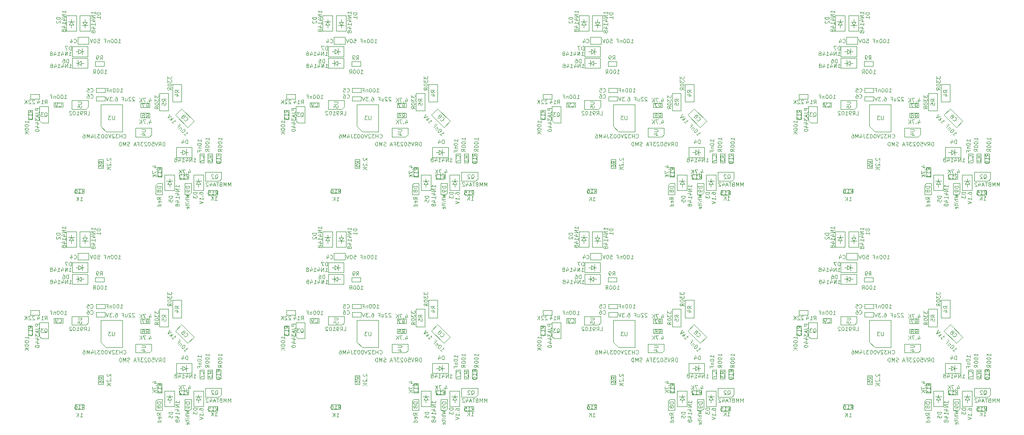
<source format=gbr>
%TF.GenerationSoftware,KiCad,Pcbnew,9.0.2-9.0.2-0~ubuntu24.04.1*%
%TF.CreationDate,2025-05-26T21:58:39+03:00*%
%TF.ProjectId,panelize,70616e65-6c69-47a6-952e-6b696361645f,V01*%
%TF.SameCoordinates,PX2e40d20PY1312d00*%
%TF.FileFunction,AssemblyDrawing,Bot*%
%FSLAX46Y46*%
G04 Gerber Fmt 4.6, Leading zero omitted, Abs format (unit mm)*
G04 Created by KiCad (PCBNEW 9.0.2-9.0.2-0~ubuntu24.04.1) date 2025-05-26 21:58:39*
%MOMM*%
%LPD*%
G01*
G04 APERTURE LIST*
%ADD10C,0.080000*%
%ADD11C,0.100000*%
G04 APERTURE END LIST*
D10*
X150531286Y-30316666D02*
X149831286Y-30316666D01*
X149831286Y-30316666D02*
X149831286Y-30583333D01*
X149831286Y-30583333D02*
X149864619Y-30650000D01*
X149864619Y-30650000D02*
X149897953Y-30683333D01*
X149897953Y-30683333D02*
X149964619Y-30716666D01*
X149964619Y-30716666D02*
X150064619Y-30716666D01*
X150064619Y-30716666D02*
X150131286Y-30683333D01*
X150131286Y-30683333D02*
X150164619Y-30650000D01*
X150164619Y-30650000D02*
X150197953Y-30583333D01*
X150197953Y-30583333D02*
X150197953Y-30316666D01*
X149831286Y-31216666D02*
X150331286Y-31216666D01*
X150331286Y-31216666D02*
X150431286Y-31183333D01*
X150431286Y-31183333D02*
X150497953Y-31116666D01*
X150497953Y-31116666D02*
X150531286Y-31016666D01*
X150531286Y-31016666D02*
X150531286Y-30950000D01*
X150331286Y-31516666D02*
X150331286Y-31849999D01*
X150531286Y-31449999D02*
X149831286Y-31683333D01*
X149831286Y-31683333D02*
X150531286Y-31916666D01*
X149831286Y-32083333D02*
X149831286Y-32516666D01*
X149831286Y-32516666D02*
X150097953Y-32283333D01*
X150097953Y-32283333D02*
X150097953Y-32383333D01*
X150097953Y-32383333D02*
X150131286Y-32449999D01*
X150131286Y-32449999D02*
X150164619Y-32483333D01*
X150164619Y-32483333D02*
X150231286Y-32516666D01*
X150231286Y-32516666D02*
X150397953Y-32516666D01*
X150397953Y-32516666D02*
X150464619Y-32483333D01*
X150464619Y-32483333D02*
X150497953Y-32449999D01*
X150497953Y-32449999D02*
X150531286Y-32383333D01*
X150531286Y-32383333D02*
X150531286Y-32183333D01*
X150531286Y-32183333D02*
X150497953Y-32116666D01*
X150497953Y-32116666D02*
X150464619Y-32083333D01*
X150064619Y-33116666D02*
X150531286Y-33116666D01*
X149797953Y-32950000D02*
X150297953Y-32783333D01*
X150297953Y-32783333D02*
X150297953Y-33216666D01*
X150064619Y-33783333D02*
X150531286Y-33783333D01*
X149797953Y-33616667D02*
X150297953Y-33450000D01*
X150297953Y-33450000D02*
X150297953Y-33883333D01*
X149831286Y-34283334D02*
X149831286Y-34350000D01*
X149831286Y-34350000D02*
X149864619Y-34416667D01*
X149864619Y-34416667D02*
X149897953Y-34450000D01*
X149897953Y-34450000D02*
X149964619Y-34483334D01*
X149964619Y-34483334D02*
X150097953Y-34516667D01*
X150097953Y-34516667D02*
X150264619Y-34516667D01*
X150264619Y-34516667D02*
X150397953Y-34483334D01*
X150397953Y-34483334D02*
X150464619Y-34450000D01*
X150464619Y-34450000D02*
X150497953Y-34416667D01*
X150497953Y-34416667D02*
X150531286Y-34350000D01*
X150531286Y-34350000D02*
X150531286Y-34283334D01*
X150531286Y-34283334D02*
X150497953Y-34216667D01*
X150497953Y-34216667D02*
X150464619Y-34183334D01*
X150464619Y-34183334D02*
X150397953Y-34150000D01*
X150397953Y-34150000D02*
X150264619Y-34116667D01*
X150264619Y-34116667D02*
X150097953Y-34116667D01*
X150097953Y-34116667D02*
X149964619Y-34150000D01*
X149964619Y-34150000D02*
X149897953Y-34183334D01*
X149897953Y-34183334D02*
X149864619Y-34216667D01*
X149864619Y-34216667D02*
X149831286Y-34283334D01*
X151478279Y-31886340D02*
X151544946Y-31853006D01*
X151544946Y-31853006D02*
X151611613Y-31786340D01*
X151611613Y-31786340D02*
X151711613Y-31686340D01*
X151711613Y-31686340D02*
X151778279Y-31653006D01*
X151778279Y-31653006D02*
X151844946Y-31653006D01*
X151811613Y-31819673D02*
X151878279Y-31786340D01*
X151878279Y-31786340D02*
X151944946Y-31719673D01*
X151944946Y-31719673D02*
X151978279Y-31586340D01*
X151978279Y-31586340D02*
X151978279Y-31353006D01*
X151978279Y-31353006D02*
X151944946Y-31219673D01*
X151944946Y-31219673D02*
X151878279Y-31153006D01*
X151878279Y-31153006D02*
X151811613Y-31119673D01*
X151811613Y-31119673D02*
X151678279Y-31119673D01*
X151678279Y-31119673D02*
X151611613Y-31153006D01*
X151611613Y-31153006D02*
X151544946Y-31219673D01*
X151544946Y-31219673D02*
X151511613Y-31353006D01*
X151511613Y-31353006D02*
X151511613Y-31586340D01*
X151511613Y-31586340D02*
X151544946Y-31719673D01*
X151544946Y-31719673D02*
X151611613Y-31786340D01*
X151611613Y-31786340D02*
X151678279Y-31819673D01*
X151678279Y-31819673D02*
X151811613Y-31819673D01*
X151278280Y-31119673D02*
X150844946Y-31119673D01*
X150844946Y-31119673D02*
X151078280Y-31386340D01*
X151078280Y-31386340D02*
X150978280Y-31386340D01*
X150978280Y-31386340D02*
X150911613Y-31419673D01*
X150911613Y-31419673D02*
X150878280Y-31453006D01*
X150878280Y-31453006D02*
X150844946Y-31519673D01*
X150844946Y-31519673D02*
X150844946Y-31686340D01*
X150844946Y-31686340D02*
X150878280Y-31753006D01*
X150878280Y-31753006D02*
X150911613Y-31786340D01*
X150911613Y-31786340D02*
X150978280Y-31819673D01*
X150978280Y-31819673D02*
X151178280Y-31819673D01*
X151178280Y-31819673D02*
X151244946Y-31786340D01*
X151244946Y-31786340D02*
X151278280Y-31753006D01*
X38705547Y-80653006D02*
X38705547Y-81119673D01*
X38872214Y-80386340D02*
X39038880Y-80886340D01*
X39038880Y-80886340D02*
X38605547Y-80886340D01*
X38338880Y-81053006D02*
X38305547Y-81086340D01*
X38305547Y-81086340D02*
X38338880Y-81119673D01*
X38338880Y-81119673D02*
X38372213Y-81086340D01*
X38372213Y-81086340D02*
X38338880Y-81053006D01*
X38338880Y-81053006D02*
X38338880Y-81119673D01*
X38072214Y-80419673D02*
X37605547Y-80419673D01*
X37605547Y-80419673D02*
X37905547Y-81119673D01*
X37338880Y-81119673D02*
X37338880Y-80419673D01*
X36938880Y-81119673D02*
X37238880Y-80719673D01*
X36938880Y-80419673D02*
X37338880Y-80819673D01*
X38338881Y-82019673D02*
X38572214Y-81686340D01*
X38738881Y-82019673D02*
X38738881Y-81319673D01*
X38738881Y-81319673D02*
X38472214Y-81319673D01*
X38472214Y-81319673D02*
X38405548Y-81353006D01*
X38405548Y-81353006D02*
X38372214Y-81386340D01*
X38372214Y-81386340D02*
X38338881Y-81453006D01*
X38338881Y-81453006D02*
X38338881Y-81553006D01*
X38338881Y-81553006D02*
X38372214Y-81619673D01*
X38372214Y-81619673D02*
X38405548Y-81653006D01*
X38405548Y-81653006D02*
X38472214Y-81686340D01*
X38472214Y-81686340D02*
X38738881Y-81686340D01*
X37672214Y-82019673D02*
X38072214Y-82019673D01*
X37872214Y-82019673D02*
X37872214Y-81319673D01*
X37872214Y-81319673D02*
X37938881Y-81419673D01*
X37938881Y-81419673D02*
X38005548Y-81486340D01*
X38005548Y-81486340D02*
X38072214Y-81519673D01*
X37405547Y-81386340D02*
X37372214Y-81353006D01*
X37372214Y-81353006D02*
X37305547Y-81319673D01*
X37305547Y-81319673D02*
X37138881Y-81319673D01*
X37138881Y-81319673D02*
X37072214Y-81353006D01*
X37072214Y-81353006D02*
X37038881Y-81386340D01*
X37038881Y-81386340D02*
X37005547Y-81453006D01*
X37005547Y-81453006D02*
X37005547Y-81519673D01*
X37005547Y-81519673D02*
X37038881Y-81619673D01*
X37038881Y-81619673D02*
X37438881Y-82019673D01*
X37438881Y-82019673D02*
X37005547Y-82019673D01*
X126257042Y-85800000D02*
X125923709Y-85566667D01*
X126257042Y-85400000D02*
X125557042Y-85400000D01*
X125557042Y-85400000D02*
X125557042Y-85666667D01*
X125557042Y-85666667D02*
X125590375Y-85733334D01*
X125590375Y-85733334D02*
X125623709Y-85766667D01*
X125623709Y-85766667D02*
X125690375Y-85800000D01*
X125690375Y-85800000D02*
X125790375Y-85800000D01*
X125790375Y-85800000D02*
X125857042Y-85766667D01*
X125857042Y-85766667D02*
X125890375Y-85733334D01*
X125890375Y-85733334D02*
X125923709Y-85666667D01*
X125923709Y-85666667D02*
X125923709Y-85400000D01*
X126223709Y-86366667D02*
X126257042Y-86300000D01*
X126257042Y-86300000D02*
X126257042Y-86166667D01*
X126257042Y-86166667D02*
X126223709Y-86100000D01*
X126223709Y-86100000D02*
X126157042Y-86066667D01*
X126157042Y-86066667D02*
X125890375Y-86066667D01*
X125890375Y-86066667D02*
X125823709Y-86100000D01*
X125823709Y-86100000D02*
X125790375Y-86166667D01*
X125790375Y-86166667D02*
X125790375Y-86300000D01*
X125790375Y-86300000D02*
X125823709Y-86366667D01*
X125823709Y-86366667D02*
X125890375Y-86400000D01*
X125890375Y-86400000D02*
X125957042Y-86400000D01*
X125957042Y-86400000D02*
X126023709Y-86066667D01*
X126257042Y-87000000D02*
X125557042Y-87000000D01*
X126223709Y-87000000D02*
X126257042Y-86933334D01*
X126257042Y-86933334D02*
X126257042Y-86800000D01*
X126257042Y-86800000D02*
X126223709Y-86733334D01*
X126223709Y-86733334D02*
X126190375Y-86700000D01*
X126190375Y-86700000D02*
X126123709Y-86666667D01*
X126123709Y-86666667D02*
X125923709Y-86666667D01*
X125923709Y-86666667D02*
X125857042Y-86700000D01*
X125857042Y-86700000D02*
X125823709Y-86733334D01*
X125823709Y-86733334D02*
X125790375Y-86800000D01*
X125790375Y-86800000D02*
X125790375Y-86933334D01*
X125790375Y-86933334D02*
X125823709Y-87000000D01*
X126257042Y-83383333D02*
X125557042Y-83383333D01*
X125557042Y-83383333D02*
X125557042Y-83550000D01*
X125557042Y-83550000D02*
X125590375Y-83650000D01*
X125590375Y-83650000D02*
X125657042Y-83716667D01*
X125657042Y-83716667D02*
X125723709Y-83750000D01*
X125723709Y-83750000D02*
X125857042Y-83783333D01*
X125857042Y-83783333D02*
X125957042Y-83783333D01*
X125957042Y-83783333D02*
X126090375Y-83750000D01*
X126090375Y-83750000D02*
X126157042Y-83716667D01*
X126157042Y-83716667D02*
X126223709Y-83650000D01*
X126223709Y-83650000D02*
X126257042Y-83550000D01*
X126257042Y-83550000D02*
X126257042Y-83383333D01*
X125857042Y-84183333D02*
X125823709Y-84116667D01*
X125823709Y-84116667D02*
X125790375Y-84083333D01*
X125790375Y-84083333D02*
X125723709Y-84050000D01*
X125723709Y-84050000D02*
X125690375Y-84050000D01*
X125690375Y-84050000D02*
X125623709Y-84083333D01*
X125623709Y-84083333D02*
X125590375Y-84116667D01*
X125590375Y-84116667D02*
X125557042Y-84183333D01*
X125557042Y-84183333D02*
X125557042Y-84316667D01*
X125557042Y-84316667D02*
X125590375Y-84383333D01*
X125590375Y-84383333D02*
X125623709Y-84416667D01*
X125623709Y-84416667D02*
X125690375Y-84450000D01*
X125690375Y-84450000D02*
X125723709Y-84450000D01*
X125723709Y-84450000D02*
X125790375Y-84416667D01*
X125790375Y-84416667D02*
X125823709Y-84383333D01*
X125823709Y-84383333D02*
X125857042Y-84316667D01*
X125857042Y-84316667D02*
X125857042Y-84183333D01*
X125857042Y-84183333D02*
X125890375Y-84116667D01*
X125890375Y-84116667D02*
X125923709Y-84083333D01*
X125923709Y-84083333D02*
X125990375Y-84050000D01*
X125990375Y-84050000D02*
X126123709Y-84050000D01*
X126123709Y-84050000D02*
X126190375Y-84083333D01*
X126190375Y-84083333D02*
X126223709Y-84116667D01*
X126223709Y-84116667D02*
X126257042Y-84183333D01*
X126257042Y-84183333D02*
X126257042Y-84316667D01*
X126257042Y-84316667D02*
X126223709Y-84383333D01*
X126223709Y-84383333D02*
X126190375Y-84416667D01*
X126190375Y-84416667D02*
X126123709Y-84450000D01*
X126123709Y-84450000D02*
X125990375Y-84450000D01*
X125990375Y-84450000D02*
X125923709Y-84416667D01*
X125923709Y-84416667D02*
X125890375Y-84383333D01*
X125890375Y-84383333D02*
X125857042Y-84316667D01*
X109686140Y-62019673D02*
X110086140Y-62019673D01*
X109886140Y-62019673D02*
X109886140Y-61319673D01*
X109886140Y-61319673D02*
X109952807Y-61419673D01*
X109952807Y-61419673D02*
X110019474Y-61486340D01*
X110019474Y-61486340D02*
X110086140Y-61519673D01*
X109386140Y-62019673D02*
X109386140Y-61319673D01*
X109386140Y-61319673D02*
X108986140Y-62019673D01*
X108986140Y-62019673D02*
X108986140Y-61319673D01*
X108352807Y-61553006D02*
X108352807Y-62019673D01*
X108519474Y-61286340D02*
X108686140Y-61786340D01*
X108686140Y-61786340D02*
X108252807Y-61786340D01*
X107619473Y-62019673D02*
X108019473Y-62019673D01*
X107819473Y-62019673D02*
X107819473Y-61319673D01*
X107819473Y-61319673D02*
X107886140Y-61419673D01*
X107886140Y-61419673D02*
X107952807Y-61486340D01*
X107952807Y-61486340D02*
X108019473Y-61519673D01*
X107019473Y-61553006D02*
X107019473Y-62019673D01*
X107186140Y-61286340D02*
X107352806Y-61786340D01*
X107352806Y-61786340D02*
X106919473Y-61786340D01*
X106552806Y-61619673D02*
X106619473Y-61586340D01*
X106619473Y-61586340D02*
X106652806Y-61553006D01*
X106652806Y-61553006D02*
X106686139Y-61486340D01*
X106686139Y-61486340D02*
X106686139Y-61453006D01*
X106686139Y-61453006D02*
X106652806Y-61386340D01*
X106652806Y-61386340D02*
X106619473Y-61353006D01*
X106619473Y-61353006D02*
X106552806Y-61319673D01*
X106552806Y-61319673D02*
X106419473Y-61319673D01*
X106419473Y-61319673D02*
X106352806Y-61353006D01*
X106352806Y-61353006D02*
X106319473Y-61386340D01*
X106319473Y-61386340D02*
X106286139Y-61453006D01*
X106286139Y-61453006D02*
X106286139Y-61486340D01*
X106286139Y-61486340D02*
X106319473Y-61553006D01*
X106319473Y-61553006D02*
X106352806Y-61586340D01*
X106352806Y-61586340D02*
X106419473Y-61619673D01*
X106419473Y-61619673D02*
X106552806Y-61619673D01*
X106552806Y-61619673D02*
X106619473Y-61653006D01*
X106619473Y-61653006D02*
X106652806Y-61686340D01*
X106652806Y-61686340D02*
X106686139Y-61753006D01*
X106686139Y-61753006D02*
X106686139Y-61886340D01*
X106686139Y-61886340D02*
X106652806Y-61953006D01*
X106652806Y-61953006D02*
X106619473Y-61986340D01*
X106619473Y-61986340D02*
X106552806Y-62019673D01*
X106552806Y-62019673D02*
X106419473Y-62019673D01*
X106419473Y-62019673D02*
X106352806Y-61986340D01*
X106352806Y-61986340D02*
X106319473Y-61953006D01*
X106319473Y-61953006D02*
X106286139Y-61886340D01*
X106286139Y-61886340D02*
X106286139Y-61753006D01*
X106286139Y-61753006D02*
X106319473Y-61686340D01*
X106319473Y-61686340D02*
X106352806Y-61653006D01*
X106352806Y-61653006D02*
X106419473Y-61619673D01*
X109554035Y-61119673D02*
X109554035Y-60419673D01*
X109554035Y-60419673D02*
X109387368Y-60419673D01*
X109387368Y-60419673D02*
X109287368Y-60453006D01*
X109287368Y-60453006D02*
X109220702Y-60519673D01*
X109220702Y-60519673D02*
X109187368Y-60586340D01*
X109187368Y-60586340D02*
X109154035Y-60719673D01*
X109154035Y-60719673D02*
X109154035Y-60819673D01*
X109154035Y-60819673D02*
X109187368Y-60953006D01*
X109187368Y-60953006D02*
X109220702Y-61019673D01*
X109220702Y-61019673D02*
X109287368Y-61086340D01*
X109287368Y-61086340D02*
X109387368Y-61119673D01*
X109387368Y-61119673D02*
X109554035Y-61119673D01*
X108554035Y-60419673D02*
X108687368Y-60419673D01*
X108687368Y-60419673D02*
X108754035Y-60453006D01*
X108754035Y-60453006D02*
X108787368Y-60486340D01*
X108787368Y-60486340D02*
X108854035Y-60586340D01*
X108854035Y-60586340D02*
X108887368Y-60719673D01*
X108887368Y-60719673D02*
X108887368Y-60986340D01*
X108887368Y-60986340D02*
X108854035Y-61053006D01*
X108854035Y-61053006D02*
X108820702Y-61086340D01*
X108820702Y-61086340D02*
X108754035Y-61119673D01*
X108754035Y-61119673D02*
X108620702Y-61119673D01*
X108620702Y-61119673D02*
X108554035Y-61086340D01*
X108554035Y-61086340D02*
X108520702Y-61053006D01*
X108520702Y-61053006D02*
X108487368Y-60986340D01*
X108487368Y-60986340D02*
X108487368Y-60819673D01*
X108487368Y-60819673D02*
X108520702Y-60753006D01*
X108520702Y-60753006D02*
X108554035Y-60719673D01*
X108554035Y-60719673D02*
X108620702Y-60686340D01*
X108620702Y-60686340D02*
X108754035Y-60686340D01*
X108754035Y-60686340D02*
X108820702Y-60719673D01*
X108820702Y-60719673D02*
X108854035Y-60753006D01*
X108854035Y-60753006D02*
X108887368Y-60819673D01*
X11708554Y-69316666D02*
X11008554Y-69316666D01*
X11008554Y-69316666D02*
X11008554Y-69583333D01*
X11008554Y-69583333D02*
X11041887Y-69650000D01*
X11041887Y-69650000D02*
X11075221Y-69683333D01*
X11075221Y-69683333D02*
X11141887Y-69716666D01*
X11141887Y-69716666D02*
X11241887Y-69716666D01*
X11241887Y-69716666D02*
X11308554Y-69683333D01*
X11308554Y-69683333D02*
X11341887Y-69650000D01*
X11341887Y-69650000D02*
X11375221Y-69583333D01*
X11375221Y-69583333D02*
X11375221Y-69316666D01*
X11008554Y-70216666D02*
X11508554Y-70216666D01*
X11508554Y-70216666D02*
X11608554Y-70183333D01*
X11608554Y-70183333D02*
X11675221Y-70116666D01*
X11675221Y-70116666D02*
X11708554Y-70016666D01*
X11708554Y-70016666D02*
X11708554Y-69950000D01*
X11508554Y-70516666D02*
X11508554Y-70849999D01*
X11708554Y-70449999D02*
X11008554Y-70683333D01*
X11008554Y-70683333D02*
X11708554Y-70916666D01*
X11008554Y-71083333D02*
X11008554Y-71516666D01*
X11008554Y-71516666D02*
X11275221Y-71283333D01*
X11275221Y-71283333D02*
X11275221Y-71383333D01*
X11275221Y-71383333D02*
X11308554Y-71449999D01*
X11308554Y-71449999D02*
X11341887Y-71483333D01*
X11341887Y-71483333D02*
X11408554Y-71516666D01*
X11408554Y-71516666D02*
X11575221Y-71516666D01*
X11575221Y-71516666D02*
X11641887Y-71483333D01*
X11641887Y-71483333D02*
X11675221Y-71449999D01*
X11675221Y-71449999D02*
X11708554Y-71383333D01*
X11708554Y-71383333D02*
X11708554Y-71183333D01*
X11708554Y-71183333D02*
X11675221Y-71116666D01*
X11675221Y-71116666D02*
X11641887Y-71083333D01*
X11241887Y-72116666D02*
X11708554Y-72116666D01*
X10975221Y-71950000D02*
X11475221Y-71783333D01*
X11475221Y-71783333D02*
X11475221Y-72216666D01*
X11241887Y-72783333D02*
X11708554Y-72783333D01*
X10975221Y-72616667D02*
X11475221Y-72450000D01*
X11475221Y-72450000D02*
X11475221Y-72883333D01*
X11008554Y-73283334D02*
X11008554Y-73350000D01*
X11008554Y-73350000D02*
X11041887Y-73416667D01*
X11041887Y-73416667D02*
X11075221Y-73450000D01*
X11075221Y-73450000D02*
X11141887Y-73483334D01*
X11141887Y-73483334D02*
X11275221Y-73516667D01*
X11275221Y-73516667D02*
X11441887Y-73516667D01*
X11441887Y-73516667D02*
X11575221Y-73483334D01*
X11575221Y-73483334D02*
X11641887Y-73450000D01*
X11641887Y-73450000D02*
X11675221Y-73416667D01*
X11675221Y-73416667D02*
X11708554Y-73350000D01*
X11708554Y-73350000D02*
X11708554Y-73283334D01*
X11708554Y-73283334D02*
X11675221Y-73216667D01*
X11675221Y-73216667D02*
X11641887Y-73183334D01*
X11641887Y-73183334D02*
X11575221Y-73150000D01*
X11575221Y-73150000D02*
X11441887Y-73116667D01*
X11441887Y-73116667D02*
X11275221Y-73116667D01*
X11275221Y-73116667D02*
X11141887Y-73150000D01*
X11141887Y-73150000D02*
X11075221Y-73183334D01*
X11075221Y-73183334D02*
X11041887Y-73216667D01*
X11041887Y-73216667D02*
X11008554Y-73283334D01*
X12655547Y-70886340D02*
X12722214Y-70853006D01*
X12722214Y-70853006D02*
X12788881Y-70786340D01*
X12788881Y-70786340D02*
X12888881Y-70686340D01*
X12888881Y-70686340D02*
X12955547Y-70653006D01*
X12955547Y-70653006D02*
X13022214Y-70653006D01*
X12988881Y-70819673D02*
X13055547Y-70786340D01*
X13055547Y-70786340D02*
X13122214Y-70719673D01*
X13122214Y-70719673D02*
X13155547Y-70586340D01*
X13155547Y-70586340D02*
X13155547Y-70353006D01*
X13155547Y-70353006D02*
X13122214Y-70219673D01*
X13122214Y-70219673D02*
X13055547Y-70153006D01*
X13055547Y-70153006D02*
X12988881Y-70119673D01*
X12988881Y-70119673D02*
X12855547Y-70119673D01*
X12855547Y-70119673D02*
X12788881Y-70153006D01*
X12788881Y-70153006D02*
X12722214Y-70219673D01*
X12722214Y-70219673D02*
X12688881Y-70353006D01*
X12688881Y-70353006D02*
X12688881Y-70586340D01*
X12688881Y-70586340D02*
X12722214Y-70719673D01*
X12722214Y-70719673D02*
X12788881Y-70786340D01*
X12788881Y-70786340D02*
X12855547Y-70819673D01*
X12855547Y-70819673D02*
X12988881Y-70819673D01*
X12455548Y-70119673D02*
X12022214Y-70119673D01*
X12022214Y-70119673D02*
X12255548Y-70386340D01*
X12255548Y-70386340D02*
X12155548Y-70386340D01*
X12155548Y-70386340D02*
X12088881Y-70419673D01*
X12088881Y-70419673D02*
X12055548Y-70453006D01*
X12055548Y-70453006D02*
X12022214Y-70519673D01*
X12022214Y-70519673D02*
X12022214Y-70686340D01*
X12022214Y-70686340D02*
X12055548Y-70753006D01*
X12055548Y-70753006D02*
X12088881Y-70786340D01*
X12088881Y-70786340D02*
X12155548Y-70819673D01*
X12155548Y-70819673D02*
X12355548Y-70819673D01*
X12355548Y-70819673D02*
X12422214Y-70786340D01*
X12422214Y-70786340D02*
X12455548Y-70753006D01*
X160631286Y-13299999D02*
X160631286Y-12899999D01*
X160631286Y-13099999D02*
X159931286Y-13099999D01*
X159931286Y-13099999D02*
X160031286Y-13033332D01*
X160031286Y-13033332D02*
X160097953Y-12966666D01*
X160097953Y-12966666D02*
X160131286Y-12899999D01*
X160631286Y-13599999D02*
X159931286Y-13599999D01*
X159931286Y-13599999D02*
X160631286Y-13999999D01*
X160631286Y-13999999D02*
X159931286Y-13999999D01*
X160164619Y-14633332D02*
X160631286Y-14633332D01*
X159897953Y-14466666D02*
X160397953Y-14299999D01*
X160397953Y-14299999D02*
X160397953Y-14733332D01*
X160631286Y-15366666D02*
X160631286Y-14966666D01*
X160631286Y-15166666D02*
X159931286Y-15166666D01*
X159931286Y-15166666D02*
X160031286Y-15099999D01*
X160031286Y-15099999D02*
X160097953Y-15033333D01*
X160097953Y-15033333D02*
X160131286Y-14966666D01*
X160164619Y-15966666D02*
X160631286Y-15966666D01*
X159897953Y-15800000D02*
X160397953Y-15633333D01*
X160397953Y-15633333D02*
X160397953Y-16066666D01*
X160231286Y-16433333D02*
X160197953Y-16366667D01*
X160197953Y-16366667D02*
X160164619Y-16333333D01*
X160164619Y-16333333D02*
X160097953Y-16300000D01*
X160097953Y-16300000D02*
X160064619Y-16300000D01*
X160064619Y-16300000D02*
X159997953Y-16333333D01*
X159997953Y-16333333D02*
X159964619Y-16366667D01*
X159964619Y-16366667D02*
X159931286Y-16433333D01*
X159931286Y-16433333D02*
X159931286Y-16566667D01*
X159931286Y-16566667D02*
X159964619Y-16633333D01*
X159964619Y-16633333D02*
X159997953Y-16666667D01*
X159997953Y-16666667D02*
X160064619Y-16700000D01*
X160064619Y-16700000D02*
X160097953Y-16700000D01*
X160097953Y-16700000D02*
X160164619Y-16666667D01*
X160164619Y-16666667D02*
X160197953Y-16633333D01*
X160197953Y-16633333D02*
X160231286Y-16566667D01*
X160231286Y-16566667D02*
X160231286Y-16433333D01*
X160231286Y-16433333D02*
X160264619Y-16366667D01*
X160264619Y-16366667D02*
X160297953Y-16333333D01*
X160297953Y-16333333D02*
X160364619Y-16300000D01*
X160364619Y-16300000D02*
X160497953Y-16300000D01*
X160497953Y-16300000D02*
X160564619Y-16333333D01*
X160564619Y-16333333D02*
X160597953Y-16366667D01*
X160597953Y-16366667D02*
X160631286Y-16433333D01*
X160631286Y-16433333D02*
X160631286Y-16566667D01*
X160631286Y-16566667D02*
X160597953Y-16633333D01*
X160597953Y-16633333D02*
X160564619Y-16666667D01*
X160564619Y-16666667D02*
X160497953Y-16700000D01*
X160497953Y-16700000D02*
X160364619Y-16700000D01*
X160364619Y-16700000D02*
X160297953Y-16666667D01*
X160297953Y-16666667D02*
X160264619Y-16633333D01*
X160264619Y-16633333D02*
X160231286Y-16566667D01*
X161631286Y-13083333D02*
X160931286Y-13083333D01*
X160931286Y-13083333D02*
X160931286Y-13250000D01*
X160931286Y-13250000D02*
X160964619Y-13350000D01*
X160964619Y-13350000D02*
X161031286Y-13416667D01*
X161031286Y-13416667D02*
X161097953Y-13450000D01*
X161097953Y-13450000D02*
X161231286Y-13483333D01*
X161231286Y-13483333D02*
X161331286Y-13483333D01*
X161331286Y-13483333D02*
X161464619Y-13450000D01*
X161464619Y-13450000D02*
X161531286Y-13416667D01*
X161531286Y-13416667D02*
X161597953Y-13350000D01*
X161597953Y-13350000D02*
X161631286Y-13250000D01*
X161631286Y-13250000D02*
X161631286Y-13083333D01*
X161631286Y-14150000D02*
X161631286Y-13750000D01*
X161631286Y-13950000D02*
X160931286Y-13950000D01*
X160931286Y-13950000D02*
X161031286Y-13883333D01*
X161031286Y-13883333D02*
X161097953Y-13816667D01*
X161097953Y-13816667D02*
X161131286Y-13750000D01*
X165194946Y-66419673D02*
X165594946Y-66419673D01*
X165394946Y-66419673D02*
X165394946Y-65719673D01*
X165394946Y-65719673D02*
X165461613Y-65819673D01*
X165461613Y-65819673D02*
X165528280Y-65886340D01*
X165528280Y-65886340D02*
X165594946Y-65919673D01*
X164761613Y-65719673D02*
X164694946Y-65719673D01*
X164694946Y-65719673D02*
X164628279Y-65753006D01*
X164628279Y-65753006D02*
X164594946Y-65786340D01*
X164594946Y-65786340D02*
X164561613Y-65853006D01*
X164561613Y-65853006D02*
X164528279Y-65986340D01*
X164528279Y-65986340D02*
X164528279Y-66153006D01*
X164528279Y-66153006D02*
X164561613Y-66286340D01*
X164561613Y-66286340D02*
X164594946Y-66353006D01*
X164594946Y-66353006D02*
X164628279Y-66386340D01*
X164628279Y-66386340D02*
X164694946Y-66419673D01*
X164694946Y-66419673D02*
X164761613Y-66419673D01*
X164761613Y-66419673D02*
X164828279Y-66386340D01*
X164828279Y-66386340D02*
X164861613Y-66353006D01*
X164861613Y-66353006D02*
X164894946Y-66286340D01*
X164894946Y-66286340D02*
X164928279Y-66153006D01*
X164928279Y-66153006D02*
X164928279Y-65986340D01*
X164928279Y-65986340D02*
X164894946Y-65853006D01*
X164894946Y-65853006D02*
X164861613Y-65786340D01*
X164861613Y-65786340D02*
X164828279Y-65753006D01*
X164828279Y-65753006D02*
X164761613Y-65719673D01*
X164094946Y-65719673D02*
X164028279Y-65719673D01*
X164028279Y-65719673D02*
X163961612Y-65753006D01*
X163961612Y-65753006D02*
X163928279Y-65786340D01*
X163928279Y-65786340D02*
X163894946Y-65853006D01*
X163894946Y-65853006D02*
X163861612Y-65986340D01*
X163861612Y-65986340D02*
X163861612Y-66153006D01*
X163861612Y-66153006D02*
X163894946Y-66286340D01*
X163894946Y-66286340D02*
X163928279Y-66353006D01*
X163928279Y-66353006D02*
X163961612Y-66386340D01*
X163961612Y-66386340D02*
X164028279Y-66419673D01*
X164028279Y-66419673D02*
X164094946Y-66419673D01*
X164094946Y-66419673D02*
X164161612Y-66386340D01*
X164161612Y-66386340D02*
X164194946Y-66353006D01*
X164194946Y-66353006D02*
X164228279Y-66286340D01*
X164228279Y-66286340D02*
X164261612Y-66153006D01*
X164261612Y-66153006D02*
X164261612Y-65986340D01*
X164261612Y-65986340D02*
X164228279Y-65853006D01*
X164228279Y-65853006D02*
X164194946Y-65786340D01*
X164194946Y-65786340D02*
X164161612Y-65753006D01*
X164161612Y-65753006D02*
X164094946Y-65719673D01*
X163561612Y-65953006D02*
X163561612Y-66419673D01*
X163561612Y-66019673D02*
X163528279Y-65986340D01*
X163528279Y-65986340D02*
X163461612Y-65953006D01*
X163461612Y-65953006D02*
X163361612Y-65953006D01*
X163361612Y-65953006D02*
X163294945Y-65986340D01*
X163294945Y-65986340D02*
X163261612Y-66053006D01*
X163261612Y-66053006D02*
X163261612Y-66419673D01*
X162694946Y-66053006D02*
X162928279Y-66053006D01*
X162928279Y-66419673D02*
X162928279Y-65719673D01*
X162928279Y-65719673D02*
X162594946Y-65719673D01*
X159828279Y-66353006D02*
X159861612Y-66386340D01*
X159861612Y-66386340D02*
X159961612Y-66419673D01*
X159961612Y-66419673D02*
X160028279Y-66419673D01*
X160028279Y-66419673D02*
X160128279Y-66386340D01*
X160128279Y-66386340D02*
X160194946Y-66319673D01*
X160194946Y-66319673D02*
X160228279Y-66253006D01*
X160228279Y-66253006D02*
X160261612Y-66119673D01*
X160261612Y-66119673D02*
X160261612Y-66019673D01*
X160261612Y-66019673D02*
X160228279Y-65886340D01*
X160228279Y-65886340D02*
X160194946Y-65819673D01*
X160194946Y-65819673D02*
X160128279Y-65753006D01*
X160128279Y-65753006D02*
X160028279Y-65719673D01*
X160028279Y-65719673D02*
X159961612Y-65719673D01*
X159961612Y-65719673D02*
X159861612Y-65753006D01*
X159861612Y-65753006D02*
X159828279Y-65786340D01*
X159194946Y-65719673D02*
X159528279Y-65719673D01*
X159528279Y-65719673D02*
X159561612Y-66053006D01*
X159561612Y-66053006D02*
X159528279Y-66019673D01*
X159528279Y-66019673D02*
X159461612Y-65986340D01*
X159461612Y-65986340D02*
X159294946Y-65986340D01*
X159294946Y-65986340D02*
X159228279Y-66019673D01*
X159228279Y-66019673D02*
X159194946Y-66053006D01*
X159194946Y-66053006D02*
X159161612Y-66119673D01*
X159161612Y-66119673D02*
X159161612Y-66286340D01*
X159161612Y-66286340D02*
X159194946Y-66353006D01*
X159194946Y-66353006D02*
X159228279Y-66386340D01*
X159228279Y-66386340D02*
X159294946Y-66419673D01*
X159294946Y-66419673D02*
X159461612Y-66419673D01*
X159461612Y-66419673D02*
X159528279Y-66386340D01*
X159528279Y-66386340D02*
X159561612Y-66353006D01*
X178411613Y-40019673D02*
X178811613Y-40019673D01*
X178611613Y-40019673D02*
X178611613Y-39319673D01*
X178611613Y-39319673D02*
X178678280Y-39419673D01*
X178678280Y-39419673D02*
X178744947Y-39486340D01*
X178744947Y-39486340D02*
X178811613Y-39519673D01*
X178111613Y-40019673D02*
X178111613Y-39319673D01*
X178111613Y-39319673D02*
X177711613Y-40019673D01*
X177711613Y-40019673D02*
X177711613Y-39319673D01*
X177078280Y-39553006D02*
X177078280Y-40019673D01*
X177244947Y-39286340D02*
X177411613Y-39786340D01*
X177411613Y-39786340D02*
X176978280Y-39786340D01*
X176344946Y-40019673D02*
X176744946Y-40019673D01*
X176544946Y-40019673D02*
X176544946Y-39319673D01*
X176544946Y-39319673D02*
X176611613Y-39419673D01*
X176611613Y-39419673D02*
X176678280Y-39486340D01*
X176678280Y-39486340D02*
X176744946Y-39519673D01*
X175744946Y-39553006D02*
X175744946Y-40019673D01*
X175911613Y-39286340D02*
X176078279Y-39786340D01*
X176078279Y-39786340D02*
X175644946Y-39786340D01*
X175278279Y-39619673D02*
X175344946Y-39586340D01*
X175344946Y-39586340D02*
X175378279Y-39553006D01*
X175378279Y-39553006D02*
X175411612Y-39486340D01*
X175411612Y-39486340D02*
X175411612Y-39453006D01*
X175411612Y-39453006D02*
X175378279Y-39386340D01*
X175378279Y-39386340D02*
X175344946Y-39353006D01*
X175344946Y-39353006D02*
X175278279Y-39319673D01*
X175278279Y-39319673D02*
X175144946Y-39319673D01*
X175144946Y-39319673D02*
X175078279Y-39353006D01*
X175078279Y-39353006D02*
X175044946Y-39386340D01*
X175044946Y-39386340D02*
X175011612Y-39453006D01*
X175011612Y-39453006D02*
X175011612Y-39486340D01*
X175011612Y-39486340D02*
X175044946Y-39553006D01*
X175044946Y-39553006D02*
X175078279Y-39586340D01*
X175078279Y-39586340D02*
X175144946Y-39619673D01*
X175144946Y-39619673D02*
X175278279Y-39619673D01*
X175278279Y-39619673D02*
X175344946Y-39653006D01*
X175344946Y-39653006D02*
X175378279Y-39686340D01*
X175378279Y-39686340D02*
X175411612Y-39753006D01*
X175411612Y-39753006D02*
X175411612Y-39886340D01*
X175411612Y-39886340D02*
X175378279Y-39953006D01*
X175378279Y-39953006D02*
X175344946Y-39986340D01*
X175344946Y-39986340D02*
X175278279Y-40019673D01*
X175278279Y-40019673D02*
X175144946Y-40019673D01*
X175144946Y-40019673D02*
X175078279Y-39986340D01*
X175078279Y-39986340D02*
X175044946Y-39953006D01*
X175044946Y-39953006D02*
X175011612Y-39886340D01*
X175011612Y-39886340D02*
X175011612Y-39753006D01*
X175011612Y-39753006D02*
X175044946Y-39686340D01*
X175044946Y-39686340D02*
X175078279Y-39653006D01*
X175078279Y-39653006D02*
X175144946Y-39619673D01*
X177355279Y-36714673D02*
X177355279Y-36014673D01*
X177355279Y-36014673D02*
X177188612Y-36014673D01*
X177188612Y-36014673D02*
X177088612Y-36048006D01*
X177088612Y-36048006D02*
X177021946Y-36114673D01*
X177021946Y-36114673D02*
X176988612Y-36181340D01*
X176988612Y-36181340D02*
X176955279Y-36314673D01*
X176955279Y-36314673D02*
X176955279Y-36414673D01*
X176955279Y-36414673D02*
X176988612Y-36548006D01*
X176988612Y-36548006D02*
X177021946Y-36614673D01*
X177021946Y-36614673D02*
X177088612Y-36681340D01*
X177088612Y-36681340D02*
X177188612Y-36714673D01*
X177188612Y-36714673D02*
X177355279Y-36714673D01*
X176355279Y-36248006D02*
X176355279Y-36714673D01*
X176521946Y-35981340D02*
X176688612Y-36481340D01*
X176688612Y-36481340D02*
X176255279Y-36481340D01*
X114357042Y-13299999D02*
X114357042Y-12899999D01*
X114357042Y-13099999D02*
X113657042Y-13099999D01*
X113657042Y-13099999D02*
X113757042Y-13033332D01*
X113757042Y-13033332D02*
X113823709Y-12966666D01*
X113823709Y-12966666D02*
X113857042Y-12899999D01*
X114357042Y-13599999D02*
X113657042Y-13599999D01*
X113657042Y-13599999D02*
X114357042Y-13999999D01*
X114357042Y-13999999D02*
X113657042Y-13999999D01*
X113890375Y-14633332D02*
X114357042Y-14633332D01*
X113623709Y-14466666D02*
X114123709Y-14299999D01*
X114123709Y-14299999D02*
X114123709Y-14733332D01*
X114357042Y-15366666D02*
X114357042Y-14966666D01*
X114357042Y-15166666D02*
X113657042Y-15166666D01*
X113657042Y-15166666D02*
X113757042Y-15099999D01*
X113757042Y-15099999D02*
X113823709Y-15033333D01*
X113823709Y-15033333D02*
X113857042Y-14966666D01*
X113890375Y-15966666D02*
X114357042Y-15966666D01*
X113623709Y-15800000D02*
X114123709Y-15633333D01*
X114123709Y-15633333D02*
X114123709Y-16066666D01*
X113957042Y-16433333D02*
X113923709Y-16366667D01*
X113923709Y-16366667D02*
X113890375Y-16333333D01*
X113890375Y-16333333D02*
X113823709Y-16300000D01*
X113823709Y-16300000D02*
X113790375Y-16300000D01*
X113790375Y-16300000D02*
X113723709Y-16333333D01*
X113723709Y-16333333D02*
X113690375Y-16366667D01*
X113690375Y-16366667D02*
X113657042Y-16433333D01*
X113657042Y-16433333D02*
X113657042Y-16566667D01*
X113657042Y-16566667D02*
X113690375Y-16633333D01*
X113690375Y-16633333D02*
X113723709Y-16666667D01*
X113723709Y-16666667D02*
X113790375Y-16700000D01*
X113790375Y-16700000D02*
X113823709Y-16700000D01*
X113823709Y-16700000D02*
X113890375Y-16666667D01*
X113890375Y-16666667D02*
X113923709Y-16633333D01*
X113923709Y-16633333D02*
X113957042Y-16566667D01*
X113957042Y-16566667D02*
X113957042Y-16433333D01*
X113957042Y-16433333D02*
X113990375Y-16366667D01*
X113990375Y-16366667D02*
X114023709Y-16333333D01*
X114023709Y-16333333D02*
X114090375Y-16300000D01*
X114090375Y-16300000D02*
X114223709Y-16300000D01*
X114223709Y-16300000D02*
X114290375Y-16333333D01*
X114290375Y-16333333D02*
X114323709Y-16366667D01*
X114323709Y-16366667D02*
X114357042Y-16433333D01*
X114357042Y-16433333D02*
X114357042Y-16566667D01*
X114357042Y-16566667D02*
X114323709Y-16633333D01*
X114323709Y-16633333D02*
X114290375Y-16666667D01*
X114290375Y-16666667D02*
X114223709Y-16700000D01*
X114223709Y-16700000D02*
X114090375Y-16700000D01*
X114090375Y-16700000D02*
X114023709Y-16666667D01*
X114023709Y-16666667D02*
X113990375Y-16633333D01*
X113990375Y-16633333D02*
X113957042Y-16566667D01*
X115357042Y-13083333D02*
X114657042Y-13083333D01*
X114657042Y-13083333D02*
X114657042Y-13250000D01*
X114657042Y-13250000D02*
X114690375Y-13350000D01*
X114690375Y-13350000D02*
X114757042Y-13416667D01*
X114757042Y-13416667D02*
X114823709Y-13450000D01*
X114823709Y-13450000D02*
X114957042Y-13483333D01*
X114957042Y-13483333D02*
X115057042Y-13483333D01*
X115057042Y-13483333D02*
X115190375Y-13450000D01*
X115190375Y-13450000D02*
X115257042Y-13416667D01*
X115257042Y-13416667D02*
X115323709Y-13350000D01*
X115323709Y-13350000D02*
X115357042Y-13250000D01*
X115357042Y-13250000D02*
X115357042Y-13083333D01*
X115357042Y-14150000D02*
X115357042Y-13750000D01*
X115357042Y-13950000D02*
X114657042Y-13950000D01*
X114657042Y-13950000D02*
X114757042Y-13883333D01*
X114757042Y-13883333D02*
X114823709Y-13816667D01*
X114823709Y-13816667D02*
X114857042Y-13750000D01*
X149694946Y-28886340D02*
X149661613Y-28853006D01*
X149661613Y-28853006D02*
X149594946Y-28819673D01*
X149594946Y-28819673D02*
X149428280Y-28819673D01*
X149428280Y-28819673D02*
X149361613Y-28853006D01*
X149361613Y-28853006D02*
X149328280Y-28886340D01*
X149328280Y-28886340D02*
X149294946Y-28953006D01*
X149294946Y-28953006D02*
X149294946Y-29019673D01*
X149294946Y-29019673D02*
X149328280Y-29119673D01*
X149328280Y-29119673D02*
X149728280Y-29519673D01*
X149728280Y-29519673D02*
X149294946Y-29519673D01*
X149028279Y-28886340D02*
X148994946Y-28853006D01*
X148994946Y-28853006D02*
X148928279Y-28819673D01*
X148928279Y-28819673D02*
X148761613Y-28819673D01*
X148761613Y-28819673D02*
X148694946Y-28853006D01*
X148694946Y-28853006D02*
X148661613Y-28886340D01*
X148661613Y-28886340D02*
X148628279Y-28953006D01*
X148628279Y-28953006D02*
X148628279Y-29019673D01*
X148628279Y-29019673D02*
X148661613Y-29119673D01*
X148661613Y-29119673D02*
X149061613Y-29519673D01*
X149061613Y-29519673D02*
X148628279Y-29519673D01*
X148328279Y-29519673D02*
X148328279Y-28819673D01*
X147928279Y-29519673D02*
X148228279Y-29119673D01*
X147928279Y-28819673D02*
X148328279Y-29219673D01*
X151561613Y-29519673D02*
X151794946Y-29186340D01*
X151961613Y-29519673D02*
X151961613Y-28819673D01*
X151961613Y-28819673D02*
X151694946Y-28819673D01*
X151694946Y-28819673D02*
X151628280Y-28853006D01*
X151628280Y-28853006D02*
X151594946Y-28886340D01*
X151594946Y-28886340D02*
X151561613Y-28953006D01*
X151561613Y-28953006D02*
X151561613Y-29053006D01*
X151561613Y-29053006D02*
X151594946Y-29119673D01*
X151594946Y-29119673D02*
X151628280Y-29153006D01*
X151628280Y-29153006D02*
X151694946Y-29186340D01*
X151694946Y-29186340D02*
X151961613Y-29186340D01*
X150894946Y-29519673D02*
X151294946Y-29519673D01*
X151094946Y-29519673D02*
X151094946Y-28819673D01*
X151094946Y-28819673D02*
X151161613Y-28919673D01*
X151161613Y-28919673D02*
X151228280Y-28986340D01*
X151228280Y-28986340D02*
X151294946Y-29019673D01*
X150294946Y-29053006D02*
X150294946Y-29519673D01*
X150461613Y-28786340D02*
X150628279Y-29286340D01*
X150628279Y-29286340D02*
X150194946Y-29286340D01*
X34908554Y-24550000D02*
X34908554Y-24983333D01*
X34908554Y-24983333D02*
X35175221Y-24750000D01*
X35175221Y-24750000D02*
X35175221Y-24850000D01*
X35175221Y-24850000D02*
X35208554Y-24916666D01*
X35208554Y-24916666D02*
X35241887Y-24950000D01*
X35241887Y-24950000D02*
X35308554Y-24983333D01*
X35308554Y-24983333D02*
X35475221Y-24983333D01*
X35475221Y-24983333D02*
X35541887Y-24950000D01*
X35541887Y-24950000D02*
X35575221Y-24916666D01*
X35575221Y-24916666D02*
X35608554Y-24850000D01*
X35608554Y-24850000D02*
X35608554Y-24650000D01*
X35608554Y-24650000D02*
X35575221Y-24583333D01*
X35575221Y-24583333D02*
X35541887Y-24550000D01*
X34908554Y-25216667D02*
X34908554Y-25650000D01*
X34908554Y-25650000D02*
X35175221Y-25416667D01*
X35175221Y-25416667D02*
X35175221Y-25516667D01*
X35175221Y-25516667D02*
X35208554Y-25583333D01*
X35208554Y-25583333D02*
X35241887Y-25616667D01*
X35241887Y-25616667D02*
X35308554Y-25650000D01*
X35308554Y-25650000D02*
X35475221Y-25650000D01*
X35475221Y-25650000D02*
X35541887Y-25616667D01*
X35541887Y-25616667D02*
X35575221Y-25583333D01*
X35575221Y-25583333D02*
X35608554Y-25516667D01*
X35608554Y-25516667D02*
X35608554Y-25316667D01*
X35608554Y-25316667D02*
X35575221Y-25250000D01*
X35575221Y-25250000D02*
X35541887Y-25216667D01*
X34908554Y-26083334D02*
X34908554Y-26150000D01*
X34908554Y-26150000D02*
X34941887Y-26216667D01*
X34941887Y-26216667D02*
X34975221Y-26250000D01*
X34975221Y-26250000D02*
X35041887Y-26283334D01*
X35041887Y-26283334D02*
X35175221Y-26316667D01*
X35175221Y-26316667D02*
X35341887Y-26316667D01*
X35341887Y-26316667D02*
X35475221Y-26283334D01*
X35475221Y-26283334D02*
X35541887Y-26250000D01*
X35541887Y-26250000D02*
X35575221Y-26216667D01*
X35575221Y-26216667D02*
X35608554Y-26150000D01*
X35608554Y-26150000D02*
X35608554Y-26083334D01*
X35608554Y-26083334D02*
X35575221Y-26016667D01*
X35575221Y-26016667D02*
X35541887Y-25983334D01*
X35541887Y-25983334D02*
X35475221Y-25950000D01*
X35475221Y-25950000D02*
X35341887Y-25916667D01*
X35341887Y-25916667D02*
X35175221Y-25916667D01*
X35175221Y-25916667D02*
X35041887Y-25950000D01*
X35041887Y-25950000D02*
X34975221Y-25983334D01*
X34975221Y-25983334D02*
X34941887Y-26016667D01*
X34941887Y-26016667D02*
X34908554Y-26083334D01*
X35608554Y-27016667D02*
X35275221Y-26783334D01*
X35608554Y-26616667D02*
X34908554Y-26616667D01*
X34908554Y-26616667D02*
X34908554Y-26883334D01*
X34908554Y-26883334D02*
X34941887Y-26950001D01*
X34941887Y-26950001D02*
X34975221Y-26983334D01*
X34975221Y-26983334D02*
X35041887Y-27016667D01*
X35041887Y-27016667D02*
X35141887Y-27016667D01*
X35141887Y-27016667D02*
X35208554Y-26983334D01*
X35208554Y-26983334D02*
X35241887Y-26950001D01*
X35241887Y-26950001D02*
X35275221Y-26883334D01*
X35275221Y-26883334D02*
X35275221Y-26616667D01*
X36908554Y-27483333D02*
X36575221Y-27250000D01*
X36908554Y-27083333D02*
X36208554Y-27083333D01*
X36208554Y-27083333D02*
X36208554Y-27350000D01*
X36208554Y-27350000D02*
X36241887Y-27416667D01*
X36241887Y-27416667D02*
X36275221Y-27450000D01*
X36275221Y-27450000D02*
X36341887Y-27483333D01*
X36341887Y-27483333D02*
X36441887Y-27483333D01*
X36441887Y-27483333D02*
X36508554Y-27450000D01*
X36508554Y-27450000D02*
X36541887Y-27416667D01*
X36541887Y-27416667D02*
X36575221Y-27350000D01*
X36575221Y-27350000D02*
X36575221Y-27083333D01*
X36441887Y-28083333D02*
X36908554Y-28083333D01*
X36175221Y-27916667D02*
X36675221Y-27750000D01*
X36675221Y-27750000D02*
X36675221Y-28183333D01*
X125157042Y-27950000D02*
X125157042Y-28383333D01*
X125157042Y-28383333D02*
X125423709Y-28150000D01*
X125423709Y-28150000D02*
X125423709Y-28250000D01*
X125423709Y-28250000D02*
X125457042Y-28316666D01*
X125457042Y-28316666D02*
X125490375Y-28350000D01*
X125490375Y-28350000D02*
X125557042Y-28383333D01*
X125557042Y-28383333D02*
X125723709Y-28383333D01*
X125723709Y-28383333D02*
X125790375Y-28350000D01*
X125790375Y-28350000D02*
X125823709Y-28316666D01*
X125823709Y-28316666D02*
X125857042Y-28250000D01*
X125857042Y-28250000D02*
X125857042Y-28050000D01*
X125857042Y-28050000D02*
X125823709Y-27983333D01*
X125823709Y-27983333D02*
X125790375Y-27950000D01*
X125157042Y-28616667D02*
X125157042Y-29050000D01*
X125157042Y-29050000D02*
X125423709Y-28816667D01*
X125423709Y-28816667D02*
X125423709Y-28916667D01*
X125423709Y-28916667D02*
X125457042Y-28983333D01*
X125457042Y-28983333D02*
X125490375Y-29016667D01*
X125490375Y-29016667D02*
X125557042Y-29050000D01*
X125557042Y-29050000D02*
X125723709Y-29050000D01*
X125723709Y-29050000D02*
X125790375Y-29016667D01*
X125790375Y-29016667D02*
X125823709Y-28983333D01*
X125823709Y-28983333D02*
X125857042Y-28916667D01*
X125857042Y-28916667D02*
X125857042Y-28716667D01*
X125857042Y-28716667D02*
X125823709Y-28650000D01*
X125823709Y-28650000D02*
X125790375Y-28616667D01*
X125157042Y-29483334D02*
X125157042Y-29550000D01*
X125157042Y-29550000D02*
X125190375Y-29616667D01*
X125190375Y-29616667D02*
X125223709Y-29650000D01*
X125223709Y-29650000D02*
X125290375Y-29683334D01*
X125290375Y-29683334D02*
X125423709Y-29716667D01*
X125423709Y-29716667D02*
X125590375Y-29716667D01*
X125590375Y-29716667D02*
X125723709Y-29683334D01*
X125723709Y-29683334D02*
X125790375Y-29650000D01*
X125790375Y-29650000D02*
X125823709Y-29616667D01*
X125823709Y-29616667D02*
X125857042Y-29550000D01*
X125857042Y-29550000D02*
X125857042Y-29483334D01*
X125857042Y-29483334D02*
X125823709Y-29416667D01*
X125823709Y-29416667D02*
X125790375Y-29383334D01*
X125790375Y-29383334D02*
X125723709Y-29350000D01*
X125723709Y-29350000D02*
X125590375Y-29316667D01*
X125590375Y-29316667D02*
X125423709Y-29316667D01*
X125423709Y-29316667D02*
X125290375Y-29350000D01*
X125290375Y-29350000D02*
X125223709Y-29383334D01*
X125223709Y-29383334D02*
X125190375Y-29416667D01*
X125190375Y-29416667D02*
X125157042Y-29483334D01*
X125857042Y-30416667D02*
X125523709Y-30183334D01*
X125857042Y-30016667D02*
X125157042Y-30016667D01*
X125157042Y-30016667D02*
X125157042Y-30283334D01*
X125157042Y-30283334D02*
X125190375Y-30350001D01*
X125190375Y-30350001D02*
X125223709Y-30383334D01*
X125223709Y-30383334D02*
X125290375Y-30416667D01*
X125290375Y-30416667D02*
X125390375Y-30416667D01*
X125390375Y-30416667D02*
X125457042Y-30383334D01*
X125457042Y-30383334D02*
X125490375Y-30350001D01*
X125490375Y-30350001D02*
X125523709Y-30283334D01*
X125523709Y-30283334D02*
X125523709Y-30016667D01*
X127157042Y-29083333D02*
X126823709Y-28850000D01*
X127157042Y-28683333D02*
X126457042Y-28683333D01*
X126457042Y-28683333D02*
X126457042Y-28950000D01*
X126457042Y-28950000D02*
X126490375Y-29016667D01*
X126490375Y-29016667D02*
X126523709Y-29050000D01*
X126523709Y-29050000D02*
X126590375Y-29083333D01*
X126590375Y-29083333D02*
X126690375Y-29083333D01*
X126690375Y-29083333D02*
X126757042Y-29050000D01*
X126757042Y-29050000D02*
X126790375Y-29016667D01*
X126790375Y-29016667D02*
X126823709Y-28950000D01*
X126823709Y-28950000D02*
X126823709Y-28683333D01*
X126457042Y-29716667D02*
X126457042Y-29383333D01*
X126457042Y-29383333D02*
X126790375Y-29350000D01*
X126790375Y-29350000D02*
X126757042Y-29383333D01*
X126757042Y-29383333D02*
X126723709Y-29450000D01*
X126723709Y-29450000D02*
X126723709Y-29616667D01*
X126723709Y-29616667D02*
X126757042Y-29683333D01*
X126757042Y-29683333D02*
X126790375Y-29716667D01*
X126790375Y-29716667D02*
X126857042Y-29750000D01*
X126857042Y-29750000D02*
X127023709Y-29750000D01*
X127023709Y-29750000D02*
X127090375Y-29716667D01*
X127090375Y-29716667D02*
X127123709Y-29683333D01*
X127123709Y-29683333D02*
X127157042Y-29616667D01*
X127157042Y-29616667D02*
X127157042Y-29450000D01*
X127157042Y-29450000D02*
X127123709Y-29383333D01*
X127123709Y-29383333D02*
X127090375Y-29350000D01*
X21808554Y-13299999D02*
X21808554Y-12899999D01*
X21808554Y-13099999D02*
X21108554Y-13099999D01*
X21108554Y-13099999D02*
X21208554Y-13033332D01*
X21208554Y-13033332D02*
X21275221Y-12966666D01*
X21275221Y-12966666D02*
X21308554Y-12899999D01*
X21808554Y-13599999D02*
X21108554Y-13599999D01*
X21108554Y-13599999D02*
X21808554Y-13999999D01*
X21808554Y-13999999D02*
X21108554Y-13999999D01*
X21341887Y-14633332D02*
X21808554Y-14633332D01*
X21075221Y-14466666D02*
X21575221Y-14299999D01*
X21575221Y-14299999D02*
X21575221Y-14733332D01*
X21808554Y-15366666D02*
X21808554Y-14966666D01*
X21808554Y-15166666D02*
X21108554Y-15166666D01*
X21108554Y-15166666D02*
X21208554Y-15099999D01*
X21208554Y-15099999D02*
X21275221Y-15033333D01*
X21275221Y-15033333D02*
X21308554Y-14966666D01*
X21341887Y-15966666D02*
X21808554Y-15966666D01*
X21075221Y-15800000D02*
X21575221Y-15633333D01*
X21575221Y-15633333D02*
X21575221Y-16066666D01*
X21408554Y-16433333D02*
X21375221Y-16366667D01*
X21375221Y-16366667D02*
X21341887Y-16333333D01*
X21341887Y-16333333D02*
X21275221Y-16300000D01*
X21275221Y-16300000D02*
X21241887Y-16300000D01*
X21241887Y-16300000D02*
X21175221Y-16333333D01*
X21175221Y-16333333D02*
X21141887Y-16366667D01*
X21141887Y-16366667D02*
X21108554Y-16433333D01*
X21108554Y-16433333D02*
X21108554Y-16566667D01*
X21108554Y-16566667D02*
X21141887Y-16633333D01*
X21141887Y-16633333D02*
X21175221Y-16666667D01*
X21175221Y-16666667D02*
X21241887Y-16700000D01*
X21241887Y-16700000D02*
X21275221Y-16700000D01*
X21275221Y-16700000D02*
X21341887Y-16666667D01*
X21341887Y-16666667D02*
X21375221Y-16633333D01*
X21375221Y-16633333D02*
X21408554Y-16566667D01*
X21408554Y-16566667D02*
X21408554Y-16433333D01*
X21408554Y-16433333D02*
X21441887Y-16366667D01*
X21441887Y-16366667D02*
X21475221Y-16333333D01*
X21475221Y-16333333D02*
X21541887Y-16300000D01*
X21541887Y-16300000D02*
X21675221Y-16300000D01*
X21675221Y-16300000D02*
X21741887Y-16333333D01*
X21741887Y-16333333D02*
X21775221Y-16366667D01*
X21775221Y-16366667D02*
X21808554Y-16433333D01*
X21808554Y-16433333D02*
X21808554Y-16566667D01*
X21808554Y-16566667D02*
X21775221Y-16633333D01*
X21775221Y-16633333D02*
X21741887Y-16666667D01*
X21741887Y-16666667D02*
X21675221Y-16700000D01*
X21675221Y-16700000D02*
X21541887Y-16700000D01*
X21541887Y-16700000D02*
X21475221Y-16666667D01*
X21475221Y-16666667D02*
X21441887Y-16633333D01*
X21441887Y-16633333D02*
X21408554Y-16566667D01*
X22808554Y-13083333D02*
X22108554Y-13083333D01*
X22108554Y-13083333D02*
X22108554Y-13250000D01*
X22108554Y-13250000D02*
X22141887Y-13350000D01*
X22141887Y-13350000D02*
X22208554Y-13416667D01*
X22208554Y-13416667D02*
X22275221Y-13450000D01*
X22275221Y-13450000D02*
X22408554Y-13483333D01*
X22408554Y-13483333D02*
X22508554Y-13483333D01*
X22508554Y-13483333D02*
X22641887Y-13450000D01*
X22641887Y-13450000D02*
X22708554Y-13416667D01*
X22708554Y-13416667D02*
X22775221Y-13350000D01*
X22775221Y-13350000D02*
X22808554Y-13250000D01*
X22808554Y-13250000D02*
X22808554Y-13083333D01*
X22808554Y-14150000D02*
X22808554Y-13750000D01*
X22808554Y-13950000D02*
X22108554Y-13950000D01*
X22108554Y-13950000D02*
X22208554Y-13883333D01*
X22208554Y-13883333D02*
X22275221Y-13816667D01*
X22275221Y-13816667D02*
X22308554Y-13750000D01*
X62782798Y-52099999D02*
X62782798Y-51699999D01*
X62782798Y-51899999D02*
X62082798Y-51899999D01*
X62082798Y-51899999D02*
X62182798Y-51833332D01*
X62182798Y-51833332D02*
X62249465Y-51766666D01*
X62249465Y-51766666D02*
X62282798Y-51699999D01*
X62782798Y-52399999D02*
X62082798Y-52399999D01*
X62082798Y-52399999D02*
X62782798Y-52799999D01*
X62782798Y-52799999D02*
X62082798Y-52799999D01*
X62316131Y-53433332D02*
X62782798Y-53433332D01*
X62049465Y-53266666D02*
X62549465Y-53099999D01*
X62549465Y-53099999D02*
X62549465Y-53533332D01*
X62782798Y-54166666D02*
X62782798Y-53766666D01*
X62782798Y-53966666D02*
X62082798Y-53966666D01*
X62082798Y-53966666D02*
X62182798Y-53899999D01*
X62182798Y-53899999D02*
X62249465Y-53833333D01*
X62249465Y-53833333D02*
X62282798Y-53766666D01*
X62316131Y-54766666D02*
X62782798Y-54766666D01*
X62049465Y-54600000D02*
X62549465Y-54433333D01*
X62549465Y-54433333D02*
X62549465Y-54866666D01*
X62382798Y-55233333D02*
X62349465Y-55166667D01*
X62349465Y-55166667D02*
X62316131Y-55133333D01*
X62316131Y-55133333D02*
X62249465Y-55100000D01*
X62249465Y-55100000D02*
X62216131Y-55100000D01*
X62216131Y-55100000D02*
X62149465Y-55133333D01*
X62149465Y-55133333D02*
X62116131Y-55166667D01*
X62116131Y-55166667D02*
X62082798Y-55233333D01*
X62082798Y-55233333D02*
X62082798Y-55366667D01*
X62082798Y-55366667D02*
X62116131Y-55433333D01*
X62116131Y-55433333D02*
X62149465Y-55466667D01*
X62149465Y-55466667D02*
X62216131Y-55500000D01*
X62216131Y-55500000D02*
X62249465Y-55500000D01*
X62249465Y-55500000D02*
X62316131Y-55466667D01*
X62316131Y-55466667D02*
X62349465Y-55433333D01*
X62349465Y-55433333D02*
X62382798Y-55366667D01*
X62382798Y-55366667D02*
X62382798Y-55233333D01*
X62382798Y-55233333D02*
X62416131Y-55166667D01*
X62416131Y-55166667D02*
X62449465Y-55133333D01*
X62449465Y-55133333D02*
X62516131Y-55100000D01*
X62516131Y-55100000D02*
X62649465Y-55100000D01*
X62649465Y-55100000D02*
X62716131Y-55133333D01*
X62716131Y-55133333D02*
X62749465Y-55166667D01*
X62749465Y-55166667D02*
X62782798Y-55233333D01*
X62782798Y-55233333D02*
X62782798Y-55366667D01*
X62782798Y-55366667D02*
X62749465Y-55433333D01*
X62749465Y-55433333D02*
X62716131Y-55466667D01*
X62716131Y-55466667D02*
X62649465Y-55500000D01*
X62649465Y-55500000D02*
X62516131Y-55500000D01*
X62516131Y-55500000D02*
X62449465Y-55466667D01*
X62449465Y-55466667D02*
X62416131Y-55433333D01*
X62416131Y-55433333D02*
X62382798Y-55366667D01*
X61782798Y-52883333D02*
X61082798Y-52883333D01*
X61082798Y-52883333D02*
X61082798Y-53050000D01*
X61082798Y-53050000D02*
X61116131Y-53150000D01*
X61116131Y-53150000D02*
X61182798Y-53216667D01*
X61182798Y-53216667D02*
X61249465Y-53250000D01*
X61249465Y-53250000D02*
X61382798Y-53283333D01*
X61382798Y-53283333D02*
X61482798Y-53283333D01*
X61482798Y-53283333D02*
X61616131Y-53250000D01*
X61616131Y-53250000D02*
X61682798Y-53216667D01*
X61682798Y-53216667D02*
X61749465Y-53150000D01*
X61749465Y-53150000D02*
X61782798Y-53050000D01*
X61782798Y-53050000D02*
X61782798Y-52883333D01*
X61149465Y-53550000D02*
X61116131Y-53583333D01*
X61116131Y-53583333D02*
X61082798Y-53650000D01*
X61082798Y-53650000D02*
X61082798Y-53816667D01*
X61082798Y-53816667D02*
X61116131Y-53883333D01*
X61116131Y-53883333D02*
X61149465Y-53916667D01*
X61149465Y-53916667D02*
X61216131Y-53950000D01*
X61216131Y-53950000D02*
X61282798Y-53950000D01*
X61282798Y-53950000D02*
X61382798Y-53916667D01*
X61382798Y-53916667D02*
X61782798Y-53516667D01*
X61782798Y-53516667D02*
X61782798Y-53950000D01*
X165194946Y-27419673D02*
X165594946Y-27419673D01*
X165394946Y-27419673D02*
X165394946Y-26719673D01*
X165394946Y-26719673D02*
X165461613Y-26819673D01*
X165461613Y-26819673D02*
X165528280Y-26886340D01*
X165528280Y-26886340D02*
X165594946Y-26919673D01*
X164761613Y-26719673D02*
X164694946Y-26719673D01*
X164694946Y-26719673D02*
X164628279Y-26753006D01*
X164628279Y-26753006D02*
X164594946Y-26786340D01*
X164594946Y-26786340D02*
X164561613Y-26853006D01*
X164561613Y-26853006D02*
X164528279Y-26986340D01*
X164528279Y-26986340D02*
X164528279Y-27153006D01*
X164528279Y-27153006D02*
X164561613Y-27286340D01*
X164561613Y-27286340D02*
X164594946Y-27353006D01*
X164594946Y-27353006D02*
X164628279Y-27386340D01*
X164628279Y-27386340D02*
X164694946Y-27419673D01*
X164694946Y-27419673D02*
X164761613Y-27419673D01*
X164761613Y-27419673D02*
X164828279Y-27386340D01*
X164828279Y-27386340D02*
X164861613Y-27353006D01*
X164861613Y-27353006D02*
X164894946Y-27286340D01*
X164894946Y-27286340D02*
X164928279Y-27153006D01*
X164928279Y-27153006D02*
X164928279Y-26986340D01*
X164928279Y-26986340D02*
X164894946Y-26853006D01*
X164894946Y-26853006D02*
X164861613Y-26786340D01*
X164861613Y-26786340D02*
X164828279Y-26753006D01*
X164828279Y-26753006D02*
X164761613Y-26719673D01*
X164094946Y-26719673D02*
X164028279Y-26719673D01*
X164028279Y-26719673D02*
X163961612Y-26753006D01*
X163961612Y-26753006D02*
X163928279Y-26786340D01*
X163928279Y-26786340D02*
X163894946Y-26853006D01*
X163894946Y-26853006D02*
X163861612Y-26986340D01*
X163861612Y-26986340D02*
X163861612Y-27153006D01*
X163861612Y-27153006D02*
X163894946Y-27286340D01*
X163894946Y-27286340D02*
X163928279Y-27353006D01*
X163928279Y-27353006D02*
X163961612Y-27386340D01*
X163961612Y-27386340D02*
X164028279Y-27419673D01*
X164028279Y-27419673D02*
X164094946Y-27419673D01*
X164094946Y-27419673D02*
X164161612Y-27386340D01*
X164161612Y-27386340D02*
X164194946Y-27353006D01*
X164194946Y-27353006D02*
X164228279Y-27286340D01*
X164228279Y-27286340D02*
X164261612Y-27153006D01*
X164261612Y-27153006D02*
X164261612Y-26986340D01*
X164261612Y-26986340D02*
X164228279Y-26853006D01*
X164228279Y-26853006D02*
X164194946Y-26786340D01*
X164194946Y-26786340D02*
X164161612Y-26753006D01*
X164161612Y-26753006D02*
X164094946Y-26719673D01*
X163561612Y-26953006D02*
X163561612Y-27419673D01*
X163561612Y-27019673D02*
X163528279Y-26986340D01*
X163528279Y-26986340D02*
X163461612Y-26953006D01*
X163461612Y-26953006D02*
X163361612Y-26953006D01*
X163361612Y-26953006D02*
X163294945Y-26986340D01*
X163294945Y-26986340D02*
X163261612Y-27053006D01*
X163261612Y-27053006D02*
X163261612Y-27419673D01*
X162694946Y-27053006D02*
X162928279Y-27053006D01*
X162928279Y-27419673D02*
X162928279Y-26719673D01*
X162928279Y-26719673D02*
X162594946Y-26719673D01*
X159828279Y-27353006D02*
X159861612Y-27386340D01*
X159861612Y-27386340D02*
X159961612Y-27419673D01*
X159961612Y-27419673D02*
X160028279Y-27419673D01*
X160028279Y-27419673D02*
X160128279Y-27386340D01*
X160128279Y-27386340D02*
X160194946Y-27319673D01*
X160194946Y-27319673D02*
X160228279Y-27253006D01*
X160228279Y-27253006D02*
X160261612Y-27119673D01*
X160261612Y-27119673D02*
X160261612Y-27019673D01*
X160261612Y-27019673D02*
X160228279Y-26886340D01*
X160228279Y-26886340D02*
X160194946Y-26819673D01*
X160194946Y-26819673D02*
X160128279Y-26753006D01*
X160128279Y-26753006D02*
X160028279Y-26719673D01*
X160028279Y-26719673D02*
X159961612Y-26719673D01*
X159961612Y-26719673D02*
X159861612Y-26753006D01*
X159861612Y-26753006D02*
X159828279Y-26786340D01*
X159194946Y-26719673D02*
X159528279Y-26719673D01*
X159528279Y-26719673D02*
X159561612Y-27053006D01*
X159561612Y-27053006D02*
X159528279Y-27019673D01*
X159528279Y-27019673D02*
X159461612Y-26986340D01*
X159461612Y-26986340D02*
X159294946Y-26986340D01*
X159294946Y-26986340D02*
X159228279Y-27019673D01*
X159228279Y-27019673D02*
X159194946Y-27053006D01*
X159194946Y-27053006D02*
X159161612Y-27119673D01*
X159161612Y-27119673D02*
X159161612Y-27286340D01*
X159161612Y-27286340D02*
X159194946Y-27353006D01*
X159194946Y-27353006D02*
X159228279Y-27386340D01*
X159228279Y-27386340D02*
X159294946Y-27419673D01*
X159294946Y-27419673D02*
X159461612Y-27419673D01*
X159461612Y-27419673D02*
X159528279Y-27386340D01*
X159528279Y-27386340D02*
X159561612Y-27353006D01*
X157961612Y-47049673D02*
X158361612Y-47049673D01*
X158161612Y-47049673D02*
X158161612Y-46349673D01*
X158161612Y-46349673D02*
X158228279Y-46449673D01*
X158228279Y-46449673D02*
X158294946Y-46516340D01*
X158294946Y-46516340D02*
X158361612Y-46549673D01*
X157661612Y-47049673D02*
X157661612Y-46349673D01*
X157261612Y-47049673D02*
X157561612Y-46649673D01*
X157261612Y-46349673D02*
X157661612Y-46749673D01*
X158261613Y-45619673D02*
X158494946Y-45286340D01*
X158661613Y-45619673D02*
X158661613Y-44919673D01*
X158661613Y-44919673D02*
X158394946Y-44919673D01*
X158394946Y-44919673D02*
X158328280Y-44953006D01*
X158328280Y-44953006D02*
X158294946Y-44986340D01*
X158294946Y-44986340D02*
X158261613Y-45053006D01*
X158261613Y-45053006D02*
X158261613Y-45153006D01*
X158261613Y-45153006D02*
X158294946Y-45219673D01*
X158294946Y-45219673D02*
X158328280Y-45253006D01*
X158328280Y-45253006D02*
X158394946Y-45286340D01*
X158394946Y-45286340D02*
X158661613Y-45286340D01*
X157594946Y-45619673D02*
X157994946Y-45619673D01*
X157794946Y-45619673D02*
X157794946Y-44919673D01*
X157794946Y-44919673D02*
X157861613Y-45019673D01*
X157861613Y-45019673D02*
X157928280Y-45086340D01*
X157928280Y-45086340D02*
X157994946Y-45119673D01*
X156994946Y-44919673D02*
X157128279Y-44919673D01*
X157128279Y-44919673D02*
X157194946Y-44953006D01*
X157194946Y-44953006D02*
X157228279Y-44986340D01*
X157228279Y-44986340D02*
X157294946Y-45086340D01*
X157294946Y-45086340D02*
X157328279Y-45219673D01*
X157328279Y-45219673D02*
X157328279Y-45486340D01*
X157328279Y-45486340D02*
X157294946Y-45553006D01*
X157294946Y-45553006D02*
X157261613Y-45586340D01*
X157261613Y-45586340D02*
X157194946Y-45619673D01*
X157194946Y-45619673D02*
X157061613Y-45619673D01*
X157061613Y-45619673D02*
X156994946Y-45586340D01*
X156994946Y-45586340D02*
X156961613Y-45553006D01*
X156961613Y-45553006D02*
X156928279Y-45486340D01*
X156928279Y-45486340D02*
X156928279Y-45319673D01*
X156928279Y-45319673D02*
X156961613Y-45253006D01*
X156961613Y-45253006D02*
X156994946Y-45219673D01*
X156994946Y-45219673D02*
X157061613Y-45186340D01*
X157061613Y-45186340D02*
X157194946Y-45186340D01*
X157194946Y-45186340D02*
X157261613Y-45219673D01*
X157261613Y-45219673D02*
X157294946Y-45253006D01*
X157294946Y-45253006D02*
X157328279Y-45319673D01*
X81182798Y-24550000D02*
X81182798Y-24983333D01*
X81182798Y-24983333D02*
X81449465Y-24750000D01*
X81449465Y-24750000D02*
X81449465Y-24850000D01*
X81449465Y-24850000D02*
X81482798Y-24916666D01*
X81482798Y-24916666D02*
X81516131Y-24950000D01*
X81516131Y-24950000D02*
X81582798Y-24983333D01*
X81582798Y-24983333D02*
X81749465Y-24983333D01*
X81749465Y-24983333D02*
X81816131Y-24950000D01*
X81816131Y-24950000D02*
X81849465Y-24916666D01*
X81849465Y-24916666D02*
X81882798Y-24850000D01*
X81882798Y-24850000D02*
X81882798Y-24650000D01*
X81882798Y-24650000D02*
X81849465Y-24583333D01*
X81849465Y-24583333D02*
X81816131Y-24550000D01*
X81182798Y-25216667D02*
X81182798Y-25650000D01*
X81182798Y-25650000D02*
X81449465Y-25416667D01*
X81449465Y-25416667D02*
X81449465Y-25516667D01*
X81449465Y-25516667D02*
X81482798Y-25583333D01*
X81482798Y-25583333D02*
X81516131Y-25616667D01*
X81516131Y-25616667D02*
X81582798Y-25650000D01*
X81582798Y-25650000D02*
X81749465Y-25650000D01*
X81749465Y-25650000D02*
X81816131Y-25616667D01*
X81816131Y-25616667D02*
X81849465Y-25583333D01*
X81849465Y-25583333D02*
X81882798Y-25516667D01*
X81882798Y-25516667D02*
X81882798Y-25316667D01*
X81882798Y-25316667D02*
X81849465Y-25250000D01*
X81849465Y-25250000D02*
X81816131Y-25216667D01*
X81182798Y-26083334D02*
X81182798Y-26150000D01*
X81182798Y-26150000D02*
X81216131Y-26216667D01*
X81216131Y-26216667D02*
X81249465Y-26250000D01*
X81249465Y-26250000D02*
X81316131Y-26283334D01*
X81316131Y-26283334D02*
X81449465Y-26316667D01*
X81449465Y-26316667D02*
X81616131Y-26316667D01*
X81616131Y-26316667D02*
X81749465Y-26283334D01*
X81749465Y-26283334D02*
X81816131Y-26250000D01*
X81816131Y-26250000D02*
X81849465Y-26216667D01*
X81849465Y-26216667D02*
X81882798Y-26150000D01*
X81882798Y-26150000D02*
X81882798Y-26083334D01*
X81882798Y-26083334D02*
X81849465Y-26016667D01*
X81849465Y-26016667D02*
X81816131Y-25983334D01*
X81816131Y-25983334D02*
X81749465Y-25950000D01*
X81749465Y-25950000D02*
X81616131Y-25916667D01*
X81616131Y-25916667D02*
X81449465Y-25916667D01*
X81449465Y-25916667D02*
X81316131Y-25950000D01*
X81316131Y-25950000D02*
X81249465Y-25983334D01*
X81249465Y-25983334D02*
X81216131Y-26016667D01*
X81216131Y-26016667D02*
X81182798Y-26083334D01*
X81882798Y-27016667D02*
X81549465Y-26783334D01*
X81882798Y-26616667D02*
X81182798Y-26616667D01*
X81182798Y-26616667D02*
X81182798Y-26883334D01*
X81182798Y-26883334D02*
X81216131Y-26950001D01*
X81216131Y-26950001D02*
X81249465Y-26983334D01*
X81249465Y-26983334D02*
X81316131Y-27016667D01*
X81316131Y-27016667D02*
X81416131Y-27016667D01*
X81416131Y-27016667D02*
X81482798Y-26983334D01*
X81482798Y-26983334D02*
X81516131Y-26950001D01*
X81516131Y-26950001D02*
X81549465Y-26883334D01*
X81549465Y-26883334D02*
X81549465Y-26616667D01*
X83182798Y-27483333D02*
X82849465Y-27250000D01*
X83182798Y-27083333D02*
X82482798Y-27083333D01*
X82482798Y-27083333D02*
X82482798Y-27350000D01*
X82482798Y-27350000D02*
X82516131Y-27416667D01*
X82516131Y-27416667D02*
X82549465Y-27450000D01*
X82549465Y-27450000D02*
X82616131Y-27483333D01*
X82616131Y-27483333D02*
X82716131Y-27483333D01*
X82716131Y-27483333D02*
X82782798Y-27450000D01*
X82782798Y-27450000D02*
X82816131Y-27416667D01*
X82816131Y-27416667D02*
X82849465Y-27350000D01*
X82849465Y-27350000D02*
X82849465Y-27083333D01*
X82716131Y-28083333D02*
X83182798Y-28083333D01*
X82449465Y-27916667D02*
X82949465Y-27750000D01*
X82949465Y-27750000D02*
X82949465Y-28183333D01*
X159278280Y-70519673D02*
X159611613Y-70519673D01*
X159611613Y-70519673D02*
X159611613Y-69819673D01*
X158644946Y-70519673D02*
X158878279Y-70186340D01*
X159044946Y-70519673D02*
X159044946Y-69819673D01*
X159044946Y-69819673D02*
X158778279Y-69819673D01*
X158778279Y-69819673D02*
X158711613Y-69853006D01*
X158711613Y-69853006D02*
X158678279Y-69886340D01*
X158678279Y-69886340D02*
X158644946Y-69953006D01*
X158644946Y-69953006D02*
X158644946Y-70053006D01*
X158644946Y-70053006D02*
X158678279Y-70119673D01*
X158678279Y-70119673D02*
X158711613Y-70153006D01*
X158711613Y-70153006D02*
X158778279Y-70186340D01*
X158778279Y-70186340D02*
X159044946Y-70186340D01*
X158311613Y-70519673D02*
X158178279Y-70519673D01*
X158178279Y-70519673D02*
X158111613Y-70486340D01*
X158111613Y-70486340D02*
X158078279Y-70453006D01*
X158078279Y-70453006D02*
X158011613Y-70353006D01*
X158011613Y-70353006D02*
X157978279Y-70219673D01*
X157978279Y-70219673D02*
X157978279Y-69953006D01*
X157978279Y-69953006D02*
X158011613Y-69886340D01*
X158011613Y-69886340D02*
X158044946Y-69853006D01*
X158044946Y-69853006D02*
X158111613Y-69819673D01*
X158111613Y-69819673D02*
X158244946Y-69819673D01*
X158244946Y-69819673D02*
X158311613Y-69853006D01*
X158311613Y-69853006D02*
X158344946Y-69886340D01*
X158344946Y-69886340D02*
X158378279Y-69953006D01*
X158378279Y-69953006D02*
X158378279Y-70119673D01*
X158378279Y-70119673D02*
X158344946Y-70186340D01*
X158344946Y-70186340D02*
X158311613Y-70219673D01*
X158311613Y-70219673D02*
X158244946Y-70253006D01*
X158244946Y-70253006D02*
X158111613Y-70253006D01*
X158111613Y-70253006D02*
X158044946Y-70219673D01*
X158044946Y-70219673D02*
X158011613Y-70186340D01*
X158011613Y-70186340D02*
X157978279Y-70119673D01*
X157311612Y-70519673D02*
X157711612Y-70519673D01*
X157511612Y-70519673D02*
X157511612Y-69819673D01*
X157511612Y-69819673D02*
X157578279Y-69919673D01*
X157578279Y-69919673D02*
X157644946Y-69986340D01*
X157644946Y-69986340D02*
X157711612Y-70019673D01*
X156878279Y-69819673D02*
X156811612Y-69819673D01*
X156811612Y-69819673D02*
X156744945Y-69853006D01*
X156744945Y-69853006D02*
X156711612Y-69886340D01*
X156711612Y-69886340D02*
X156678279Y-69953006D01*
X156678279Y-69953006D02*
X156644945Y-70086340D01*
X156644945Y-70086340D02*
X156644945Y-70253006D01*
X156644945Y-70253006D02*
X156678279Y-70386340D01*
X156678279Y-70386340D02*
X156711612Y-70453006D01*
X156711612Y-70453006D02*
X156744945Y-70486340D01*
X156744945Y-70486340D02*
X156811612Y-70519673D01*
X156811612Y-70519673D02*
X156878279Y-70519673D01*
X156878279Y-70519673D02*
X156944945Y-70486340D01*
X156944945Y-70486340D02*
X156978279Y-70453006D01*
X156978279Y-70453006D02*
X157011612Y-70386340D01*
X157011612Y-70386340D02*
X157044945Y-70253006D01*
X157044945Y-70253006D02*
X157044945Y-70086340D01*
X157044945Y-70086340D02*
X157011612Y-69953006D01*
X157011612Y-69953006D02*
X156978279Y-69886340D01*
X156978279Y-69886340D02*
X156944945Y-69853006D01*
X156944945Y-69853006D02*
X156878279Y-69819673D01*
X156378278Y-69886340D02*
X156344945Y-69853006D01*
X156344945Y-69853006D02*
X156278278Y-69819673D01*
X156278278Y-69819673D02*
X156111612Y-69819673D01*
X156111612Y-69819673D02*
X156044945Y-69853006D01*
X156044945Y-69853006D02*
X156011612Y-69886340D01*
X156011612Y-69886340D02*
X155978278Y-69953006D01*
X155978278Y-69953006D02*
X155978278Y-70019673D01*
X155978278Y-70019673D02*
X156011612Y-70119673D01*
X156011612Y-70119673D02*
X156411612Y-70519673D01*
X156411612Y-70519673D02*
X155978278Y-70519673D01*
X157531286Y-68166666D02*
X158097953Y-68166666D01*
X158097953Y-68166666D02*
X158164619Y-68200000D01*
X158164619Y-68200000D02*
X158197953Y-68233333D01*
X158197953Y-68233333D02*
X158231286Y-68300000D01*
X158231286Y-68300000D02*
X158231286Y-68433333D01*
X158231286Y-68433333D02*
X158197953Y-68500000D01*
X158197953Y-68500000D02*
X158164619Y-68533333D01*
X158164619Y-68533333D02*
X158097953Y-68566666D01*
X158097953Y-68566666D02*
X157531286Y-68566666D01*
X157531286Y-69233333D02*
X157531286Y-68899999D01*
X157531286Y-68899999D02*
X157864619Y-68866666D01*
X157864619Y-68866666D02*
X157831286Y-68899999D01*
X157831286Y-68899999D02*
X157797953Y-68966666D01*
X157797953Y-68966666D02*
X157797953Y-69133333D01*
X157797953Y-69133333D02*
X157831286Y-69199999D01*
X157831286Y-69199999D02*
X157864619Y-69233333D01*
X157864619Y-69233333D02*
X157931286Y-69266666D01*
X157931286Y-69266666D02*
X158097953Y-69266666D01*
X158097953Y-69266666D02*
X158164619Y-69233333D01*
X158164619Y-69233333D02*
X158197953Y-69199999D01*
X158197953Y-69199999D02*
X158231286Y-69133333D01*
X158231286Y-69133333D02*
X158231286Y-68966666D01*
X158231286Y-68966666D02*
X158197953Y-68899999D01*
X158197953Y-68899999D02*
X158164619Y-68866666D01*
X34405548Y-76119673D02*
X34405548Y-75419673D01*
X34405548Y-75419673D02*
X34238881Y-75419673D01*
X34238881Y-75419673D02*
X34138881Y-75453006D01*
X34138881Y-75453006D02*
X34072215Y-75519673D01*
X34072215Y-75519673D02*
X34038881Y-75586340D01*
X34038881Y-75586340D02*
X34005548Y-75719673D01*
X34005548Y-75719673D02*
X34005548Y-75819673D01*
X34005548Y-75819673D02*
X34038881Y-75953006D01*
X34038881Y-75953006D02*
X34072215Y-76019673D01*
X34072215Y-76019673D02*
X34138881Y-76086340D01*
X34138881Y-76086340D02*
X34238881Y-76119673D01*
X34238881Y-76119673D02*
X34405548Y-76119673D01*
X33305548Y-76119673D02*
X33538881Y-75786340D01*
X33705548Y-76119673D02*
X33705548Y-75419673D01*
X33705548Y-75419673D02*
X33438881Y-75419673D01*
X33438881Y-75419673D02*
X33372215Y-75453006D01*
X33372215Y-75453006D02*
X33338881Y-75486340D01*
X33338881Y-75486340D02*
X33305548Y-75553006D01*
X33305548Y-75553006D02*
X33305548Y-75653006D01*
X33305548Y-75653006D02*
X33338881Y-75719673D01*
X33338881Y-75719673D02*
X33372215Y-75753006D01*
X33372215Y-75753006D02*
X33438881Y-75786340D01*
X33438881Y-75786340D02*
X33705548Y-75786340D01*
X33105548Y-75419673D02*
X32872215Y-76119673D01*
X32872215Y-76119673D02*
X32638881Y-75419673D01*
X32072215Y-75419673D02*
X32405548Y-75419673D01*
X32405548Y-75419673D02*
X32438881Y-75753006D01*
X32438881Y-75753006D02*
X32405548Y-75719673D01*
X32405548Y-75719673D02*
X32338881Y-75686340D01*
X32338881Y-75686340D02*
X32172215Y-75686340D01*
X32172215Y-75686340D02*
X32105548Y-75719673D01*
X32105548Y-75719673D02*
X32072215Y-75753006D01*
X32072215Y-75753006D02*
X32038881Y-75819673D01*
X32038881Y-75819673D02*
X32038881Y-75986340D01*
X32038881Y-75986340D02*
X32072215Y-76053006D01*
X32072215Y-76053006D02*
X32105548Y-76086340D01*
X32105548Y-76086340D02*
X32172215Y-76119673D01*
X32172215Y-76119673D02*
X32338881Y-76119673D01*
X32338881Y-76119673D02*
X32405548Y-76086340D01*
X32405548Y-76086340D02*
X32438881Y-76053006D01*
X31605548Y-75419673D02*
X31538881Y-75419673D01*
X31538881Y-75419673D02*
X31472214Y-75453006D01*
X31472214Y-75453006D02*
X31438881Y-75486340D01*
X31438881Y-75486340D02*
X31405548Y-75553006D01*
X31405548Y-75553006D02*
X31372214Y-75686340D01*
X31372214Y-75686340D02*
X31372214Y-75853006D01*
X31372214Y-75853006D02*
X31405548Y-75986340D01*
X31405548Y-75986340D02*
X31438881Y-76053006D01*
X31438881Y-76053006D02*
X31472214Y-76086340D01*
X31472214Y-76086340D02*
X31538881Y-76119673D01*
X31538881Y-76119673D02*
X31605548Y-76119673D01*
X31605548Y-76119673D02*
X31672214Y-76086340D01*
X31672214Y-76086340D02*
X31705548Y-76053006D01*
X31705548Y-76053006D02*
X31738881Y-75986340D01*
X31738881Y-75986340D02*
X31772214Y-75853006D01*
X31772214Y-75853006D02*
X31772214Y-75686340D01*
X31772214Y-75686340D02*
X31738881Y-75553006D01*
X31738881Y-75553006D02*
X31705548Y-75486340D01*
X31705548Y-75486340D02*
X31672214Y-75453006D01*
X31672214Y-75453006D02*
X31605548Y-75419673D01*
X31105547Y-75486340D02*
X31072214Y-75453006D01*
X31072214Y-75453006D02*
X31005547Y-75419673D01*
X31005547Y-75419673D02*
X30838881Y-75419673D01*
X30838881Y-75419673D02*
X30772214Y-75453006D01*
X30772214Y-75453006D02*
X30738881Y-75486340D01*
X30738881Y-75486340D02*
X30705547Y-75553006D01*
X30705547Y-75553006D02*
X30705547Y-75619673D01*
X30705547Y-75619673D02*
X30738881Y-75719673D01*
X30738881Y-75719673D02*
X31138881Y-76119673D01*
X31138881Y-76119673D02*
X30705547Y-76119673D01*
X30472214Y-75419673D02*
X30038880Y-75419673D01*
X30038880Y-75419673D02*
X30272214Y-75686340D01*
X30272214Y-75686340D02*
X30172214Y-75686340D01*
X30172214Y-75686340D02*
X30105547Y-75719673D01*
X30105547Y-75719673D02*
X30072214Y-75753006D01*
X30072214Y-75753006D02*
X30038880Y-75819673D01*
X30038880Y-75819673D02*
X30038880Y-75986340D01*
X30038880Y-75986340D02*
X30072214Y-76053006D01*
X30072214Y-76053006D02*
X30105547Y-76086340D01*
X30105547Y-76086340D02*
X30172214Y-76119673D01*
X30172214Y-76119673D02*
X30372214Y-76119673D01*
X30372214Y-76119673D02*
X30438880Y-76086340D01*
X30438880Y-76086340D02*
X30472214Y-76053006D01*
X29505547Y-75753006D02*
X29738880Y-75753006D01*
X29738880Y-76119673D02*
X29738880Y-75419673D01*
X29738880Y-75419673D02*
X29405547Y-75419673D01*
X29172213Y-75919673D02*
X28838880Y-75919673D01*
X29238880Y-76119673D02*
X29005547Y-75419673D01*
X29005547Y-75419673D02*
X28772213Y-76119673D01*
X28038880Y-76086340D02*
X27938880Y-76119673D01*
X27938880Y-76119673D02*
X27772214Y-76119673D01*
X27772214Y-76119673D02*
X27705547Y-76086340D01*
X27705547Y-76086340D02*
X27672214Y-76053006D01*
X27672214Y-76053006D02*
X27638880Y-75986340D01*
X27638880Y-75986340D02*
X27638880Y-75919673D01*
X27638880Y-75919673D02*
X27672214Y-75853006D01*
X27672214Y-75853006D02*
X27705547Y-75819673D01*
X27705547Y-75819673D02*
X27772214Y-75786340D01*
X27772214Y-75786340D02*
X27905547Y-75753006D01*
X27905547Y-75753006D02*
X27972214Y-75719673D01*
X27972214Y-75719673D02*
X28005547Y-75686340D01*
X28005547Y-75686340D02*
X28038880Y-75619673D01*
X28038880Y-75619673D02*
X28038880Y-75553006D01*
X28038880Y-75553006D02*
X28005547Y-75486340D01*
X28005547Y-75486340D02*
X27972214Y-75453006D01*
X27972214Y-75453006D02*
X27905547Y-75419673D01*
X27905547Y-75419673D02*
X27738880Y-75419673D01*
X27738880Y-75419673D02*
X27638880Y-75453006D01*
X27338880Y-76119673D02*
X27338880Y-75419673D01*
X27338880Y-75419673D02*
X27105547Y-75919673D01*
X27105547Y-75919673D02*
X26872213Y-75419673D01*
X26872213Y-75419673D02*
X26872213Y-76119673D01*
X26538880Y-76119673D02*
X26538880Y-75419673D01*
X26538880Y-75419673D02*
X26372213Y-75419673D01*
X26372213Y-75419673D02*
X26272213Y-75453006D01*
X26272213Y-75453006D02*
X26205547Y-75519673D01*
X26205547Y-75519673D02*
X26172213Y-75586340D01*
X26172213Y-75586340D02*
X26138880Y-75719673D01*
X26138880Y-75719673D02*
X26138880Y-75819673D01*
X26138880Y-75819673D02*
X26172213Y-75953006D01*
X26172213Y-75953006D02*
X26205547Y-76019673D01*
X26205547Y-76019673D02*
X26272213Y-76086340D01*
X26272213Y-76086340D02*
X26372213Y-76119673D01*
X26372213Y-76119673D02*
X26538880Y-76119673D01*
X30208554Y-73166666D02*
X30775221Y-73166666D01*
X30775221Y-73166666D02*
X30841887Y-73200000D01*
X30841887Y-73200000D02*
X30875221Y-73233333D01*
X30875221Y-73233333D02*
X30908554Y-73300000D01*
X30908554Y-73300000D02*
X30908554Y-73433333D01*
X30908554Y-73433333D02*
X30875221Y-73500000D01*
X30875221Y-73500000D02*
X30841887Y-73533333D01*
X30841887Y-73533333D02*
X30775221Y-73566666D01*
X30775221Y-73566666D02*
X30208554Y-73566666D01*
X30441887Y-74199999D02*
X30908554Y-74199999D01*
X30175221Y-74033333D02*
X30675221Y-73866666D01*
X30675221Y-73866666D02*
X30675221Y-74299999D01*
X116054035Y-63049673D02*
X116454035Y-63049673D01*
X116254035Y-63049673D02*
X116254035Y-62349673D01*
X116254035Y-62349673D02*
X116320702Y-62449673D01*
X116320702Y-62449673D02*
X116387369Y-62516340D01*
X116387369Y-62516340D02*
X116454035Y-62549673D01*
X115620702Y-62349673D02*
X115554035Y-62349673D01*
X115554035Y-62349673D02*
X115487368Y-62383006D01*
X115487368Y-62383006D02*
X115454035Y-62416340D01*
X115454035Y-62416340D02*
X115420702Y-62483006D01*
X115420702Y-62483006D02*
X115387368Y-62616340D01*
X115387368Y-62616340D02*
X115387368Y-62783006D01*
X115387368Y-62783006D02*
X115420702Y-62916340D01*
X115420702Y-62916340D02*
X115454035Y-62983006D01*
X115454035Y-62983006D02*
X115487368Y-63016340D01*
X115487368Y-63016340D02*
X115554035Y-63049673D01*
X115554035Y-63049673D02*
X115620702Y-63049673D01*
X115620702Y-63049673D02*
X115687368Y-63016340D01*
X115687368Y-63016340D02*
X115720702Y-62983006D01*
X115720702Y-62983006D02*
X115754035Y-62916340D01*
X115754035Y-62916340D02*
X115787368Y-62783006D01*
X115787368Y-62783006D02*
X115787368Y-62616340D01*
X115787368Y-62616340D02*
X115754035Y-62483006D01*
X115754035Y-62483006D02*
X115720702Y-62416340D01*
X115720702Y-62416340D02*
X115687368Y-62383006D01*
X115687368Y-62383006D02*
X115620702Y-62349673D01*
X114954035Y-62349673D02*
X114887368Y-62349673D01*
X114887368Y-62349673D02*
X114820701Y-62383006D01*
X114820701Y-62383006D02*
X114787368Y-62416340D01*
X114787368Y-62416340D02*
X114754035Y-62483006D01*
X114754035Y-62483006D02*
X114720701Y-62616340D01*
X114720701Y-62616340D02*
X114720701Y-62783006D01*
X114720701Y-62783006D02*
X114754035Y-62916340D01*
X114754035Y-62916340D02*
X114787368Y-62983006D01*
X114787368Y-62983006D02*
X114820701Y-63016340D01*
X114820701Y-63016340D02*
X114887368Y-63049673D01*
X114887368Y-63049673D02*
X114954035Y-63049673D01*
X114954035Y-63049673D02*
X115020701Y-63016340D01*
X115020701Y-63016340D02*
X115054035Y-62983006D01*
X115054035Y-62983006D02*
X115087368Y-62916340D01*
X115087368Y-62916340D02*
X115120701Y-62783006D01*
X115120701Y-62783006D02*
X115120701Y-62616340D01*
X115120701Y-62616340D02*
X115087368Y-62483006D01*
X115087368Y-62483006D02*
X115054035Y-62416340D01*
X115054035Y-62416340D02*
X115020701Y-62383006D01*
X115020701Y-62383006D02*
X114954035Y-62349673D01*
X114020701Y-63049673D02*
X114254034Y-62716340D01*
X114420701Y-63049673D02*
X114420701Y-62349673D01*
X114420701Y-62349673D02*
X114154034Y-62349673D01*
X114154034Y-62349673D02*
X114087368Y-62383006D01*
X114087368Y-62383006D02*
X114054034Y-62416340D01*
X114054034Y-62416340D02*
X114020701Y-62483006D01*
X114020701Y-62483006D02*
X114020701Y-62583006D01*
X114020701Y-62583006D02*
X114054034Y-62649673D01*
X114054034Y-62649673D02*
X114087368Y-62683006D01*
X114087368Y-62683006D02*
X114154034Y-62716340D01*
X114154034Y-62716340D02*
X114420701Y-62716340D01*
X115254035Y-60519673D02*
X115487368Y-60186340D01*
X115654035Y-60519673D02*
X115654035Y-59819673D01*
X115654035Y-59819673D02*
X115387368Y-59819673D01*
X115387368Y-59819673D02*
X115320702Y-59853006D01*
X115320702Y-59853006D02*
X115287368Y-59886340D01*
X115287368Y-59886340D02*
X115254035Y-59953006D01*
X115254035Y-59953006D02*
X115254035Y-60053006D01*
X115254035Y-60053006D02*
X115287368Y-60119673D01*
X115287368Y-60119673D02*
X115320702Y-60153006D01*
X115320702Y-60153006D02*
X115387368Y-60186340D01*
X115387368Y-60186340D02*
X115654035Y-60186340D01*
X114920702Y-60519673D02*
X114787368Y-60519673D01*
X114787368Y-60519673D02*
X114720702Y-60486340D01*
X114720702Y-60486340D02*
X114687368Y-60453006D01*
X114687368Y-60453006D02*
X114620702Y-60353006D01*
X114620702Y-60353006D02*
X114587368Y-60219673D01*
X114587368Y-60219673D02*
X114587368Y-59953006D01*
X114587368Y-59953006D02*
X114620702Y-59886340D01*
X114620702Y-59886340D02*
X114654035Y-59853006D01*
X114654035Y-59853006D02*
X114720702Y-59819673D01*
X114720702Y-59819673D02*
X114854035Y-59819673D01*
X114854035Y-59819673D02*
X114920702Y-59853006D01*
X114920702Y-59853006D02*
X114954035Y-59886340D01*
X114954035Y-59886340D02*
X114987368Y-59953006D01*
X114987368Y-59953006D02*
X114987368Y-60119673D01*
X114987368Y-60119673D02*
X114954035Y-60186340D01*
X114954035Y-60186340D02*
X114920702Y-60219673D01*
X114920702Y-60219673D02*
X114854035Y-60253006D01*
X114854035Y-60253006D02*
X114720702Y-60253006D01*
X114720702Y-60253006D02*
X114654035Y-60219673D01*
X114654035Y-60219673D02*
X114620702Y-60186340D01*
X114620702Y-60186340D02*
X114587368Y-60119673D01*
X92579791Y-44419673D02*
X92579791Y-43719673D01*
X92579791Y-43719673D02*
X92346458Y-44219673D01*
X92346458Y-44219673D02*
X92113124Y-43719673D01*
X92113124Y-43719673D02*
X92113124Y-44419673D01*
X91779791Y-44419673D02*
X91779791Y-43719673D01*
X91779791Y-43719673D02*
X91546458Y-44219673D01*
X91546458Y-44219673D02*
X91313124Y-43719673D01*
X91313124Y-43719673D02*
X91313124Y-44419673D01*
X90746458Y-44053006D02*
X90646458Y-44086340D01*
X90646458Y-44086340D02*
X90613124Y-44119673D01*
X90613124Y-44119673D02*
X90579791Y-44186340D01*
X90579791Y-44186340D02*
X90579791Y-44286340D01*
X90579791Y-44286340D02*
X90613124Y-44353006D01*
X90613124Y-44353006D02*
X90646458Y-44386340D01*
X90646458Y-44386340D02*
X90713124Y-44419673D01*
X90713124Y-44419673D02*
X90979791Y-44419673D01*
X90979791Y-44419673D02*
X90979791Y-43719673D01*
X90979791Y-43719673D02*
X90746458Y-43719673D01*
X90746458Y-43719673D02*
X90679791Y-43753006D01*
X90679791Y-43753006D02*
X90646458Y-43786340D01*
X90646458Y-43786340D02*
X90613124Y-43853006D01*
X90613124Y-43853006D02*
X90613124Y-43919673D01*
X90613124Y-43919673D02*
X90646458Y-43986340D01*
X90646458Y-43986340D02*
X90679791Y-44019673D01*
X90679791Y-44019673D02*
X90746458Y-44053006D01*
X90746458Y-44053006D02*
X90979791Y-44053006D01*
X90379791Y-43719673D02*
X89979791Y-43719673D01*
X90179791Y-44419673D02*
X90179791Y-43719673D01*
X89779791Y-44219673D02*
X89446458Y-44219673D01*
X89846458Y-44419673D02*
X89613125Y-43719673D01*
X89613125Y-43719673D02*
X89379791Y-44419673D01*
X88846458Y-43953006D02*
X88846458Y-44419673D01*
X89013125Y-43686340D02*
X89179791Y-44186340D01*
X89179791Y-44186340D02*
X88746458Y-44186340D01*
X88513124Y-43786340D02*
X88479791Y-43753006D01*
X88479791Y-43753006D02*
X88413124Y-43719673D01*
X88413124Y-43719673D02*
X88246458Y-43719673D01*
X88246458Y-43719673D02*
X88179791Y-43753006D01*
X88179791Y-43753006D02*
X88146458Y-43786340D01*
X88146458Y-43786340D02*
X88113124Y-43853006D01*
X88113124Y-43853006D02*
X88113124Y-43919673D01*
X88113124Y-43919673D02*
X88146458Y-44019673D01*
X88146458Y-44019673D02*
X88546458Y-44419673D01*
X88546458Y-44419673D02*
X88113124Y-44419673D01*
X89729791Y-43086340D02*
X89796458Y-43053006D01*
X89796458Y-43053006D02*
X89863125Y-42986340D01*
X89863125Y-42986340D02*
X89963125Y-42886340D01*
X89963125Y-42886340D02*
X90029791Y-42853006D01*
X90029791Y-42853006D02*
X90096458Y-42853006D01*
X90063125Y-43019673D02*
X90129791Y-42986340D01*
X90129791Y-42986340D02*
X90196458Y-42919673D01*
X90196458Y-42919673D02*
X90229791Y-42786340D01*
X90229791Y-42786340D02*
X90229791Y-42553006D01*
X90229791Y-42553006D02*
X90196458Y-42419673D01*
X90196458Y-42419673D02*
X90129791Y-42353006D01*
X90129791Y-42353006D02*
X90063125Y-42319673D01*
X90063125Y-42319673D02*
X89929791Y-42319673D01*
X89929791Y-42319673D02*
X89863125Y-42353006D01*
X89863125Y-42353006D02*
X89796458Y-42419673D01*
X89796458Y-42419673D02*
X89763125Y-42553006D01*
X89763125Y-42553006D02*
X89763125Y-42786340D01*
X89763125Y-42786340D02*
X89796458Y-42919673D01*
X89796458Y-42919673D02*
X89863125Y-42986340D01*
X89863125Y-42986340D02*
X89929791Y-43019673D01*
X89929791Y-43019673D02*
X90063125Y-43019673D01*
X89496458Y-42386340D02*
X89463125Y-42353006D01*
X89463125Y-42353006D02*
X89396458Y-42319673D01*
X89396458Y-42319673D02*
X89229792Y-42319673D01*
X89229792Y-42319673D02*
X89163125Y-42353006D01*
X89163125Y-42353006D02*
X89129792Y-42386340D01*
X89129792Y-42386340D02*
X89096458Y-42453006D01*
X89096458Y-42453006D02*
X89096458Y-42519673D01*
X89096458Y-42519673D02*
X89129792Y-42619673D01*
X89129792Y-42619673D02*
X89529792Y-43019673D01*
X89529792Y-43019673D02*
X89096458Y-43019673D01*
X38108554Y-45916667D02*
X38808554Y-46083333D01*
X38808554Y-46083333D02*
X38308554Y-46216667D01*
X38308554Y-46216667D02*
X38808554Y-46350000D01*
X38808554Y-46350000D02*
X38108554Y-46516667D01*
X38808554Y-46783333D02*
X38108554Y-46783333D01*
X38808554Y-47083333D02*
X38441887Y-47083333D01*
X38441887Y-47083333D02*
X38375221Y-47050000D01*
X38375221Y-47050000D02*
X38341887Y-46983333D01*
X38341887Y-46983333D02*
X38341887Y-46883333D01*
X38341887Y-46883333D02*
X38375221Y-46816667D01*
X38375221Y-46816667D02*
X38408554Y-46783333D01*
X38808554Y-47416666D02*
X38341887Y-47416666D01*
X38108554Y-47416666D02*
X38141887Y-47383333D01*
X38141887Y-47383333D02*
X38175221Y-47416666D01*
X38175221Y-47416666D02*
X38141887Y-47450000D01*
X38141887Y-47450000D02*
X38108554Y-47416666D01*
X38108554Y-47416666D02*
X38175221Y-47416666D01*
X38341887Y-47649999D02*
X38341887Y-47916666D01*
X38108554Y-47749999D02*
X38708554Y-47749999D01*
X38708554Y-47749999D02*
X38775221Y-47783333D01*
X38775221Y-47783333D02*
X38808554Y-47849999D01*
X38808554Y-47849999D02*
X38808554Y-47916666D01*
X38775221Y-48416666D02*
X38808554Y-48349999D01*
X38808554Y-48349999D02*
X38808554Y-48216666D01*
X38808554Y-48216666D02*
X38775221Y-48149999D01*
X38775221Y-48149999D02*
X38708554Y-48116666D01*
X38708554Y-48116666D02*
X38441887Y-48116666D01*
X38441887Y-48116666D02*
X38375221Y-48149999D01*
X38375221Y-48149999D02*
X38341887Y-48216666D01*
X38341887Y-48216666D02*
X38341887Y-48349999D01*
X38341887Y-48349999D02*
X38375221Y-48416666D01*
X38375221Y-48416666D02*
X38441887Y-48449999D01*
X38441887Y-48449999D02*
X38508554Y-48449999D01*
X38508554Y-48449999D02*
X38575221Y-48116666D01*
X38908554Y-44383333D02*
X38208554Y-44383333D01*
X38208554Y-44383333D02*
X38208554Y-44550000D01*
X38208554Y-44550000D02*
X38241887Y-44650000D01*
X38241887Y-44650000D02*
X38308554Y-44716667D01*
X38308554Y-44716667D02*
X38375221Y-44750000D01*
X38375221Y-44750000D02*
X38508554Y-44783333D01*
X38508554Y-44783333D02*
X38608554Y-44783333D01*
X38608554Y-44783333D02*
X38741887Y-44750000D01*
X38741887Y-44750000D02*
X38808554Y-44716667D01*
X38808554Y-44716667D02*
X38875221Y-44650000D01*
X38875221Y-44650000D02*
X38908554Y-44550000D01*
X38908554Y-44550000D02*
X38908554Y-44383333D01*
X38908554Y-45116667D02*
X38908554Y-45250000D01*
X38908554Y-45250000D02*
X38875221Y-45316667D01*
X38875221Y-45316667D02*
X38841887Y-45350000D01*
X38841887Y-45350000D02*
X38741887Y-45416667D01*
X38741887Y-45416667D02*
X38608554Y-45450000D01*
X38608554Y-45450000D02*
X38341887Y-45450000D01*
X38341887Y-45450000D02*
X38275221Y-45416667D01*
X38275221Y-45416667D02*
X38241887Y-45383333D01*
X38241887Y-45383333D02*
X38208554Y-45316667D01*
X38208554Y-45316667D02*
X38208554Y-45183333D01*
X38208554Y-45183333D02*
X38241887Y-45116667D01*
X38241887Y-45116667D02*
X38275221Y-45083333D01*
X38275221Y-45083333D02*
X38341887Y-45050000D01*
X38341887Y-45050000D02*
X38508554Y-45050000D01*
X38508554Y-45050000D02*
X38575221Y-45083333D01*
X38575221Y-45083333D02*
X38608554Y-45116667D01*
X38608554Y-45116667D02*
X38641887Y-45183333D01*
X38641887Y-45183333D02*
X38641887Y-45316667D01*
X38641887Y-45316667D02*
X38608554Y-45383333D01*
X38608554Y-45383333D02*
X38575221Y-45416667D01*
X38575221Y-45416667D02*
X38508554Y-45450000D01*
X77879791Y-28753006D02*
X77879791Y-29219673D01*
X78046458Y-28486340D02*
X78213124Y-28986340D01*
X78213124Y-28986340D02*
X77779791Y-28986340D01*
X77513124Y-29153006D02*
X77479791Y-29186340D01*
X77479791Y-29186340D02*
X77513124Y-29219673D01*
X77513124Y-29219673D02*
X77546457Y-29186340D01*
X77546457Y-29186340D02*
X77513124Y-29153006D01*
X77513124Y-29153006D02*
X77513124Y-29219673D01*
X77246458Y-28519673D02*
X76779791Y-28519673D01*
X76779791Y-28519673D02*
X77079791Y-29219673D01*
X76513124Y-29219673D02*
X76513124Y-28519673D01*
X76113124Y-29219673D02*
X76413124Y-28819673D01*
X76113124Y-28519673D02*
X76513124Y-28919673D01*
X77279791Y-30219673D02*
X77513124Y-29886340D01*
X77679791Y-30219673D02*
X77679791Y-29519673D01*
X77679791Y-29519673D02*
X77413124Y-29519673D01*
X77413124Y-29519673D02*
X77346458Y-29553006D01*
X77346458Y-29553006D02*
X77313124Y-29586340D01*
X77313124Y-29586340D02*
X77279791Y-29653006D01*
X77279791Y-29653006D02*
X77279791Y-29753006D01*
X77279791Y-29753006D02*
X77313124Y-29819673D01*
X77313124Y-29819673D02*
X77346458Y-29853006D01*
X77346458Y-29853006D02*
X77413124Y-29886340D01*
X77413124Y-29886340D02*
X77679791Y-29886340D01*
X77046458Y-29519673D02*
X76579791Y-29519673D01*
X76579791Y-29519673D02*
X76879791Y-30219673D01*
X17088881Y-59819673D02*
X17488881Y-59819673D01*
X17288881Y-59819673D02*
X17288881Y-59119673D01*
X17288881Y-59119673D02*
X17355548Y-59219673D01*
X17355548Y-59219673D02*
X17422215Y-59286340D01*
X17422215Y-59286340D02*
X17488881Y-59319673D01*
X16788881Y-59819673D02*
X16788881Y-59119673D01*
X16788881Y-59119673D02*
X16388881Y-59819673D01*
X16388881Y-59819673D02*
X16388881Y-59119673D01*
X15755548Y-59353006D02*
X15755548Y-59819673D01*
X15922215Y-59086340D02*
X16088881Y-59586340D01*
X16088881Y-59586340D02*
X15655548Y-59586340D01*
X15022214Y-59819673D02*
X15422214Y-59819673D01*
X15222214Y-59819673D02*
X15222214Y-59119673D01*
X15222214Y-59119673D02*
X15288881Y-59219673D01*
X15288881Y-59219673D02*
X15355548Y-59286340D01*
X15355548Y-59286340D02*
X15422214Y-59319673D01*
X14422214Y-59353006D02*
X14422214Y-59819673D01*
X14588881Y-59086340D02*
X14755547Y-59586340D01*
X14755547Y-59586340D02*
X14322214Y-59586340D01*
X13955547Y-59419673D02*
X14022214Y-59386340D01*
X14022214Y-59386340D02*
X14055547Y-59353006D01*
X14055547Y-59353006D02*
X14088880Y-59286340D01*
X14088880Y-59286340D02*
X14088880Y-59253006D01*
X14088880Y-59253006D02*
X14055547Y-59186340D01*
X14055547Y-59186340D02*
X14022214Y-59153006D01*
X14022214Y-59153006D02*
X13955547Y-59119673D01*
X13955547Y-59119673D02*
X13822214Y-59119673D01*
X13822214Y-59119673D02*
X13755547Y-59153006D01*
X13755547Y-59153006D02*
X13722214Y-59186340D01*
X13722214Y-59186340D02*
X13688880Y-59253006D01*
X13688880Y-59253006D02*
X13688880Y-59286340D01*
X13688880Y-59286340D02*
X13722214Y-59353006D01*
X13722214Y-59353006D02*
X13755547Y-59386340D01*
X13755547Y-59386340D02*
X13822214Y-59419673D01*
X13822214Y-59419673D02*
X13955547Y-59419673D01*
X13955547Y-59419673D02*
X14022214Y-59453006D01*
X14022214Y-59453006D02*
X14055547Y-59486340D01*
X14055547Y-59486340D02*
X14088880Y-59553006D01*
X14088880Y-59553006D02*
X14088880Y-59686340D01*
X14088880Y-59686340D02*
X14055547Y-59753006D01*
X14055547Y-59753006D02*
X14022214Y-59786340D01*
X14022214Y-59786340D02*
X13955547Y-59819673D01*
X13955547Y-59819673D02*
X13822214Y-59819673D01*
X13822214Y-59819673D02*
X13755547Y-59786340D01*
X13755547Y-59786340D02*
X13722214Y-59753006D01*
X13722214Y-59753006D02*
X13688880Y-59686340D01*
X13688880Y-59686340D02*
X13688880Y-59553006D01*
X13688880Y-59553006D02*
X13722214Y-59486340D01*
X13722214Y-59486340D02*
X13755547Y-59453006D01*
X13755547Y-59453006D02*
X13822214Y-59419673D01*
X17505547Y-58819673D02*
X17505547Y-58119673D01*
X17505547Y-58119673D02*
X17338880Y-58119673D01*
X17338880Y-58119673D02*
X17238880Y-58153006D01*
X17238880Y-58153006D02*
X17172214Y-58219673D01*
X17172214Y-58219673D02*
X17138880Y-58286340D01*
X17138880Y-58286340D02*
X17105547Y-58419673D01*
X17105547Y-58419673D02*
X17105547Y-58519673D01*
X17105547Y-58519673D02*
X17138880Y-58653006D01*
X17138880Y-58653006D02*
X17172214Y-58719673D01*
X17172214Y-58719673D02*
X17238880Y-58786340D01*
X17238880Y-58786340D02*
X17338880Y-58819673D01*
X17338880Y-58819673D02*
X17505547Y-58819673D01*
X16872214Y-58119673D02*
X16405547Y-58119673D01*
X16405547Y-58119673D02*
X16705547Y-58819673D01*
X66729792Y-70519673D02*
X67063125Y-70519673D01*
X67063125Y-70519673D02*
X67063125Y-69819673D01*
X66096458Y-70519673D02*
X66329791Y-70186340D01*
X66496458Y-70519673D02*
X66496458Y-69819673D01*
X66496458Y-69819673D02*
X66229791Y-69819673D01*
X66229791Y-69819673D02*
X66163125Y-69853006D01*
X66163125Y-69853006D02*
X66129791Y-69886340D01*
X66129791Y-69886340D02*
X66096458Y-69953006D01*
X66096458Y-69953006D02*
X66096458Y-70053006D01*
X66096458Y-70053006D02*
X66129791Y-70119673D01*
X66129791Y-70119673D02*
X66163125Y-70153006D01*
X66163125Y-70153006D02*
X66229791Y-70186340D01*
X66229791Y-70186340D02*
X66496458Y-70186340D01*
X65763125Y-70519673D02*
X65629791Y-70519673D01*
X65629791Y-70519673D02*
X65563125Y-70486340D01*
X65563125Y-70486340D02*
X65529791Y-70453006D01*
X65529791Y-70453006D02*
X65463125Y-70353006D01*
X65463125Y-70353006D02*
X65429791Y-70219673D01*
X65429791Y-70219673D02*
X65429791Y-69953006D01*
X65429791Y-69953006D02*
X65463125Y-69886340D01*
X65463125Y-69886340D02*
X65496458Y-69853006D01*
X65496458Y-69853006D02*
X65563125Y-69819673D01*
X65563125Y-69819673D02*
X65696458Y-69819673D01*
X65696458Y-69819673D02*
X65763125Y-69853006D01*
X65763125Y-69853006D02*
X65796458Y-69886340D01*
X65796458Y-69886340D02*
X65829791Y-69953006D01*
X65829791Y-69953006D02*
X65829791Y-70119673D01*
X65829791Y-70119673D02*
X65796458Y-70186340D01*
X65796458Y-70186340D02*
X65763125Y-70219673D01*
X65763125Y-70219673D02*
X65696458Y-70253006D01*
X65696458Y-70253006D02*
X65563125Y-70253006D01*
X65563125Y-70253006D02*
X65496458Y-70219673D01*
X65496458Y-70219673D02*
X65463125Y-70186340D01*
X65463125Y-70186340D02*
X65429791Y-70119673D01*
X64763124Y-70519673D02*
X65163124Y-70519673D01*
X64963124Y-70519673D02*
X64963124Y-69819673D01*
X64963124Y-69819673D02*
X65029791Y-69919673D01*
X65029791Y-69919673D02*
X65096458Y-69986340D01*
X65096458Y-69986340D02*
X65163124Y-70019673D01*
X64329791Y-69819673D02*
X64263124Y-69819673D01*
X64263124Y-69819673D02*
X64196457Y-69853006D01*
X64196457Y-69853006D02*
X64163124Y-69886340D01*
X64163124Y-69886340D02*
X64129791Y-69953006D01*
X64129791Y-69953006D02*
X64096457Y-70086340D01*
X64096457Y-70086340D02*
X64096457Y-70253006D01*
X64096457Y-70253006D02*
X64129791Y-70386340D01*
X64129791Y-70386340D02*
X64163124Y-70453006D01*
X64163124Y-70453006D02*
X64196457Y-70486340D01*
X64196457Y-70486340D02*
X64263124Y-70519673D01*
X64263124Y-70519673D02*
X64329791Y-70519673D01*
X64329791Y-70519673D02*
X64396457Y-70486340D01*
X64396457Y-70486340D02*
X64429791Y-70453006D01*
X64429791Y-70453006D02*
X64463124Y-70386340D01*
X64463124Y-70386340D02*
X64496457Y-70253006D01*
X64496457Y-70253006D02*
X64496457Y-70086340D01*
X64496457Y-70086340D02*
X64463124Y-69953006D01*
X64463124Y-69953006D02*
X64429791Y-69886340D01*
X64429791Y-69886340D02*
X64396457Y-69853006D01*
X64396457Y-69853006D02*
X64329791Y-69819673D01*
X63829790Y-69886340D02*
X63796457Y-69853006D01*
X63796457Y-69853006D02*
X63729790Y-69819673D01*
X63729790Y-69819673D02*
X63563124Y-69819673D01*
X63563124Y-69819673D02*
X63496457Y-69853006D01*
X63496457Y-69853006D02*
X63463124Y-69886340D01*
X63463124Y-69886340D02*
X63429790Y-69953006D01*
X63429790Y-69953006D02*
X63429790Y-70019673D01*
X63429790Y-70019673D02*
X63463124Y-70119673D01*
X63463124Y-70119673D02*
X63863124Y-70519673D01*
X63863124Y-70519673D02*
X63429790Y-70519673D01*
X64982798Y-68166666D02*
X65549465Y-68166666D01*
X65549465Y-68166666D02*
X65616131Y-68200000D01*
X65616131Y-68200000D02*
X65649465Y-68233333D01*
X65649465Y-68233333D02*
X65682798Y-68300000D01*
X65682798Y-68300000D02*
X65682798Y-68433333D01*
X65682798Y-68433333D02*
X65649465Y-68500000D01*
X65649465Y-68500000D02*
X65616131Y-68533333D01*
X65616131Y-68533333D02*
X65549465Y-68566666D01*
X65549465Y-68566666D02*
X64982798Y-68566666D01*
X64982798Y-69233333D02*
X64982798Y-68899999D01*
X64982798Y-68899999D02*
X65316131Y-68866666D01*
X65316131Y-68866666D02*
X65282798Y-68899999D01*
X65282798Y-68899999D02*
X65249465Y-68966666D01*
X65249465Y-68966666D02*
X65249465Y-69133333D01*
X65249465Y-69133333D02*
X65282798Y-69199999D01*
X65282798Y-69199999D02*
X65316131Y-69233333D01*
X65316131Y-69233333D02*
X65382798Y-69266666D01*
X65382798Y-69266666D02*
X65549465Y-69266666D01*
X65549465Y-69266666D02*
X65616131Y-69233333D01*
X65616131Y-69233333D02*
X65649465Y-69199999D01*
X65649465Y-69199999D02*
X65682798Y-69133333D01*
X65682798Y-69133333D02*
X65682798Y-68966666D01*
X65682798Y-68966666D02*
X65649465Y-68899999D01*
X65649465Y-68899999D02*
X65616131Y-68866666D01*
X126257042Y-46800000D02*
X125923709Y-46566667D01*
X126257042Y-46400000D02*
X125557042Y-46400000D01*
X125557042Y-46400000D02*
X125557042Y-46666667D01*
X125557042Y-46666667D02*
X125590375Y-46733334D01*
X125590375Y-46733334D02*
X125623709Y-46766667D01*
X125623709Y-46766667D02*
X125690375Y-46800000D01*
X125690375Y-46800000D02*
X125790375Y-46800000D01*
X125790375Y-46800000D02*
X125857042Y-46766667D01*
X125857042Y-46766667D02*
X125890375Y-46733334D01*
X125890375Y-46733334D02*
X125923709Y-46666667D01*
X125923709Y-46666667D02*
X125923709Y-46400000D01*
X126223709Y-47366667D02*
X126257042Y-47300000D01*
X126257042Y-47300000D02*
X126257042Y-47166667D01*
X126257042Y-47166667D02*
X126223709Y-47100000D01*
X126223709Y-47100000D02*
X126157042Y-47066667D01*
X126157042Y-47066667D02*
X125890375Y-47066667D01*
X125890375Y-47066667D02*
X125823709Y-47100000D01*
X125823709Y-47100000D02*
X125790375Y-47166667D01*
X125790375Y-47166667D02*
X125790375Y-47300000D01*
X125790375Y-47300000D02*
X125823709Y-47366667D01*
X125823709Y-47366667D02*
X125890375Y-47400000D01*
X125890375Y-47400000D02*
X125957042Y-47400000D01*
X125957042Y-47400000D02*
X126023709Y-47066667D01*
X126257042Y-48000000D02*
X125557042Y-48000000D01*
X126223709Y-48000000D02*
X126257042Y-47933334D01*
X126257042Y-47933334D02*
X126257042Y-47800000D01*
X126257042Y-47800000D02*
X126223709Y-47733334D01*
X126223709Y-47733334D02*
X126190375Y-47700000D01*
X126190375Y-47700000D02*
X126123709Y-47666667D01*
X126123709Y-47666667D02*
X125923709Y-47666667D01*
X125923709Y-47666667D02*
X125857042Y-47700000D01*
X125857042Y-47700000D02*
X125823709Y-47733334D01*
X125823709Y-47733334D02*
X125790375Y-47800000D01*
X125790375Y-47800000D02*
X125790375Y-47933334D01*
X125790375Y-47933334D02*
X125823709Y-48000000D01*
X126257042Y-44383333D02*
X125557042Y-44383333D01*
X125557042Y-44383333D02*
X125557042Y-44550000D01*
X125557042Y-44550000D02*
X125590375Y-44650000D01*
X125590375Y-44650000D02*
X125657042Y-44716667D01*
X125657042Y-44716667D02*
X125723709Y-44750000D01*
X125723709Y-44750000D02*
X125857042Y-44783333D01*
X125857042Y-44783333D02*
X125957042Y-44783333D01*
X125957042Y-44783333D02*
X126090375Y-44750000D01*
X126090375Y-44750000D02*
X126157042Y-44716667D01*
X126157042Y-44716667D02*
X126223709Y-44650000D01*
X126223709Y-44650000D02*
X126257042Y-44550000D01*
X126257042Y-44550000D02*
X126257042Y-44383333D01*
X125857042Y-45183333D02*
X125823709Y-45116667D01*
X125823709Y-45116667D02*
X125790375Y-45083333D01*
X125790375Y-45083333D02*
X125723709Y-45050000D01*
X125723709Y-45050000D02*
X125690375Y-45050000D01*
X125690375Y-45050000D02*
X125623709Y-45083333D01*
X125623709Y-45083333D02*
X125590375Y-45116667D01*
X125590375Y-45116667D02*
X125557042Y-45183333D01*
X125557042Y-45183333D02*
X125557042Y-45316667D01*
X125557042Y-45316667D02*
X125590375Y-45383333D01*
X125590375Y-45383333D02*
X125623709Y-45416667D01*
X125623709Y-45416667D02*
X125690375Y-45450000D01*
X125690375Y-45450000D02*
X125723709Y-45450000D01*
X125723709Y-45450000D02*
X125790375Y-45416667D01*
X125790375Y-45416667D02*
X125823709Y-45383333D01*
X125823709Y-45383333D02*
X125857042Y-45316667D01*
X125857042Y-45316667D02*
X125857042Y-45183333D01*
X125857042Y-45183333D02*
X125890375Y-45116667D01*
X125890375Y-45116667D02*
X125923709Y-45083333D01*
X125923709Y-45083333D02*
X125990375Y-45050000D01*
X125990375Y-45050000D02*
X126123709Y-45050000D01*
X126123709Y-45050000D02*
X126190375Y-45083333D01*
X126190375Y-45083333D02*
X126223709Y-45116667D01*
X126223709Y-45116667D02*
X126257042Y-45183333D01*
X126257042Y-45183333D02*
X126257042Y-45316667D01*
X126257042Y-45316667D02*
X126223709Y-45383333D01*
X126223709Y-45383333D02*
X126190375Y-45416667D01*
X126190375Y-45416667D02*
X126123709Y-45450000D01*
X126123709Y-45450000D02*
X125990375Y-45450000D01*
X125990375Y-45450000D02*
X125923709Y-45416667D01*
X125923709Y-45416667D02*
X125890375Y-45383333D01*
X125890375Y-45383333D02*
X125857042Y-45316667D01*
X86882798Y-45833333D02*
X86882798Y-45700000D01*
X86882798Y-45700000D02*
X86916131Y-45633333D01*
X86916131Y-45633333D02*
X86949465Y-45600000D01*
X86949465Y-45600000D02*
X87049465Y-45533333D01*
X87049465Y-45533333D02*
X87182798Y-45500000D01*
X87182798Y-45500000D02*
X87449465Y-45500000D01*
X87449465Y-45500000D02*
X87516131Y-45533333D01*
X87516131Y-45533333D02*
X87549465Y-45566667D01*
X87549465Y-45566667D02*
X87582798Y-45633333D01*
X87582798Y-45633333D02*
X87582798Y-45766667D01*
X87582798Y-45766667D02*
X87549465Y-45833333D01*
X87549465Y-45833333D02*
X87516131Y-45866667D01*
X87516131Y-45866667D02*
X87449465Y-45900000D01*
X87449465Y-45900000D02*
X87282798Y-45900000D01*
X87282798Y-45900000D02*
X87216131Y-45866667D01*
X87216131Y-45866667D02*
X87182798Y-45833333D01*
X87182798Y-45833333D02*
X87149465Y-45766667D01*
X87149465Y-45766667D02*
X87149465Y-45633333D01*
X87149465Y-45633333D02*
X87182798Y-45566667D01*
X87182798Y-45566667D02*
X87216131Y-45533333D01*
X87216131Y-45533333D02*
X87282798Y-45500000D01*
X87516131Y-46200000D02*
X87549465Y-46233334D01*
X87549465Y-46233334D02*
X87582798Y-46200000D01*
X87582798Y-46200000D02*
X87549465Y-46166667D01*
X87549465Y-46166667D02*
X87516131Y-46200000D01*
X87516131Y-46200000D02*
X87582798Y-46200000D01*
X87582798Y-46900000D02*
X87582798Y-46500000D01*
X87582798Y-46700000D02*
X86882798Y-46700000D01*
X86882798Y-46700000D02*
X86982798Y-46633333D01*
X86982798Y-46633333D02*
X87049465Y-46566667D01*
X87049465Y-46566667D02*
X87082798Y-46500000D01*
X86882798Y-47100000D02*
X87582798Y-47333334D01*
X87582798Y-47333334D02*
X86882798Y-47566667D01*
X86482798Y-45483333D02*
X85782798Y-45483333D01*
X85782798Y-45483333D02*
X85782798Y-45650000D01*
X85782798Y-45650000D02*
X85816131Y-45750000D01*
X85816131Y-45750000D02*
X85882798Y-45816667D01*
X85882798Y-45816667D02*
X85949465Y-45850000D01*
X85949465Y-45850000D02*
X86082798Y-45883333D01*
X86082798Y-45883333D02*
X86182798Y-45883333D01*
X86182798Y-45883333D02*
X86316131Y-45850000D01*
X86316131Y-45850000D02*
X86382798Y-45816667D01*
X86382798Y-45816667D02*
X86449465Y-45750000D01*
X86449465Y-45750000D02*
X86482798Y-45650000D01*
X86482798Y-45650000D02*
X86482798Y-45483333D01*
X85782798Y-46116667D02*
X85782798Y-46550000D01*
X85782798Y-46550000D02*
X86049465Y-46316667D01*
X86049465Y-46316667D02*
X86049465Y-46416667D01*
X86049465Y-46416667D02*
X86082798Y-46483333D01*
X86082798Y-46483333D02*
X86116131Y-46516667D01*
X86116131Y-46516667D02*
X86182798Y-46550000D01*
X86182798Y-46550000D02*
X86349465Y-46550000D01*
X86349465Y-46550000D02*
X86416131Y-46516667D01*
X86416131Y-46516667D02*
X86449465Y-46483333D01*
X86449465Y-46483333D02*
X86482798Y-46416667D01*
X86482798Y-46416667D02*
X86482798Y-46216667D01*
X86482798Y-46216667D02*
X86449465Y-46150000D01*
X86449465Y-46150000D02*
X86416131Y-46116667D01*
X62546458Y-28589673D02*
X62946458Y-28589673D01*
X62746458Y-28589673D02*
X62746458Y-27889673D01*
X62746458Y-27889673D02*
X62813125Y-27989673D01*
X62813125Y-27989673D02*
X62879792Y-28056340D01*
X62879792Y-28056340D02*
X62946458Y-28089673D01*
X62113125Y-27889673D02*
X62046458Y-27889673D01*
X62046458Y-27889673D02*
X61979791Y-27923006D01*
X61979791Y-27923006D02*
X61946458Y-27956340D01*
X61946458Y-27956340D02*
X61913125Y-28023006D01*
X61913125Y-28023006D02*
X61879791Y-28156340D01*
X61879791Y-28156340D02*
X61879791Y-28323006D01*
X61879791Y-28323006D02*
X61913125Y-28456340D01*
X61913125Y-28456340D02*
X61946458Y-28523006D01*
X61946458Y-28523006D02*
X61979791Y-28556340D01*
X61979791Y-28556340D02*
X62046458Y-28589673D01*
X62046458Y-28589673D02*
X62113125Y-28589673D01*
X62113125Y-28589673D02*
X62179791Y-28556340D01*
X62179791Y-28556340D02*
X62213125Y-28523006D01*
X62213125Y-28523006D02*
X62246458Y-28456340D01*
X62246458Y-28456340D02*
X62279791Y-28323006D01*
X62279791Y-28323006D02*
X62279791Y-28156340D01*
X62279791Y-28156340D02*
X62246458Y-28023006D01*
X62246458Y-28023006D02*
X62213125Y-27956340D01*
X62213125Y-27956340D02*
X62179791Y-27923006D01*
X62179791Y-27923006D02*
X62113125Y-27889673D01*
X61446458Y-27889673D02*
X61379791Y-27889673D01*
X61379791Y-27889673D02*
X61313124Y-27923006D01*
X61313124Y-27923006D02*
X61279791Y-27956340D01*
X61279791Y-27956340D02*
X61246458Y-28023006D01*
X61246458Y-28023006D02*
X61213124Y-28156340D01*
X61213124Y-28156340D02*
X61213124Y-28323006D01*
X61213124Y-28323006D02*
X61246458Y-28456340D01*
X61246458Y-28456340D02*
X61279791Y-28523006D01*
X61279791Y-28523006D02*
X61313124Y-28556340D01*
X61313124Y-28556340D02*
X61379791Y-28589673D01*
X61379791Y-28589673D02*
X61446458Y-28589673D01*
X61446458Y-28589673D02*
X61513124Y-28556340D01*
X61513124Y-28556340D02*
X61546458Y-28523006D01*
X61546458Y-28523006D02*
X61579791Y-28456340D01*
X61579791Y-28456340D02*
X61613124Y-28323006D01*
X61613124Y-28323006D02*
X61613124Y-28156340D01*
X61613124Y-28156340D02*
X61579791Y-28023006D01*
X61579791Y-28023006D02*
X61546458Y-27956340D01*
X61546458Y-27956340D02*
X61513124Y-27923006D01*
X61513124Y-27923006D02*
X61446458Y-27889673D01*
X60913124Y-28123006D02*
X60913124Y-28589673D01*
X60913124Y-28189673D02*
X60879791Y-28156340D01*
X60879791Y-28156340D02*
X60813124Y-28123006D01*
X60813124Y-28123006D02*
X60713124Y-28123006D01*
X60713124Y-28123006D02*
X60646457Y-28156340D01*
X60646457Y-28156340D02*
X60613124Y-28223006D01*
X60613124Y-28223006D02*
X60613124Y-28589673D01*
X60046458Y-28223006D02*
X60279791Y-28223006D01*
X60279791Y-28589673D02*
X60279791Y-27889673D01*
X60279791Y-27889673D02*
X59946458Y-27889673D01*
X61579791Y-29953006D02*
X61613124Y-29986340D01*
X61613124Y-29986340D02*
X61713124Y-30019673D01*
X61713124Y-30019673D02*
X61779791Y-30019673D01*
X61779791Y-30019673D02*
X61879791Y-29986340D01*
X61879791Y-29986340D02*
X61946458Y-29919673D01*
X61946458Y-29919673D02*
X61979791Y-29853006D01*
X61979791Y-29853006D02*
X62013124Y-29719673D01*
X62013124Y-29719673D02*
X62013124Y-29619673D01*
X62013124Y-29619673D02*
X61979791Y-29486340D01*
X61979791Y-29486340D02*
X61946458Y-29419673D01*
X61946458Y-29419673D02*
X61879791Y-29353006D01*
X61879791Y-29353006D02*
X61779791Y-29319673D01*
X61779791Y-29319673D02*
X61713124Y-29319673D01*
X61713124Y-29319673D02*
X61613124Y-29353006D01*
X61613124Y-29353006D02*
X61579791Y-29386340D01*
X61246458Y-30019673D02*
X61113124Y-30019673D01*
X61113124Y-30019673D02*
X61046458Y-29986340D01*
X61046458Y-29986340D02*
X61013124Y-29953006D01*
X61013124Y-29953006D02*
X60946458Y-29853006D01*
X60946458Y-29853006D02*
X60913124Y-29719673D01*
X60913124Y-29719673D02*
X60913124Y-29453006D01*
X60913124Y-29453006D02*
X60946458Y-29386340D01*
X60946458Y-29386340D02*
X60979791Y-29353006D01*
X60979791Y-29353006D02*
X61046458Y-29319673D01*
X61046458Y-29319673D02*
X61179791Y-29319673D01*
X61179791Y-29319673D02*
X61246458Y-29353006D01*
X61246458Y-29353006D02*
X61279791Y-29386340D01*
X61279791Y-29386340D02*
X61313124Y-29453006D01*
X61313124Y-29453006D02*
X61313124Y-29619673D01*
X61313124Y-29619673D02*
X61279791Y-29686340D01*
X61279791Y-29686340D02*
X61246458Y-29719673D01*
X61246458Y-29719673D02*
X61179791Y-29753006D01*
X61179791Y-29753006D02*
X61046458Y-29753006D01*
X61046458Y-29753006D02*
X60979791Y-29719673D01*
X60979791Y-29719673D02*
X60946458Y-29686340D01*
X60946458Y-29686340D02*
X60913124Y-29619673D01*
X172531286Y-85800000D02*
X172197953Y-85566667D01*
X172531286Y-85400000D02*
X171831286Y-85400000D01*
X171831286Y-85400000D02*
X171831286Y-85666667D01*
X171831286Y-85666667D02*
X171864619Y-85733334D01*
X171864619Y-85733334D02*
X171897953Y-85766667D01*
X171897953Y-85766667D02*
X171964619Y-85800000D01*
X171964619Y-85800000D02*
X172064619Y-85800000D01*
X172064619Y-85800000D02*
X172131286Y-85766667D01*
X172131286Y-85766667D02*
X172164619Y-85733334D01*
X172164619Y-85733334D02*
X172197953Y-85666667D01*
X172197953Y-85666667D02*
X172197953Y-85400000D01*
X172497953Y-86366667D02*
X172531286Y-86300000D01*
X172531286Y-86300000D02*
X172531286Y-86166667D01*
X172531286Y-86166667D02*
X172497953Y-86100000D01*
X172497953Y-86100000D02*
X172431286Y-86066667D01*
X172431286Y-86066667D02*
X172164619Y-86066667D01*
X172164619Y-86066667D02*
X172097953Y-86100000D01*
X172097953Y-86100000D02*
X172064619Y-86166667D01*
X172064619Y-86166667D02*
X172064619Y-86300000D01*
X172064619Y-86300000D02*
X172097953Y-86366667D01*
X172097953Y-86366667D02*
X172164619Y-86400000D01*
X172164619Y-86400000D02*
X172231286Y-86400000D01*
X172231286Y-86400000D02*
X172297953Y-86066667D01*
X172531286Y-87000000D02*
X171831286Y-87000000D01*
X172497953Y-87000000D02*
X172531286Y-86933334D01*
X172531286Y-86933334D02*
X172531286Y-86800000D01*
X172531286Y-86800000D02*
X172497953Y-86733334D01*
X172497953Y-86733334D02*
X172464619Y-86700000D01*
X172464619Y-86700000D02*
X172397953Y-86666667D01*
X172397953Y-86666667D02*
X172197953Y-86666667D01*
X172197953Y-86666667D02*
X172131286Y-86700000D01*
X172131286Y-86700000D02*
X172097953Y-86733334D01*
X172097953Y-86733334D02*
X172064619Y-86800000D01*
X172064619Y-86800000D02*
X172064619Y-86933334D01*
X172064619Y-86933334D02*
X172097953Y-87000000D01*
X172531286Y-83383333D02*
X171831286Y-83383333D01*
X171831286Y-83383333D02*
X171831286Y-83550000D01*
X171831286Y-83550000D02*
X171864619Y-83650000D01*
X171864619Y-83650000D02*
X171931286Y-83716667D01*
X171931286Y-83716667D02*
X171997953Y-83750000D01*
X171997953Y-83750000D02*
X172131286Y-83783333D01*
X172131286Y-83783333D02*
X172231286Y-83783333D01*
X172231286Y-83783333D02*
X172364619Y-83750000D01*
X172364619Y-83750000D02*
X172431286Y-83716667D01*
X172431286Y-83716667D02*
X172497953Y-83650000D01*
X172497953Y-83650000D02*
X172531286Y-83550000D01*
X172531286Y-83550000D02*
X172531286Y-83383333D01*
X172131286Y-84183333D02*
X172097953Y-84116667D01*
X172097953Y-84116667D02*
X172064619Y-84083333D01*
X172064619Y-84083333D02*
X171997953Y-84050000D01*
X171997953Y-84050000D02*
X171964619Y-84050000D01*
X171964619Y-84050000D02*
X171897953Y-84083333D01*
X171897953Y-84083333D02*
X171864619Y-84116667D01*
X171864619Y-84116667D02*
X171831286Y-84183333D01*
X171831286Y-84183333D02*
X171831286Y-84316667D01*
X171831286Y-84316667D02*
X171864619Y-84383333D01*
X171864619Y-84383333D02*
X171897953Y-84416667D01*
X171897953Y-84416667D02*
X171964619Y-84450000D01*
X171964619Y-84450000D02*
X171997953Y-84450000D01*
X171997953Y-84450000D02*
X172064619Y-84416667D01*
X172064619Y-84416667D02*
X172097953Y-84383333D01*
X172097953Y-84383333D02*
X172131286Y-84316667D01*
X172131286Y-84316667D02*
X172131286Y-84183333D01*
X172131286Y-84183333D02*
X172164619Y-84116667D01*
X172164619Y-84116667D02*
X172197953Y-84083333D01*
X172197953Y-84083333D02*
X172264619Y-84050000D01*
X172264619Y-84050000D02*
X172397953Y-84050000D01*
X172397953Y-84050000D02*
X172464619Y-84083333D01*
X172464619Y-84083333D02*
X172497953Y-84116667D01*
X172497953Y-84116667D02*
X172531286Y-84183333D01*
X172531286Y-84183333D02*
X172531286Y-84316667D01*
X172531286Y-84316667D02*
X172497953Y-84383333D01*
X172497953Y-84383333D02*
X172464619Y-84416667D01*
X172464619Y-84416667D02*
X172397953Y-84450000D01*
X172397953Y-84450000D02*
X172264619Y-84450000D01*
X172264619Y-84450000D02*
X172197953Y-84416667D01*
X172197953Y-84416667D02*
X172164619Y-84383333D01*
X172164619Y-84383333D02*
X172131286Y-84316667D01*
X78716131Y-40983333D02*
X79182798Y-40983333D01*
X78449465Y-40816667D02*
X78949465Y-40650000D01*
X78949465Y-40650000D02*
X78949465Y-41083333D01*
X79116131Y-41350000D02*
X79149465Y-41383334D01*
X79149465Y-41383334D02*
X79182798Y-41350000D01*
X79182798Y-41350000D02*
X79149465Y-41316667D01*
X79149465Y-41316667D02*
X79116131Y-41350000D01*
X79116131Y-41350000D02*
X79182798Y-41350000D01*
X78482798Y-41616667D02*
X78482798Y-42083333D01*
X78482798Y-42083333D02*
X79182798Y-41783333D01*
X79182798Y-42350000D02*
X78482798Y-42350000D01*
X79182798Y-42750000D02*
X78782798Y-42450000D01*
X78482798Y-42750000D02*
X78882798Y-42350000D01*
X80082798Y-41449999D02*
X79749465Y-41216666D01*
X80082798Y-41049999D02*
X79382798Y-41049999D01*
X79382798Y-41049999D02*
X79382798Y-41316666D01*
X79382798Y-41316666D02*
X79416131Y-41383333D01*
X79416131Y-41383333D02*
X79449465Y-41416666D01*
X79449465Y-41416666D02*
X79516131Y-41449999D01*
X79516131Y-41449999D02*
X79616131Y-41449999D01*
X79616131Y-41449999D02*
X79682798Y-41416666D01*
X79682798Y-41416666D02*
X79716131Y-41383333D01*
X79716131Y-41383333D02*
X79749465Y-41316666D01*
X79749465Y-41316666D02*
X79749465Y-41049999D01*
X80082798Y-42116666D02*
X80082798Y-41716666D01*
X80082798Y-41916666D02*
X79382798Y-41916666D01*
X79382798Y-41916666D02*
X79482798Y-41849999D01*
X79482798Y-41849999D02*
X79549465Y-41783333D01*
X79549465Y-41783333D02*
X79582798Y-41716666D01*
X80082798Y-42783333D02*
X80082798Y-42383333D01*
X80082798Y-42583333D02*
X79382798Y-42583333D01*
X79382798Y-42583333D02*
X79482798Y-42516666D01*
X79482798Y-42516666D02*
X79549465Y-42450000D01*
X79549465Y-42450000D02*
X79582798Y-42383333D01*
X149694946Y-67886340D02*
X149661613Y-67853006D01*
X149661613Y-67853006D02*
X149594946Y-67819673D01*
X149594946Y-67819673D02*
X149428280Y-67819673D01*
X149428280Y-67819673D02*
X149361613Y-67853006D01*
X149361613Y-67853006D02*
X149328280Y-67886340D01*
X149328280Y-67886340D02*
X149294946Y-67953006D01*
X149294946Y-67953006D02*
X149294946Y-68019673D01*
X149294946Y-68019673D02*
X149328280Y-68119673D01*
X149328280Y-68119673D02*
X149728280Y-68519673D01*
X149728280Y-68519673D02*
X149294946Y-68519673D01*
X149028279Y-67886340D02*
X148994946Y-67853006D01*
X148994946Y-67853006D02*
X148928279Y-67819673D01*
X148928279Y-67819673D02*
X148761613Y-67819673D01*
X148761613Y-67819673D02*
X148694946Y-67853006D01*
X148694946Y-67853006D02*
X148661613Y-67886340D01*
X148661613Y-67886340D02*
X148628279Y-67953006D01*
X148628279Y-67953006D02*
X148628279Y-68019673D01*
X148628279Y-68019673D02*
X148661613Y-68119673D01*
X148661613Y-68119673D02*
X149061613Y-68519673D01*
X149061613Y-68519673D02*
X148628279Y-68519673D01*
X148328279Y-68519673D02*
X148328279Y-67819673D01*
X147928279Y-68519673D02*
X148228279Y-68119673D01*
X147928279Y-67819673D02*
X148328279Y-68219673D01*
X151561613Y-68519673D02*
X151794946Y-68186340D01*
X151961613Y-68519673D02*
X151961613Y-67819673D01*
X151961613Y-67819673D02*
X151694946Y-67819673D01*
X151694946Y-67819673D02*
X151628280Y-67853006D01*
X151628280Y-67853006D02*
X151594946Y-67886340D01*
X151594946Y-67886340D02*
X151561613Y-67953006D01*
X151561613Y-67953006D02*
X151561613Y-68053006D01*
X151561613Y-68053006D02*
X151594946Y-68119673D01*
X151594946Y-68119673D02*
X151628280Y-68153006D01*
X151628280Y-68153006D02*
X151694946Y-68186340D01*
X151694946Y-68186340D02*
X151961613Y-68186340D01*
X150894946Y-68519673D02*
X151294946Y-68519673D01*
X151094946Y-68519673D02*
X151094946Y-67819673D01*
X151094946Y-67819673D02*
X151161613Y-67919673D01*
X151161613Y-67919673D02*
X151228280Y-67986340D01*
X151228280Y-67986340D02*
X151294946Y-68019673D01*
X150294946Y-68053006D02*
X150294946Y-68519673D01*
X150461613Y-67786340D02*
X150628279Y-68286340D01*
X150628279Y-68286340D02*
X150194946Y-68286340D01*
X77879791Y-32653006D02*
X77879791Y-33119673D01*
X78046458Y-32386340D02*
X78213124Y-32886340D01*
X78213124Y-32886340D02*
X77779791Y-32886340D01*
X77513124Y-33053006D02*
X77479791Y-33086340D01*
X77479791Y-33086340D02*
X77513124Y-33119673D01*
X77513124Y-33119673D02*
X77546457Y-33086340D01*
X77546457Y-33086340D02*
X77513124Y-33053006D01*
X77513124Y-33053006D02*
X77513124Y-33119673D01*
X77246458Y-32419673D02*
X76779791Y-32419673D01*
X76779791Y-32419673D02*
X77079791Y-33119673D01*
X76513124Y-33119673D02*
X76513124Y-32419673D01*
X76113124Y-33119673D02*
X76413124Y-32719673D01*
X76113124Y-32419673D02*
X76513124Y-32819673D01*
X77279791Y-32019673D02*
X77513124Y-31686340D01*
X77679791Y-32019673D02*
X77679791Y-31319673D01*
X77679791Y-31319673D02*
X77413124Y-31319673D01*
X77413124Y-31319673D02*
X77346458Y-31353006D01*
X77346458Y-31353006D02*
X77313124Y-31386340D01*
X77313124Y-31386340D02*
X77279791Y-31453006D01*
X77279791Y-31453006D02*
X77279791Y-31553006D01*
X77279791Y-31553006D02*
X77313124Y-31619673D01*
X77313124Y-31619673D02*
X77346458Y-31653006D01*
X77346458Y-31653006D02*
X77413124Y-31686340D01*
X77413124Y-31686340D02*
X77679791Y-31686340D01*
X76879791Y-31619673D02*
X76946458Y-31586340D01*
X76946458Y-31586340D02*
X76979791Y-31553006D01*
X76979791Y-31553006D02*
X77013124Y-31486340D01*
X77013124Y-31486340D02*
X77013124Y-31453006D01*
X77013124Y-31453006D02*
X76979791Y-31386340D01*
X76979791Y-31386340D02*
X76946458Y-31353006D01*
X76946458Y-31353006D02*
X76879791Y-31319673D01*
X76879791Y-31319673D02*
X76746458Y-31319673D01*
X76746458Y-31319673D02*
X76679791Y-31353006D01*
X76679791Y-31353006D02*
X76646458Y-31386340D01*
X76646458Y-31386340D02*
X76613124Y-31453006D01*
X76613124Y-31453006D02*
X76613124Y-31486340D01*
X76613124Y-31486340D02*
X76646458Y-31553006D01*
X76646458Y-31553006D02*
X76679791Y-31586340D01*
X76679791Y-31586340D02*
X76746458Y-31619673D01*
X76746458Y-31619673D02*
X76879791Y-31619673D01*
X76879791Y-31619673D02*
X76946458Y-31653006D01*
X76946458Y-31653006D02*
X76979791Y-31686340D01*
X76979791Y-31686340D02*
X77013124Y-31753006D01*
X77013124Y-31753006D02*
X77013124Y-31886340D01*
X77013124Y-31886340D02*
X76979791Y-31953006D01*
X76979791Y-31953006D02*
X76946458Y-31986340D01*
X76946458Y-31986340D02*
X76879791Y-32019673D01*
X76879791Y-32019673D02*
X76746458Y-32019673D01*
X76746458Y-32019673D02*
X76679791Y-31986340D01*
X76679791Y-31986340D02*
X76646458Y-31953006D01*
X76646458Y-31953006D02*
X76613124Y-31886340D01*
X76613124Y-31886340D02*
X76613124Y-31753006D01*
X76613124Y-31753006D02*
X76646458Y-31686340D01*
X76646458Y-31686340D02*
X76679791Y-31653006D01*
X76679791Y-31653006D02*
X76746458Y-31619673D01*
X159278280Y-31519673D02*
X159611613Y-31519673D01*
X159611613Y-31519673D02*
X159611613Y-30819673D01*
X158644946Y-31519673D02*
X158878279Y-31186340D01*
X159044946Y-31519673D02*
X159044946Y-30819673D01*
X159044946Y-30819673D02*
X158778279Y-30819673D01*
X158778279Y-30819673D02*
X158711613Y-30853006D01*
X158711613Y-30853006D02*
X158678279Y-30886340D01*
X158678279Y-30886340D02*
X158644946Y-30953006D01*
X158644946Y-30953006D02*
X158644946Y-31053006D01*
X158644946Y-31053006D02*
X158678279Y-31119673D01*
X158678279Y-31119673D02*
X158711613Y-31153006D01*
X158711613Y-31153006D02*
X158778279Y-31186340D01*
X158778279Y-31186340D02*
X159044946Y-31186340D01*
X158311613Y-31519673D02*
X158178279Y-31519673D01*
X158178279Y-31519673D02*
X158111613Y-31486340D01*
X158111613Y-31486340D02*
X158078279Y-31453006D01*
X158078279Y-31453006D02*
X158011613Y-31353006D01*
X158011613Y-31353006D02*
X157978279Y-31219673D01*
X157978279Y-31219673D02*
X157978279Y-30953006D01*
X157978279Y-30953006D02*
X158011613Y-30886340D01*
X158011613Y-30886340D02*
X158044946Y-30853006D01*
X158044946Y-30853006D02*
X158111613Y-30819673D01*
X158111613Y-30819673D02*
X158244946Y-30819673D01*
X158244946Y-30819673D02*
X158311613Y-30853006D01*
X158311613Y-30853006D02*
X158344946Y-30886340D01*
X158344946Y-30886340D02*
X158378279Y-30953006D01*
X158378279Y-30953006D02*
X158378279Y-31119673D01*
X158378279Y-31119673D02*
X158344946Y-31186340D01*
X158344946Y-31186340D02*
X158311613Y-31219673D01*
X158311613Y-31219673D02*
X158244946Y-31253006D01*
X158244946Y-31253006D02*
X158111613Y-31253006D01*
X158111613Y-31253006D02*
X158044946Y-31219673D01*
X158044946Y-31219673D02*
X158011613Y-31186340D01*
X158011613Y-31186340D02*
X157978279Y-31119673D01*
X157311612Y-31519673D02*
X157711612Y-31519673D01*
X157511612Y-31519673D02*
X157511612Y-30819673D01*
X157511612Y-30819673D02*
X157578279Y-30919673D01*
X157578279Y-30919673D02*
X157644946Y-30986340D01*
X157644946Y-30986340D02*
X157711612Y-31019673D01*
X156878279Y-30819673D02*
X156811612Y-30819673D01*
X156811612Y-30819673D02*
X156744945Y-30853006D01*
X156744945Y-30853006D02*
X156711612Y-30886340D01*
X156711612Y-30886340D02*
X156678279Y-30953006D01*
X156678279Y-30953006D02*
X156644945Y-31086340D01*
X156644945Y-31086340D02*
X156644945Y-31253006D01*
X156644945Y-31253006D02*
X156678279Y-31386340D01*
X156678279Y-31386340D02*
X156711612Y-31453006D01*
X156711612Y-31453006D02*
X156744945Y-31486340D01*
X156744945Y-31486340D02*
X156811612Y-31519673D01*
X156811612Y-31519673D02*
X156878279Y-31519673D01*
X156878279Y-31519673D02*
X156944945Y-31486340D01*
X156944945Y-31486340D02*
X156978279Y-31453006D01*
X156978279Y-31453006D02*
X157011612Y-31386340D01*
X157011612Y-31386340D02*
X157044945Y-31253006D01*
X157044945Y-31253006D02*
X157044945Y-31086340D01*
X157044945Y-31086340D02*
X157011612Y-30953006D01*
X157011612Y-30953006D02*
X156978279Y-30886340D01*
X156978279Y-30886340D02*
X156944945Y-30853006D01*
X156944945Y-30853006D02*
X156878279Y-30819673D01*
X156378278Y-30886340D02*
X156344945Y-30853006D01*
X156344945Y-30853006D02*
X156278278Y-30819673D01*
X156278278Y-30819673D02*
X156111612Y-30819673D01*
X156111612Y-30819673D02*
X156044945Y-30853006D01*
X156044945Y-30853006D02*
X156011612Y-30886340D01*
X156011612Y-30886340D02*
X155978278Y-30953006D01*
X155978278Y-30953006D02*
X155978278Y-31019673D01*
X155978278Y-31019673D02*
X156011612Y-31119673D01*
X156011612Y-31119673D02*
X156411612Y-31519673D01*
X156411612Y-31519673D02*
X155978278Y-31519673D01*
X157531286Y-29166666D02*
X158097953Y-29166666D01*
X158097953Y-29166666D02*
X158164619Y-29200000D01*
X158164619Y-29200000D02*
X158197953Y-29233333D01*
X158197953Y-29233333D02*
X158231286Y-29300000D01*
X158231286Y-29300000D02*
X158231286Y-29433333D01*
X158231286Y-29433333D02*
X158197953Y-29500000D01*
X158197953Y-29500000D02*
X158164619Y-29533333D01*
X158164619Y-29533333D02*
X158097953Y-29566666D01*
X158097953Y-29566666D02*
X157531286Y-29566666D01*
X157531286Y-30233333D02*
X157531286Y-29899999D01*
X157531286Y-29899999D02*
X157864619Y-29866666D01*
X157864619Y-29866666D02*
X157831286Y-29899999D01*
X157831286Y-29899999D02*
X157797953Y-29966666D01*
X157797953Y-29966666D02*
X157797953Y-30133333D01*
X157797953Y-30133333D02*
X157831286Y-30199999D01*
X157831286Y-30199999D02*
X157864619Y-30233333D01*
X157864619Y-30233333D02*
X157931286Y-30266666D01*
X157931286Y-30266666D02*
X158097953Y-30266666D01*
X158097953Y-30266666D02*
X158164619Y-30233333D01*
X158164619Y-30233333D02*
X158197953Y-30199999D01*
X158197953Y-30199999D02*
X158231286Y-30133333D01*
X158231286Y-30133333D02*
X158231286Y-29966666D01*
X158231286Y-29966666D02*
X158197953Y-29899999D01*
X158197953Y-29899999D02*
X158164619Y-29866666D01*
X155094946Y-28589673D02*
X155494946Y-28589673D01*
X155294946Y-28589673D02*
X155294946Y-27889673D01*
X155294946Y-27889673D02*
X155361613Y-27989673D01*
X155361613Y-27989673D02*
X155428280Y-28056340D01*
X155428280Y-28056340D02*
X155494946Y-28089673D01*
X154661613Y-27889673D02*
X154594946Y-27889673D01*
X154594946Y-27889673D02*
X154528279Y-27923006D01*
X154528279Y-27923006D02*
X154494946Y-27956340D01*
X154494946Y-27956340D02*
X154461613Y-28023006D01*
X154461613Y-28023006D02*
X154428279Y-28156340D01*
X154428279Y-28156340D02*
X154428279Y-28323006D01*
X154428279Y-28323006D02*
X154461613Y-28456340D01*
X154461613Y-28456340D02*
X154494946Y-28523006D01*
X154494946Y-28523006D02*
X154528279Y-28556340D01*
X154528279Y-28556340D02*
X154594946Y-28589673D01*
X154594946Y-28589673D02*
X154661613Y-28589673D01*
X154661613Y-28589673D02*
X154728279Y-28556340D01*
X154728279Y-28556340D02*
X154761613Y-28523006D01*
X154761613Y-28523006D02*
X154794946Y-28456340D01*
X154794946Y-28456340D02*
X154828279Y-28323006D01*
X154828279Y-28323006D02*
X154828279Y-28156340D01*
X154828279Y-28156340D02*
X154794946Y-28023006D01*
X154794946Y-28023006D02*
X154761613Y-27956340D01*
X154761613Y-27956340D02*
X154728279Y-27923006D01*
X154728279Y-27923006D02*
X154661613Y-27889673D01*
X153994946Y-27889673D02*
X153928279Y-27889673D01*
X153928279Y-27889673D02*
X153861612Y-27923006D01*
X153861612Y-27923006D02*
X153828279Y-27956340D01*
X153828279Y-27956340D02*
X153794946Y-28023006D01*
X153794946Y-28023006D02*
X153761612Y-28156340D01*
X153761612Y-28156340D02*
X153761612Y-28323006D01*
X153761612Y-28323006D02*
X153794946Y-28456340D01*
X153794946Y-28456340D02*
X153828279Y-28523006D01*
X153828279Y-28523006D02*
X153861612Y-28556340D01*
X153861612Y-28556340D02*
X153928279Y-28589673D01*
X153928279Y-28589673D02*
X153994946Y-28589673D01*
X153994946Y-28589673D02*
X154061612Y-28556340D01*
X154061612Y-28556340D02*
X154094946Y-28523006D01*
X154094946Y-28523006D02*
X154128279Y-28456340D01*
X154128279Y-28456340D02*
X154161612Y-28323006D01*
X154161612Y-28323006D02*
X154161612Y-28156340D01*
X154161612Y-28156340D02*
X154128279Y-28023006D01*
X154128279Y-28023006D02*
X154094946Y-27956340D01*
X154094946Y-27956340D02*
X154061612Y-27923006D01*
X154061612Y-27923006D02*
X153994946Y-27889673D01*
X153461612Y-28123006D02*
X153461612Y-28589673D01*
X153461612Y-28189673D02*
X153428279Y-28156340D01*
X153428279Y-28156340D02*
X153361612Y-28123006D01*
X153361612Y-28123006D02*
X153261612Y-28123006D01*
X153261612Y-28123006D02*
X153194945Y-28156340D01*
X153194945Y-28156340D02*
X153161612Y-28223006D01*
X153161612Y-28223006D02*
X153161612Y-28589673D01*
X152594946Y-28223006D02*
X152828279Y-28223006D01*
X152828279Y-28589673D02*
X152828279Y-27889673D01*
X152828279Y-27889673D02*
X152494946Y-27889673D01*
X154128279Y-29953006D02*
X154161612Y-29986340D01*
X154161612Y-29986340D02*
X154261612Y-30019673D01*
X154261612Y-30019673D02*
X154328279Y-30019673D01*
X154328279Y-30019673D02*
X154428279Y-29986340D01*
X154428279Y-29986340D02*
X154494946Y-29919673D01*
X154494946Y-29919673D02*
X154528279Y-29853006D01*
X154528279Y-29853006D02*
X154561612Y-29719673D01*
X154561612Y-29719673D02*
X154561612Y-29619673D01*
X154561612Y-29619673D02*
X154528279Y-29486340D01*
X154528279Y-29486340D02*
X154494946Y-29419673D01*
X154494946Y-29419673D02*
X154428279Y-29353006D01*
X154428279Y-29353006D02*
X154328279Y-29319673D01*
X154328279Y-29319673D02*
X154261612Y-29319673D01*
X154261612Y-29319673D02*
X154161612Y-29353006D01*
X154161612Y-29353006D02*
X154128279Y-29386340D01*
X153794946Y-30019673D02*
X153661612Y-30019673D01*
X153661612Y-30019673D02*
X153594946Y-29986340D01*
X153594946Y-29986340D02*
X153561612Y-29953006D01*
X153561612Y-29953006D02*
X153494946Y-29853006D01*
X153494946Y-29853006D02*
X153461612Y-29719673D01*
X153461612Y-29719673D02*
X153461612Y-29453006D01*
X153461612Y-29453006D02*
X153494946Y-29386340D01*
X153494946Y-29386340D02*
X153528279Y-29353006D01*
X153528279Y-29353006D02*
X153594946Y-29319673D01*
X153594946Y-29319673D02*
X153728279Y-29319673D01*
X153728279Y-29319673D02*
X153794946Y-29353006D01*
X153794946Y-29353006D02*
X153828279Y-29386340D01*
X153828279Y-29386340D02*
X153861612Y-29453006D01*
X153861612Y-29453006D02*
X153861612Y-29619673D01*
X153861612Y-29619673D02*
X153828279Y-29686340D01*
X153828279Y-29686340D02*
X153794946Y-29719673D01*
X153794946Y-29719673D02*
X153728279Y-29753006D01*
X153728279Y-29753006D02*
X153594946Y-29753006D01*
X153594946Y-29753006D02*
X153528279Y-29719673D01*
X153528279Y-29719673D02*
X153494946Y-29686340D01*
X153494946Y-29686340D02*
X153461612Y-29619673D01*
X185128279Y-83419673D02*
X185128279Y-82719673D01*
X185128279Y-82719673D02*
X184894946Y-83219673D01*
X184894946Y-83219673D02*
X184661612Y-82719673D01*
X184661612Y-82719673D02*
X184661612Y-83419673D01*
X184328279Y-83419673D02*
X184328279Y-82719673D01*
X184328279Y-82719673D02*
X184094946Y-83219673D01*
X184094946Y-83219673D02*
X183861612Y-82719673D01*
X183861612Y-82719673D02*
X183861612Y-83419673D01*
X183294946Y-83053006D02*
X183194946Y-83086340D01*
X183194946Y-83086340D02*
X183161612Y-83119673D01*
X183161612Y-83119673D02*
X183128279Y-83186340D01*
X183128279Y-83186340D02*
X183128279Y-83286340D01*
X183128279Y-83286340D02*
X183161612Y-83353006D01*
X183161612Y-83353006D02*
X183194946Y-83386340D01*
X183194946Y-83386340D02*
X183261612Y-83419673D01*
X183261612Y-83419673D02*
X183528279Y-83419673D01*
X183528279Y-83419673D02*
X183528279Y-82719673D01*
X183528279Y-82719673D02*
X183294946Y-82719673D01*
X183294946Y-82719673D02*
X183228279Y-82753006D01*
X183228279Y-82753006D02*
X183194946Y-82786340D01*
X183194946Y-82786340D02*
X183161612Y-82853006D01*
X183161612Y-82853006D02*
X183161612Y-82919673D01*
X183161612Y-82919673D02*
X183194946Y-82986340D01*
X183194946Y-82986340D02*
X183228279Y-83019673D01*
X183228279Y-83019673D02*
X183294946Y-83053006D01*
X183294946Y-83053006D02*
X183528279Y-83053006D01*
X182928279Y-82719673D02*
X182528279Y-82719673D01*
X182728279Y-83419673D02*
X182728279Y-82719673D01*
X182328279Y-83219673D02*
X181994946Y-83219673D01*
X182394946Y-83419673D02*
X182161613Y-82719673D01*
X182161613Y-82719673D02*
X181928279Y-83419673D01*
X181394946Y-82953006D02*
X181394946Y-83419673D01*
X181561613Y-82686340D02*
X181728279Y-83186340D01*
X181728279Y-83186340D02*
X181294946Y-83186340D01*
X181061612Y-82786340D02*
X181028279Y-82753006D01*
X181028279Y-82753006D02*
X180961612Y-82719673D01*
X180961612Y-82719673D02*
X180794946Y-82719673D01*
X180794946Y-82719673D02*
X180728279Y-82753006D01*
X180728279Y-82753006D02*
X180694946Y-82786340D01*
X180694946Y-82786340D02*
X180661612Y-82853006D01*
X180661612Y-82853006D02*
X180661612Y-82919673D01*
X180661612Y-82919673D02*
X180694946Y-83019673D01*
X180694946Y-83019673D02*
X181094946Y-83419673D01*
X181094946Y-83419673D02*
X180661612Y-83419673D01*
X182278279Y-82086340D02*
X182344946Y-82053006D01*
X182344946Y-82053006D02*
X182411613Y-81986340D01*
X182411613Y-81986340D02*
X182511613Y-81886340D01*
X182511613Y-81886340D02*
X182578279Y-81853006D01*
X182578279Y-81853006D02*
X182644946Y-81853006D01*
X182611613Y-82019673D02*
X182678279Y-81986340D01*
X182678279Y-81986340D02*
X182744946Y-81919673D01*
X182744946Y-81919673D02*
X182778279Y-81786340D01*
X182778279Y-81786340D02*
X182778279Y-81553006D01*
X182778279Y-81553006D02*
X182744946Y-81419673D01*
X182744946Y-81419673D02*
X182678279Y-81353006D01*
X182678279Y-81353006D02*
X182611613Y-81319673D01*
X182611613Y-81319673D02*
X182478279Y-81319673D01*
X182478279Y-81319673D02*
X182411613Y-81353006D01*
X182411613Y-81353006D02*
X182344946Y-81419673D01*
X182344946Y-81419673D02*
X182311613Y-81553006D01*
X182311613Y-81553006D02*
X182311613Y-81786340D01*
X182311613Y-81786340D02*
X182344946Y-81919673D01*
X182344946Y-81919673D02*
X182411613Y-81986340D01*
X182411613Y-81986340D02*
X182478279Y-82019673D01*
X182478279Y-82019673D02*
X182611613Y-82019673D01*
X182044946Y-81386340D02*
X182011613Y-81353006D01*
X182011613Y-81353006D02*
X181944946Y-81319673D01*
X181944946Y-81319673D02*
X181778280Y-81319673D01*
X181778280Y-81319673D02*
X181711613Y-81353006D01*
X181711613Y-81353006D02*
X181678280Y-81386340D01*
X181678280Y-81386340D02*
X181644946Y-81453006D01*
X181644946Y-81453006D02*
X181644946Y-81519673D01*
X181644946Y-81519673D02*
X181678280Y-81619673D01*
X181678280Y-81619673D02*
X182078280Y-82019673D01*
X182078280Y-82019673D02*
X181644946Y-82019673D01*
X33708554Y-46800000D02*
X33375221Y-46566667D01*
X33708554Y-46400000D02*
X33008554Y-46400000D01*
X33008554Y-46400000D02*
X33008554Y-46666667D01*
X33008554Y-46666667D02*
X33041887Y-46733334D01*
X33041887Y-46733334D02*
X33075221Y-46766667D01*
X33075221Y-46766667D02*
X33141887Y-46800000D01*
X33141887Y-46800000D02*
X33241887Y-46800000D01*
X33241887Y-46800000D02*
X33308554Y-46766667D01*
X33308554Y-46766667D02*
X33341887Y-46733334D01*
X33341887Y-46733334D02*
X33375221Y-46666667D01*
X33375221Y-46666667D02*
X33375221Y-46400000D01*
X33675221Y-47366667D02*
X33708554Y-47300000D01*
X33708554Y-47300000D02*
X33708554Y-47166667D01*
X33708554Y-47166667D02*
X33675221Y-47100000D01*
X33675221Y-47100000D02*
X33608554Y-47066667D01*
X33608554Y-47066667D02*
X33341887Y-47066667D01*
X33341887Y-47066667D02*
X33275221Y-47100000D01*
X33275221Y-47100000D02*
X33241887Y-47166667D01*
X33241887Y-47166667D02*
X33241887Y-47300000D01*
X33241887Y-47300000D02*
X33275221Y-47366667D01*
X33275221Y-47366667D02*
X33341887Y-47400000D01*
X33341887Y-47400000D02*
X33408554Y-47400000D01*
X33408554Y-47400000D02*
X33475221Y-47066667D01*
X33708554Y-48000000D02*
X33008554Y-48000000D01*
X33675221Y-48000000D02*
X33708554Y-47933334D01*
X33708554Y-47933334D02*
X33708554Y-47800000D01*
X33708554Y-47800000D02*
X33675221Y-47733334D01*
X33675221Y-47733334D02*
X33641887Y-47700000D01*
X33641887Y-47700000D02*
X33575221Y-47666667D01*
X33575221Y-47666667D02*
X33375221Y-47666667D01*
X33375221Y-47666667D02*
X33308554Y-47700000D01*
X33308554Y-47700000D02*
X33275221Y-47733334D01*
X33275221Y-47733334D02*
X33241887Y-47800000D01*
X33241887Y-47800000D02*
X33241887Y-47933334D01*
X33241887Y-47933334D02*
X33275221Y-48000000D01*
X33708554Y-44383333D02*
X33008554Y-44383333D01*
X33008554Y-44383333D02*
X33008554Y-44550000D01*
X33008554Y-44550000D02*
X33041887Y-44650000D01*
X33041887Y-44650000D02*
X33108554Y-44716667D01*
X33108554Y-44716667D02*
X33175221Y-44750000D01*
X33175221Y-44750000D02*
X33308554Y-44783333D01*
X33308554Y-44783333D02*
X33408554Y-44783333D01*
X33408554Y-44783333D02*
X33541887Y-44750000D01*
X33541887Y-44750000D02*
X33608554Y-44716667D01*
X33608554Y-44716667D02*
X33675221Y-44650000D01*
X33675221Y-44650000D02*
X33708554Y-44550000D01*
X33708554Y-44550000D02*
X33708554Y-44383333D01*
X33308554Y-45183333D02*
X33275221Y-45116667D01*
X33275221Y-45116667D02*
X33241887Y-45083333D01*
X33241887Y-45083333D02*
X33175221Y-45050000D01*
X33175221Y-45050000D02*
X33141887Y-45050000D01*
X33141887Y-45050000D02*
X33075221Y-45083333D01*
X33075221Y-45083333D02*
X33041887Y-45116667D01*
X33041887Y-45116667D02*
X33008554Y-45183333D01*
X33008554Y-45183333D02*
X33008554Y-45316667D01*
X33008554Y-45316667D02*
X33041887Y-45383333D01*
X33041887Y-45383333D02*
X33075221Y-45416667D01*
X33075221Y-45416667D02*
X33141887Y-45450000D01*
X33141887Y-45450000D02*
X33175221Y-45450000D01*
X33175221Y-45450000D02*
X33241887Y-45416667D01*
X33241887Y-45416667D02*
X33275221Y-45383333D01*
X33275221Y-45383333D02*
X33308554Y-45316667D01*
X33308554Y-45316667D02*
X33308554Y-45183333D01*
X33308554Y-45183333D02*
X33341887Y-45116667D01*
X33341887Y-45116667D02*
X33375221Y-45083333D01*
X33375221Y-45083333D02*
X33441887Y-45050000D01*
X33441887Y-45050000D02*
X33575221Y-45050000D01*
X33575221Y-45050000D02*
X33641887Y-45083333D01*
X33641887Y-45083333D02*
X33675221Y-45116667D01*
X33675221Y-45116667D02*
X33708554Y-45183333D01*
X33708554Y-45183333D02*
X33708554Y-45316667D01*
X33708554Y-45316667D02*
X33675221Y-45383333D01*
X33675221Y-45383333D02*
X33641887Y-45416667D01*
X33641887Y-45416667D02*
X33575221Y-45450000D01*
X33575221Y-45450000D02*
X33441887Y-45450000D01*
X33441887Y-45450000D02*
X33375221Y-45416667D01*
X33375221Y-45416667D02*
X33341887Y-45383333D01*
X33341887Y-45383333D02*
X33308554Y-45316667D01*
X177528279Y-80653006D02*
X177528279Y-81119673D01*
X177694946Y-80386340D02*
X177861612Y-80886340D01*
X177861612Y-80886340D02*
X177428279Y-80886340D01*
X177161612Y-81053006D02*
X177128279Y-81086340D01*
X177128279Y-81086340D02*
X177161612Y-81119673D01*
X177161612Y-81119673D02*
X177194945Y-81086340D01*
X177194945Y-81086340D02*
X177161612Y-81053006D01*
X177161612Y-81053006D02*
X177161612Y-81119673D01*
X176894946Y-80419673D02*
X176428279Y-80419673D01*
X176428279Y-80419673D02*
X176728279Y-81119673D01*
X176161612Y-81119673D02*
X176161612Y-80419673D01*
X175761612Y-81119673D02*
X176061612Y-80719673D01*
X175761612Y-80419673D02*
X176161612Y-80819673D01*
X177161613Y-82019673D02*
X177394946Y-81686340D01*
X177561613Y-82019673D02*
X177561613Y-81319673D01*
X177561613Y-81319673D02*
X177294946Y-81319673D01*
X177294946Y-81319673D02*
X177228280Y-81353006D01*
X177228280Y-81353006D02*
X177194946Y-81386340D01*
X177194946Y-81386340D02*
X177161613Y-81453006D01*
X177161613Y-81453006D02*
X177161613Y-81553006D01*
X177161613Y-81553006D02*
X177194946Y-81619673D01*
X177194946Y-81619673D02*
X177228280Y-81653006D01*
X177228280Y-81653006D02*
X177294946Y-81686340D01*
X177294946Y-81686340D02*
X177561613Y-81686340D01*
X176494946Y-82019673D02*
X176894946Y-82019673D01*
X176694946Y-82019673D02*
X176694946Y-81319673D01*
X176694946Y-81319673D02*
X176761613Y-81419673D01*
X176761613Y-81419673D02*
X176828280Y-81486340D01*
X176828280Y-81486340D02*
X176894946Y-81519673D01*
X176228279Y-81386340D02*
X176194946Y-81353006D01*
X176194946Y-81353006D02*
X176128279Y-81319673D01*
X176128279Y-81319673D02*
X175961613Y-81319673D01*
X175961613Y-81319673D02*
X175894946Y-81353006D01*
X175894946Y-81353006D02*
X175861613Y-81386340D01*
X175861613Y-81386340D02*
X175828279Y-81453006D01*
X175828279Y-81453006D02*
X175828279Y-81519673D01*
X175828279Y-81519673D02*
X175861613Y-81619673D01*
X175861613Y-81619673D02*
X176261613Y-82019673D01*
X176261613Y-82019673D02*
X175828279Y-82019673D01*
X69779791Y-63049673D02*
X70179791Y-63049673D01*
X69979791Y-63049673D02*
X69979791Y-62349673D01*
X69979791Y-62349673D02*
X70046458Y-62449673D01*
X70046458Y-62449673D02*
X70113125Y-62516340D01*
X70113125Y-62516340D02*
X70179791Y-62549673D01*
X69346458Y-62349673D02*
X69279791Y-62349673D01*
X69279791Y-62349673D02*
X69213124Y-62383006D01*
X69213124Y-62383006D02*
X69179791Y-62416340D01*
X69179791Y-62416340D02*
X69146458Y-62483006D01*
X69146458Y-62483006D02*
X69113124Y-62616340D01*
X69113124Y-62616340D02*
X69113124Y-62783006D01*
X69113124Y-62783006D02*
X69146458Y-62916340D01*
X69146458Y-62916340D02*
X69179791Y-62983006D01*
X69179791Y-62983006D02*
X69213124Y-63016340D01*
X69213124Y-63016340D02*
X69279791Y-63049673D01*
X69279791Y-63049673D02*
X69346458Y-63049673D01*
X69346458Y-63049673D02*
X69413124Y-63016340D01*
X69413124Y-63016340D02*
X69446458Y-62983006D01*
X69446458Y-62983006D02*
X69479791Y-62916340D01*
X69479791Y-62916340D02*
X69513124Y-62783006D01*
X69513124Y-62783006D02*
X69513124Y-62616340D01*
X69513124Y-62616340D02*
X69479791Y-62483006D01*
X69479791Y-62483006D02*
X69446458Y-62416340D01*
X69446458Y-62416340D02*
X69413124Y-62383006D01*
X69413124Y-62383006D02*
X69346458Y-62349673D01*
X68679791Y-62349673D02*
X68613124Y-62349673D01*
X68613124Y-62349673D02*
X68546457Y-62383006D01*
X68546457Y-62383006D02*
X68513124Y-62416340D01*
X68513124Y-62416340D02*
X68479791Y-62483006D01*
X68479791Y-62483006D02*
X68446457Y-62616340D01*
X68446457Y-62616340D02*
X68446457Y-62783006D01*
X68446457Y-62783006D02*
X68479791Y-62916340D01*
X68479791Y-62916340D02*
X68513124Y-62983006D01*
X68513124Y-62983006D02*
X68546457Y-63016340D01*
X68546457Y-63016340D02*
X68613124Y-63049673D01*
X68613124Y-63049673D02*
X68679791Y-63049673D01*
X68679791Y-63049673D02*
X68746457Y-63016340D01*
X68746457Y-63016340D02*
X68779791Y-62983006D01*
X68779791Y-62983006D02*
X68813124Y-62916340D01*
X68813124Y-62916340D02*
X68846457Y-62783006D01*
X68846457Y-62783006D02*
X68846457Y-62616340D01*
X68846457Y-62616340D02*
X68813124Y-62483006D01*
X68813124Y-62483006D02*
X68779791Y-62416340D01*
X68779791Y-62416340D02*
X68746457Y-62383006D01*
X68746457Y-62383006D02*
X68679791Y-62349673D01*
X67746457Y-63049673D02*
X67979790Y-62716340D01*
X68146457Y-63049673D02*
X68146457Y-62349673D01*
X68146457Y-62349673D02*
X67879790Y-62349673D01*
X67879790Y-62349673D02*
X67813124Y-62383006D01*
X67813124Y-62383006D02*
X67779790Y-62416340D01*
X67779790Y-62416340D02*
X67746457Y-62483006D01*
X67746457Y-62483006D02*
X67746457Y-62583006D01*
X67746457Y-62583006D02*
X67779790Y-62649673D01*
X67779790Y-62649673D02*
X67813124Y-62683006D01*
X67813124Y-62683006D02*
X67879790Y-62716340D01*
X67879790Y-62716340D02*
X68146457Y-62716340D01*
X68979791Y-60519673D02*
X69213124Y-60186340D01*
X69379791Y-60519673D02*
X69379791Y-59819673D01*
X69379791Y-59819673D02*
X69113124Y-59819673D01*
X69113124Y-59819673D02*
X69046458Y-59853006D01*
X69046458Y-59853006D02*
X69013124Y-59886340D01*
X69013124Y-59886340D02*
X68979791Y-59953006D01*
X68979791Y-59953006D02*
X68979791Y-60053006D01*
X68979791Y-60053006D02*
X69013124Y-60119673D01*
X69013124Y-60119673D02*
X69046458Y-60153006D01*
X69046458Y-60153006D02*
X69113124Y-60186340D01*
X69113124Y-60186340D02*
X69379791Y-60186340D01*
X68646458Y-60519673D02*
X68513124Y-60519673D01*
X68513124Y-60519673D02*
X68446458Y-60486340D01*
X68446458Y-60486340D02*
X68413124Y-60453006D01*
X68413124Y-60453006D02*
X68346458Y-60353006D01*
X68346458Y-60353006D02*
X68313124Y-60219673D01*
X68313124Y-60219673D02*
X68313124Y-59953006D01*
X68313124Y-59953006D02*
X68346458Y-59886340D01*
X68346458Y-59886340D02*
X68379791Y-59853006D01*
X68379791Y-59853006D02*
X68446458Y-59819673D01*
X68446458Y-59819673D02*
X68579791Y-59819673D01*
X68579791Y-59819673D02*
X68646458Y-59853006D01*
X68646458Y-59853006D02*
X68679791Y-59886340D01*
X68679791Y-59886340D02*
X68713124Y-59953006D01*
X68713124Y-59953006D02*
X68713124Y-60119673D01*
X68713124Y-60119673D02*
X68679791Y-60186340D01*
X68679791Y-60186340D02*
X68646458Y-60219673D01*
X68646458Y-60219673D02*
X68579791Y-60253006D01*
X68579791Y-60253006D02*
X68446458Y-60253006D01*
X68446458Y-60253006D02*
X68379791Y-60219673D01*
X68379791Y-60219673D02*
X68346458Y-60186340D01*
X68346458Y-60186340D02*
X68313124Y-60119673D01*
X148631286Y-32983333D02*
X148631286Y-32583333D01*
X148631286Y-32783333D02*
X147931286Y-32783333D01*
X147931286Y-32783333D02*
X148031286Y-32716666D01*
X148031286Y-32716666D02*
X148097953Y-32650000D01*
X148097953Y-32650000D02*
X148131286Y-32583333D01*
X147931286Y-33416667D02*
X147931286Y-33483333D01*
X147931286Y-33483333D02*
X147964619Y-33550000D01*
X147964619Y-33550000D02*
X147997953Y-33583333D01*
X147997953Y-33583333D02*
X148064619Y-33616667D01*
X148064619Y-33616667D02*
X148197953Y-33650000D01*
X148197953Y-33650000D02*
X148364619Y-33650000D01*
X148364619Y-33650000D02*
X148497953Y-33616667D01*
X148497953Y-33616667D02*
X148564619Y-33583333D01*
X148564619Y-33583333D02*
X148597953Y-33550000D01*
X148597953Y-33550000D02*
X148631286Y-33483333D01*
X148631286Y-33483333D02*
X148631286Y-33416667D01*
X148631286Y-33416667D02*
X148597953Y-33350000D01*
X148597953Y-33350000D02*
X148564619Y-33316667D01*
X148564619Y-33316667D02*
X148497953Y-33283333D01*
X148497953Y-33283333D02*
X148364619Y-33250000D01*
X148364619Y-33250000D02*
X148197953Y-33250000D01*
X148197953Y-33250000D02*
X148064619Y-33283333D01*
X148064619Y-33283333D02*
X147997953Y-33316667D01*
X147997953Y-33316667D02*
X147964619Y-33350000D01*
X147964619Y-33350000D02*
X147931286Y-33416667D01*
X147931286Y-34083334D02*
X147931286Y-34150000D01*
X147931286Y-34150000D02*
X147964619Y-34216667D01*
X147964619Y-34216667D02*
X147997953Y-34250000D01*
X147997953Y-34250000D02*
X148064619Y-34283334D01*
X148064619Y-34283334D02*
X148197953Y-34316667D01*
X148197953Y-34316667D02*
X148364619Y-34316667D01*
X148364619Y-34316667D02*
X148497953Y-34283334D01*
X148497953Y-34283334D02*
X148564619Y-34250000D01*
X148564619Y-34250000D02*
X148597953Y-34216667D01*
X148597953Y-34216667D02*
X148631286Y-34150000D01*
X148631286Y-34150000D02*
X148631286Y-34083334D01*
X148631286Y-34083334D02*
X148597953Y-34016667D01*
X148597953Y-34016667D02*
X148564619Y-33983334D01*
X148564619Y-33983334D02*
X148497953Y-33950000D01*
X148497953Y-33950000D02*
X148364619Y-33916667D01*
X148364619Y-33916667D02*
X148197953Y-33916667D01*
X148197953Y-33916667D02*
X148064619Y-33950000D01*
X148064619Y-33950000D02*
X147997953Y-33983334D01*
X147997953Y-33983334D02*
X147964619Y-34016667D01*
X147964619Y-34016667D02*
X147931286Y-34083334D01*
X148631286Y-34616667D02*
X147931286Y-34616667D01*
X148631286Y-35016667D02*
X148231286Y-34716667D01*
X147931286Y-35016667D02*
X148331286Y-34616667D01*
X149268786Y-31049999D02*
X148935453Y-30816666D01*
X149268786Y-30649999D02*
X148568786Y-30649999D01*
X148568786Y-30649999D02*
X148568786Y-30916666D01*
X148568786Y-30916666D02*
X148602119Y-30983333D01*
X148602119Y-30983333D02*
X148635453Y-31016666D01*
X148635453Y-31016666D02*
X148702119Y-31049999D01*
X148702119Y-31049999D02*
X148802119Y-31049999D01*
X148802119Y-31049999D02*
X148868786Y-31016666D01*
X148868786Y-31016666D02*
X148902119Y-30983333D01*
X148902119Y-30983333D02*
X148935453Y-30916666D01*
X148935453Y-30916666D02*
X148935453Y-30649999D01*
X149268786Y-31716666D02*
X149268786Y-31316666D01*
X149268786Y-31516666D02*
X148568786Y-31516666D01*
X148568786Y-31516666D02*
X148668786Y-31449999D01*
X148668786Y-31449999D02*
X148735453Y-31383333D01*
X148735453Y-31383333D02*
X148768786Y-31316666D01*
X148568786Y-31950000D02*
X148568786Y-32383333D01*
X148568786Y-32383333D02*
X148835453Y-32150000D01*
X148835453Y-32150000D02*
X148835453Y-32250000D01*
X148835453Y-32250000D02*
X148868786Y-32316666D01*
X148868786Y-32316666D02*
X148902119Y-32350000D01*
X148902119Y-32350000D02*
X148968786Y-32383333D01*
X148968786Y-32383333D02*
X149135453Y-32383333D01*
X149135453Y-32383333D02*
X149202119Y-32350000D01*
X149202119Y-32350000D02*
X149235453Y-32316666D01*
X149235453Y-32316666D02*
X149268786Y-32250000D01*
X149268786Y-32250000D02*
X149268786Y-32050000D01*
X149268786Y-32050000D02*
X149235453Y-31983333D01*
X149235453Y-31983333D02*
X149202119Y-31950000D01*
X81182798Y-63550000D02*
X81182798Y-63983333D01*
X81182798Y-63983333D02*
X81449465Y-63750000D01*
X81449465Y-63750000D02*
X81449465Y-63850000D01*
X81449465Y-63850000D02*
X81482798Y-63916666D01*
X81482798Y-63916666D02*
X81516131Y-63950000D01*
X81516131Y-63950000D02*
X81582798Y-63983333D01*
X81582798Y-63983333D02*
X81749465Y-63983333D01*
X81749465Y-63983333D02*
X81816131Y-63950000D01*
X81816131Y-63950000D02*
X81849465Y-63916666D01*
X81849465Y-63916666D02*
X81882798Y-63850000D01*
X81882798Y-63850000D02*
X81882798Y-63650000D01*
X81882798Y-63650000D02*
X81849465Y-63583333D01*
X81849465Y-63583333D02*
X81816131Y-63550000D01*
X81182798Y-64216667D02*
X81182798Y-64650000D01*
X81182798Y-64650000D02*
X81449465Y-64416667D01*
X81449465Y-64416667D02*
X81449465Y-64516667D01*
X81449465Y-64516667D02*
X81482798Y-64583333D01*
X81482798Y-64583333D02*
X81516131Y-64616667D01*
X81516131Y-64616667D02*
X81582798Y-64650000D01*
X81582798Y-64650000D02*
X81749465Y-64650000D01*
X81749465Y-64650000D02*
X81816131Y-64616667D01*
X81816131Y-64616667D02*
X81849465Y-64583333D01*
X81849465Y-64583333D02*
X81882798Y-64516667D01*
X81882798Y-64516667D02*
X81882798Y-64316667D01*
X81882798Y-64316667D02*
X81849465Y-64250000D01*
X81849465Y-64250000D02*
X81816131Y-64216667D01*
X81182798Y-65083334D02*
X81182798Y-65150000D01*
X81182798Y-65150000D02*
X81216131Y-65216667D01*
X81216131Y-65216667D02*
X81249465Y-65250000D01*
X81249465Y-65250000D02*
X81316131Y-65283334D01*
X81316131Y-65283334D02*
X81449465Y-65316667D01*
X81449465Y-65316667D02*
X81616131Y-65316667D01*
X81616131Y-65316667D02*
X81749465Y-65283334D01*
X81749465Y-65283334D02*
X81816131Y-65250000D01*
X81816131Y-65250000D02*
X81849465Y-65216667D01*
X81849465Y-65216667D02*
X81882798Y-65150000D01*
X81882798Y-65150000D02*
X81882798Y-65083334D01*
X81882798Y-65083334D02*
X81849465Y-65016667D01*
X81849465Y-65016667D02*
X81816131Y-64983334D01*
X81816131Y-64983334D02*
X81749465Y-64950000D01*
X81749465Y-64950000D02*
X81616131Y-64916667D01*
X81616131Y-64916667D02*
X81449465Y-64916667D01*
X81449465Y-64916667D02*
X81316131Y-64950000D01*
X81316131Y-64950000D02*
X81249465Y-64983334D01*
X81249465Y-64983334D02*
X81216131Y-65016667D01*
X81216131Y-65016667D02*
X81182798Y-65083334D01*
X81882798Y-66016667D02*
X81549465Y-65783334D01*
X81882798Y-65616667D02*
X81182798Y-65616667D01*
X81182798Y-65616667D02*
X81182798Y-65883334D01*
X81182798Y-65883334D02*
X81216131Y-65950001D01*
X81216131Y-65950001D02*
X81249465Y-65983334D01*
X81249465Y-65983334D02*
X81316131Y-66016667D01*
X81316131Y-66016667D02*
X81416131Y-66016667D01*
X81416131Y-66016667D02*
X81482798Y-65983334D01*
X81482798Y-65983334D02*
X81516131Y-65950001D01*
X81516131Y-65950001D02*
X81549465Y-65883334D01*
X81549465Y-65883334D02*
X81549465Y-65616667D01*
X83182798Y-66483333D02*
X82849465Y-66250000D01*
X83182798Y-66083333D02*
X82482798Y-66083333D01*
X82482798Y-66083333D02*
X82482798Y-66350000D01*
X82482798Y-66350000D02*
X82516131Y-66416667D01*
X82516131Y-66416667D02*
X82549465Y-66450000D01*
X82549465Y-66450000D02*
X82616131Y-66483333D01*
X82616131Y-66483333D02*
X82716131Y-66483333D01*
X82716131Y-66483333D02*
X82782798Y-66450000D01*
X82782798Y-66450000D02*
X82816131Y-66416667D01*
X82816131Y-66416667D02*
X82849465Y-66350000D01*
X82849465Y-66350000D02*
X82849465Y-66083333D01*
X82716131Y-67083333D02*
X83182798Y-67083333D01*
X82449465Y-66916667D02*
X82949465Y-66750000D01*
X82949465Y-66750000D02*
X82949465Y-67183333D01*
X167761612Y-28386340D02*
X167728279Y-28353006D01*
X167728279Y-28353006D02*
X167661612Y-28319673D01*
X167661612Y-28319673D02*
X167494946Y-28319673D01*
X167494946Y-28319673D02*
X167428279Y-28353006D01*
X167428279Y-28353006D02*
X167394946Y-28386340D01*
X167394946Y-28386340D02*
X167361612Y-28453006D01*
X167361612Y-28453006D02*
X167361612Y-28519673D01*
X167361612Y-28519673D02*
X167394946Y-28619673D01*
X167394946Y-28619673D02*
X167794946Y-29019673D01*
X167794946Y-29019673D02*
X167361612Y-29019673D01*
X167094945Y-28386340D02*
X167061612Y-28353006D01*
X167061612Y-28353006D02*
X166994945Y-28319673D01*
X166994945Y-28319673D02*
X166828279Y-28319673D01*
X166828279Y-28319673D02*
X166761612Y-28353006D01*
X166761612Y-28353006D02*
X166728279Y-28386340D01*
X166728279Y-28386340D02*
X166694945Y-28453006D01*
X166694945Y-28453006D02*
X166694945Y-28519673D01*
X166694945Y-28519673D02*
X166728279Y-28619673D01*
X166728279Y-28619673D02*
X167128279Y-29019673D01*
X167128279Y-29019673D02*
X166694945Y-29019673D01*
X166094945Y-28553006D02*
X166094945Y-29019673D01*
X166394945Y-28553006D02*
X166394945Y-28919673D01*
X166394945Y-28919673D02*
X166361612Y-28986340D01*
X166361612Y-28986340D02*
X166294945Y-29019673D01*
X166294945Y-29019673D02*
X166194945Y-29019673D01*
X166194945Y-29019673D02*
X166128278Y-28986340D01*
X166128278Y-28986340D02*
X166094945Y-28953006D01*
X165528279Y-28653006D02*
X165761612Y-28653006D01*
X165761612Y-29019673D02*
X165761612Y-28319673D01*
X165761612Y-28319673D02*
X165428279Y-28319673D01*
X164328279Y-28319673D02*
X164461612Y-28319673D01*
X164461612Y-28319673D02*
X164528279Y-28353006D01*
X164528279Y-28353006D02*
X164561612Y-28386340D01*
X164561612Y-28386340D02*
X164628279Y-28486340D01*
X164628279Y-28486340D02*
X164661612Y-28619673D01*
X164661612Y-28619673D02*
X164661612Y-28886340D01*
X164661612Y-28886340D02*
X164628279Y-28953006D01*
X164628279Y-28953006D02*
X164594946Y-28986340D01*
X164594946Y-28986340D02*
X164528279Y-29019673D01*
X164528279Y-29019673D02*
X164394946Y-29019673D01*
X164394946Y-29019673D02*
X164328279Y-28986340D01*
X164328279Y-28986340D02*
X164294946Y-28953006D01*
X164294946Y-28953006D02*
X164261612Y-28886340D01*
X164261612Y-28886340D02*
X164261612Y-28719673D01*
X164261612Y-28719673D02*
X164294946Y-28653006D01*
X164294946Y-28653006D02*
X164328279Y-28619673D01*
X164328279Y-28619673D02*
X164394946Y-28586340D01*
X164394946Y-28586340D02*
X164528279Y-28586340D01*
X164528279Y-28586340D02*
X164594946Y-28619673D01*
X164594946Y-28619673D02*
X164628279Y-28653006D01*
X164628279Y-28653006D02*
X164661612Y-28719673D01*
X163961612Y-28953006D02*
X163928279Y-28986340D01*
X163928279Y-28986340D02*
X163961612Y-29019673D01*
X163961612Y-29019673D02*
X163994945Y-28986340D01*
X163994945Y-28986340D02*
X163961612Y-28953006D01*
X163961612Y-28953006D02*
X163961612Y-29019673D01*
X163694946Y-28319673D02*
X163261612Y-28319673D01*
X163261612Y-28319673D02*
X163494946Y-28586340D01*
X163494946Y-28586340D02*
X163394946Y-28586340D01*
X163394946Y-28586340D02*
X163328279Y-28619673D01*
X163328279Y-28619673D02*
X163294946Y-28653006D01*
X163294946Y-28653006D02*
X163261612Y-28719673D01*
X163261612Y-28719673D02*
X163261612Y-28886340D01*
X163261612Y-28886340D02*
X163294946Y-28953006D01*
X163294946Y-28953006D02*
X163328279Y-28986340D01*
X163328279Y-28986340D02*
X163394946Y-29019673D01*
X163394946Y-29019673D02*
X163594946Y-29019673D01*
X163594946Y-29019673D02*
X163661612Y-28986340D01*
X163661612Y-28986340D02*
X163694946Y-28953006D01*
X163061612Y-28319673D02*
X162828279Y-29019673D01*
X162828279Y-29019673D02*
X162594945Y-28319673D01*
X159828279Y-28453006D02*
X159861612Y-28486340D01*
X159861612Y-28486340D02*
X159961612Y-28519673D01*
X159961612Y-28519673D02*
X160028279Y-28519673D01*
X160028279Y-28519673D02*
X160128279Y-28486340D01*
X160128279Y-28486340D02*
X160194946Y-28419673D01*
X160194946Y-28419673D02*
X160228279Y-28353006D01*
X160228279Y-28353006D02*
X160261612Y-28219673D01*
X160261612Y-28219673D02*
X160261612Y-28119673D01*
X160261612Y-28119673D02*
X160228279Y-27986340D01*
X160228279Y-27986340D02*
X160194946Y-27919673D01*
X160194946Y-27919673D02*
X160128279Y-27853006D01*
X160128279Y-27853006D02*
X160028279Y-27819673D01*
X160028279Y-27819673D02*
X159961612Y-27819673D01*
X159961612Y-27819673D02*
X159861612Y-27853006D01*
X159861612Y-27853006D02*
X159828279Y-27886340D01*
X159228279Y-27819673D02*
X159361612Y-27819673D01*
X159361612Y-27819673D02*
X159428279Y-27853006D01*
X159428279Y-27853006D02*
X159461612Y-27886340D01*
X159461612Y-27886340D02*
X159528279Y-27986340D01*
X159528279Y-27986340D02*
X159561612Y-28119673D01*
X159561612Y-28119673D02*
X159561612Y-28386340D01*
X159561612Y-28386340D02*
X159528279Y-28453006D01*
X159528279Y-28453006D02*
X159494946Y-28486340D01*
X159494946Y-28486340D02*
X159428279Y-28519673D01*
X159428279Y-28519673D02*
X159294946Y-28519673D01*
X159294946Y-28519673D02*
X159228279Y-28486340D01*
X159228279Y-28486340D02*
X159194946Y-28453006D01*
X159194946Y-28453006D02*
X159161612Y-28386340D01*
X159161612Y-28386340D02*
X159161612Y-28219673D01*
X159161612Y-28219673D02*
X159194946Y-28153006D01*
X159194946Y-28153006D02*
X159228279Y-28119673D01*
X159228279Y-28119673D02*
X159294946Y-28086340D01*
X159294946Y-28086340D02*
X159428279Y-28086340D01*
X159428279Y-28086340D02*
X159494946Y-28119673D01*
X159494946Y-28119673D02*
X159528279Y-28153006D01*
X159528279Y-28153006D02*
X159561612Y-28219673D01*
X84979791Y-41653006D02*
X84979791Y-42119673D01*
X85146458Y-41386340D02*
X85313124Y-41886340D01*
X85313124Y-41886340D02*
X84879791Y-41886340D01*
X84613124Y-42053006D02*
X84579791Y-42086340D01*
X84579791Y-42086340D02*
X84613124Y-42119673D01*
X84613124Y-42119673D02*
X84646457Y-42086340D01*
X84646457Y-42086340D02*
X84613124Y-42053006D01*
X84613124Y-42053006D02*
X84613124Y-42119673D01*
X84346458Y-41419673D02*
X83879791Y-41419673D01*
X83879791Y-41419673D02*
X84179791Y-42119673D01*
X83613124Y-42119673D02*
X83613124Y-41419673D01*
X83213124Y-42119673D02*
X83513124Y-41719673D01*
X83213124Y-41419673D02*
X83613124Y-41819673D01*
X84613125Y-43019673D02*
X84846458Y-42686340D01*
X85013125Y-43019673D02*
X85013125Y-42319673D01*
X85013125Y-42319673D02*
X84746458Y-42319673D01*
X84746458Y-42319673D02*
X84679792Y-42353006D01*
X84679792Y-42353006D02*
X84646458Y-42386340D01*
X84646458Y-42386340D02*
X84613125Y-42453006D01*
X84613125Y-42453006D02*
X84613125Y-42553006D01*
X84613125Y-42553006D02*
X84646458Y-42619673D01*
X84646458Y-42619673D02*
X84679792Y-42653006D01*
X84679792Y-42653006D02*
X84746458Y-42686340D01*
X84746458Y-42686340D02*
X85013125Y-42686340D01*
X83946458Y-43019673D02*
X84346458Y-43019673D01*
X84146458Y-43019673D02*
X84146458Y-42319673D01*
X84146458Y-42319673D02*
X84213125Y-42419673D01*
X84213125Y-42419673D02*
X84279792Y-42486340D01*
X84279792Y-42486340D02*
X84346458Y-42519673D01*
X83679791Y-42386340D02*
X83646458Y-42353006D01*
X83646458Y-42353006D02*
X83579791Y-42319673D01*
X83579791Y-42319673D02*
X83413125Y-42319673D01*
X83413125Y-42319673D02*
X83346458Y-42353006D01*
X83346458Y-42353006D02*
X83313125Y-42386340D01*
X83313125Y-42386340D02*
X83279791Y-42453006D01*
X83279791Y-42453006D02*
X83279791Y-42519673D01*
X83279791Y-42519673D02*
X83313125Y-42619673D01*
X83313125Y-42619673D02*
X83713125Y-43019673D01*
X83713125Y-43019673D02*
X83279791Y-43019673D01*
X137257042Y-75083333D02*
X137257042Y-74683333D01*
X137257042Y-74883333D02*
X136557042Y-74883333D01*
X136557042Y-74883333D02*
X136657042Y-74816666D01*
X136657042Y-74816666D02*
X136723709Y-74750000D01*
X136723709Y-74750000D02*
X136757042Y-74683333D01*
X136557042Y-75516667D02*
X136557042Y-75583333D01*
X136557042Y-75583333D02*
X136590375Y-75650000D01*
X136590375Y-75650000D02*
X136623709Y-75683333D01*
X136623709Y-75683333D02*
X136690375Y-75716667D01*
X136690375Y-75716667D02*
X136823709Y-75750000D01*
X136823709Y-75750000D02*
X136990375Y-75750000D01*
X136990375Y-75750000D02*
X137123709Y-75716667D01*
X137123709Y-75716667D02*
X137190375Y-75683333D01*
X137190375Y-75683333D02*
X137223709Y-75650000D01*
X137223709Y-75650000D02*
X137257042Y-75583333D01*
X137257042Y-75583333D02*
X137257042Y-75516667D01*
X137257042Y-75516667D02*
X137223709Y-75450000D01*
X137223709Y-75450000D02*
X137190375Y-75416667D01*
X137190375Y-75416667D02*
X137123709Y-75383333D01*
X137123709Y-75383333D02*
X136990375Y-75350000D01*
X136990375Y-75350000D02*
X136823709Y-75350000D01*
X136823709Y-75350000D02*
X136690375Y-75383333D01*
X136690375Y-75383333D02*
X136623709Y-75416667D01*
X136623709Y-75416667D02*
X136590375Y-75450000D01*
X136590375Y-75450000D02*
X136557042Y-75516667D01*
X136557042Y-76183334D02*
X136557042Y-76250000D01*
X136557042Y-76250000D02*
X136590375Y-76316667D01*
X136590375Y-76316667D02*
X136623709Y-76350000D01*
X136623709Y-76350000D02*
X136690375Y-76383334D01*
X136690375Y-76383334D02*
X136823709Y-76416667D01*
X136823709Y-76416667D02*
X136990375Y-76416667D01*
X136990375Y-76416667D02*
X137123709Y-76383334D01*
X137123709Y-76383334D02*
X137190375Y-76350000D01*
X137190375Y-76350000D02*
X137223709Y-76316667D01*
X137223709Y-76316667D02*
X137257042Y-76250000D01*
X137257042Y-76250000D02*
X137257042Y-76183334D01*
X137257042Y-76183334D02*
X137223709Y-76116667D01*
X137223709Y-76116667D02*
X137190375Y-76083334D01*
X137190375Y-76083334D02*
X137123709Y-76050000D01*
X137123709Y-76050000D02*
X136990375Y-76016667D01*
X136990375Y-76016667D02*
X136823709Y-76016667D01*
X136823709Y-76016667D02*
X136690375Y-76050000D01*
X136690375Y-76050000D02*
X136623709Y-76083334D01*
X136623709Y-76083334D02*
X136590375Y-76116667D01*
X136590375Y-76116667D02*
X136557042Y-76183334D01*
X137257042Y-77116667D02*
X136923709Y-76883334D01*
X137257042Y-76716667D02*
X136557042Y-76716667D01*
X136557042Y-76716667D02*
X136557042Y-76983334D01*
X136557042Y-76983334D02*
X136590375Y-77050001D01*
X136590375Y-77050001D02*
X136623709Y-77083334D01*
X136623709Y-77083334D02*
X136690375Y-77116667D01*
X136690375Y-77116667D02*
X136790375Y-77116667D01*
X136790375Y-77116667D02*
X136857042Y-77083334D01*
X136857042Y-77083334D02*
X136890375Y-77050001D01*
X136890375Y-77050001D02*
X136923709Y-76983334D01*
X136923709Y-76983334D02*
X136923709Y-76716667D01*
X136957042Y-77949999D02*
X136623709Y-77716666D01*
X136957042Y-77549999D02*
X136257042Y-77549999D01*
X136257042Y-77549999D02*
X136257042Y-77816666D01*
X136257042Y-77816666D02*
X136290375Y-77883333D01*
X136290375Y-77883333D02*
X136323709Y-77916666D01*
X136323709Y-77916666D02*
X136390375Y-77949999D01*
X136390375Y-77949999D02*
X136490375Y-77949999D01*
X136490375Y-77949999D02*
X136557042Y-77916666D01*
X136557042Y-77916666D02*
X136590375Y-77883333D01*
X136590375Y-77883333D02*
X136623709Y-77816666D01*
X136623709Y-77816666D02*
X136623709Y-77549999D01*
X136957042Y-78616666D02*
X136957042Y-78216666D01*
X136957042Y-78416666D02*
X136257042Y-78416666D01*
X136257042Y-78416666D02*
X136357042Y-78349999D01*
X136357042Y-78349999D02*
X136423709Y-78283333D01*
X136423709Y-78283333D02*
X136457042Y-78216666D01*
X136257042Y-79050000D02*
X136257042Y-79116666D01*
X136257042Y-79116666D02*
X136290375Y-79183333D01*
X136290375Y-79183333D02*
X136323709Y-79216666D01*
X136323709Y-79216666D02*
X136390375Y-79250000D01*
X136390375Y-79250000D02*
X136523709Y-79283333D01*
X136523709Y-79283333D02*
X136690375Y-79283333D01*
X136690375Y-79283333D02*
X136823709Y-79250000D01*
X136823709Y-79250000D02*
X136890375Y-79216666D01*
X136890375Y-79216666D02*
X136923709Y-79183333D01*
X136923709Y-79183333D02*
X136957042Y-79116666D01*
X136957042Y-79116666D02*
X136957042Y-79050000D01*
X136957042Y-79050000D02*
X136923709Y-78983333D01*
X136923709Y-78983333D02*
X136890375Y-78950000D01*
X136890375Y-78950000D02*
X136823709Y-78916666D01*
X136823709Y-78916666D02*
X136690375Y-78883333D01*
X136690375Y-78883333D02*
X136523709Y-78883333D01*
X136523709Y-78883333D02*
X136390375Y-78916666D01*
X136390375Y-78916666D02*
X136323709Y-78950000D01*
X136323709Y-78950000D02*
X136290375Y-78983333D01*
X136290375Y-78983333D02*
X136257042Y-79050000D01*
X113004036Y-70519673D02*
X113337369Y-70519673D01*
X113337369Y-70519673D02*
X113337369Y-69819673D01*
X112370702Y-70519673D02*
X112604035Y-70186340D01*
X112770702Y-70519673D02*
X112770702Y-69819673D01*
X112770702Y-69819673D02*
X112504035Y-69819673D01*
X112504035Y-69819673D02*
X112437369Y-69853006D01*
X112437369Y-69853006D02*
X112404035Y-69886340D01*
X112404035Y-69886340D02*
X112370702Y-69953006D01*
X112370702Y-69953006D02*
X112370702Y-70053006D01*
X112370702Y-70053006D02*
X112404035Y-70119673D01*
X112404035Y-70119673D02*
X112437369Y-70153006D01*
X112437369Y-70153006D02*
X112504035Y-70186340D01*
X112504035Y-70186340D02*
X112770702Y-70186340D01*
X112037369Y-70519673D02*
X111904035Y-70519673D01*
X111904035Y-70519673D02*
X111837369Y-70486340D01*
X111837369Y-70486340D02*
X111804035Y-70453006D01*
X111804035Y-70453006D02*
X111737369Y-70353006D01*
X111737369Y-70353006D02*
X111704035Y-70219673D01*
X111704035Y-70219673D02*
X111704035Y-69953006D01*
X111704035Y-69953006D02*
X111737369Y-69886340D01*
X111737369Y-69886340D02*
X111770702Y-69853006D01*
X111770702Y-69853006D02*
X111837369Y-69819673D01*
X111837369Y-69819673D02*
X111970702Y-69819673D01*
X111970702Y-69819673D02*
X112037369Y-69853006D01*
X112037369Y-69853006D02*
X112070702Y-69886340D01*
X112070702Y-69886340D02*
X112104035Y-69953006D01*
X112104035Y-69953006D02*
X112104035Y-70119673D01*
X112104035Y-70119673D02*
X112070702Y-70186340D01*
X112070702Y-70186340D02*
X112037369Y-70219673D01*
X112037369Y-70219673D02*
X111970702Y-70253006D01*
X111970702Y-70253006D02*
X111837369Y-70253006D01*
X111837369Y-70253006D02*
X111770702Y-70219673D01*
X111770702Y-70219673D02*
X111737369Y-70186340D01*
X111737369Y-70186340D02*
X111704035Y-70119673D01*
X111037368Y-70519673D02*
X111437368Y-70519673D01*
X111237368Y-70519673D02*
X111237368Y-69819673D01*
X111237368Y-69819673D02*
X111304035Y-69919673D01*
X111304035Y-69919673D02*
X111370702Y-69986340D01*
X111370702Y-69986340D02*
X111437368Y-70019673D01*
X110604035Y-69819673D02*
X110537368Y-69819673D01*
X110537368Y-69819673D02*
X110470701Y-69853006D01*
X110470701Y-69853006D02*
X110437368Y-69886340D01*
X110437368Y-69886340D02*
X110404035Y-69953006D01*
X110404035Y-69953006D02*
X110370701Y-70086340D01*
X110370701Y-70086340D02*
X110370701Y-70253006D01*
X110370701Y-70253006D02*
X110404035Y-70386340D01*
X110404035Y-70386340D02*
X110437368Y-70453006D01*
X110437368Y-70453006D02*
X110470701Y-70486340D01*
X110470701Y-70486340D02*
X110537368Y-70519673D01*
X110537368Y-70519673D02*
X110604035Y-70519673D01*
X110604035Y-70519673D02*
X110670701Y-70486340D01*
X110670701Y-70486340D02*
X110704035Y-70453006D01*
X110704035Y-70453006D02*
X110737368Y-70386340D01*
X110737368Y-70386340D02*
X110770701Y-70253006D01*
X110770701Y-70253006D02*
X110770701Y-70086340D01*
X110770701Y-70086340D02*
X110737368Y-69953006D01*
X110737368Y-69953006D02*
X110704035Y-69886340D01*
X110704035Y-69886340D02*
X110670701Y-69853006D01*
X110670701Y-69853006D02*
X110604035Y-69819673D01*
X110104034Y-69886340D02*
X110070701Y-69853006D01*
X110070701Y-69853006D02*
X110004034Y-69819673D01*
X110004034Y-69819673D02*
X109837368Y-69819673D01*
X109837368Y-69819673D02*
X109770701Y-69853006D01*
X109770701Y-69853006D02*
X109737368Y-69886340D01*
X109737368Y-69886340D02*
X109704034Y-69953006D01*
X109704034Y-69953006D02*
X109704034Y-70019673D01*
X109704034Y-70019673D02*
X109737368Y-70119673D01*
X109737368Y-70119673D02*
X110137368Y-70519673D01*
X110137368Y-70519673D02*
X109704034Y-70519673D01*
X111257042Y-68166666D02*
X111823709Y-68166666D01*
X111823709Y-68166666D02*
X111890375Y-68200000D01*
X111890375Y-68200000D02*
X111923709Y-68233333D01*
X111923709Y-68233333D02*
X111957042Y-68300000D01*
X111957042Y-68300000D02*
X111957042Y-68433333D01*
X111957042Y-68433333D02*
X111923709Y-68500000D01*
X111923709Y-68500000D02*
X111890375Y-68533333D01*
X111890375Y-68533333D02*
X111823709Y-68566666D01*
X111823709Y-68566666D02*
X111257042Y-68566666D01*
X111257042Y-69233333D02*
X111257042Y-68899999D01*
X111257042Y-68899999D02*
X111590375Y-68866666D01*
X111590375Y-68866666D02*
X111557042Y-68899999D01*
X111557042Y-68899999D02*
X111523709Y-68966666D01*
X111523709Y-68966666D02*
X111523709Y-69133333D01*
X111523709Y-69133333D02*
X111557042Y-69199999D01*
X111557042Y-69199999D02*
X111590375Y-69233333D01*
X111590375Y-69233333D02*
X111657042Y-69266666D01*
X111657042Y-69266666D02*
X111823709Y-69266666D01*
X111823709Y-69266666D02*
X111890375Y-69233333D01*
X111890375Y-69233333D02*
X111923709Y-69199999D01*
X111923709Y-69199999D02*
X111957042Y-69133333D01*
X111957042Y-69133333D02*
X111957042Y-68966666D01*
X111957042Y-68966666D02*
X111923709Y-68899999D01*
X111923709Y-68899999D02*
X111890375Y-68866666D01*
X87282798Y-36350000D02*
X87282798Y-35950000D01*
X87282798Y-36150000D02*
X86582798Y-36150000D01*
X86582798Y-36150000D02*
X86682798Y-36083333D01*
X86682798Y-36083333D02*
X86749465Y-36016667D01*
X86749465Y-36016667D02*
X86782798Y-35950000D01*
X86582798Y-36783334D02*
X86582798Y-36850000D01*
X86582798Y-36850000D02*
X86616131Y-36916667D01*
X86616131Y-36916667D02*
X86649465Y-36950000D01*
X86649465Y-36950000D02*
X86716131Y-36983334D01*
X86716131Y-36983334D02*
X86849465Y-37016667D01*
X86849465Y-37016667D02*
X87016131Y-37016667D01*
X87016131Y-37016667D02*
X87149465Y-36983334D01*
X87149465Y-36983334D02*
X87216131Y-36950000D01*
X87216131Y-36950000D02*
X87249465Y-36916667D01*
X87249465Y-36916667D02*
X87282798Y-36850000D01*
X87282798Y-36850000D02*
X87282798Y-36783334D01*
X87282798Y-36783334D02*
X87249465Y-36716667D01*
X87249465Y-36716667D02*
X87216131Y-36683334D01*
X87216131Y-36683334D02*
X87149465Y-36650000D01*
X87149465Y-36650000D02*
X87016131Y-36616667D01*
X87016131Y-36616667D02*
X86849465Y-36616667D01*
X86849465Y-36616667D02*
X86716131Y-36650000D01*
X86716131Y-36650000D02*
X86649465Y-36683334D01*
X86649465Y-36683334D02*
X86616131Y-36716667D01*
X86616131Y-36716667D02*
X86582798Y-36783334D01*
X86816131Y-37316667D02*
X87282798Y-37316667D01*
X86882798Y-37316667D02*
X86849465Y-37350001D01*
X86849465Y-37350001D02*
X86816131Y-37416667D01*
X86816131Y-37416667D02*
X86816131Y-37516667D01*
X86816131Y-37516667D02*
X86849465Y-37583334D01*
X86849465Y-37583334D02*
X86916131Y-37616667D01*
X86916131Y-37616667D02*
X87282798Y-37616667D01*
X86916131Y-38183334D02*
X86916131Y-37950000D01*
X87282798Y-37950000D02*
X86582798Y-37950000D01*
X86582798Y-37950000D02*
X86582798Y-38283334D01*
X87616131Y-39283333D02*
X87649465Y-39250000D01*
X87649465Y-39250000D02*
X87682798Y-39150000D01*
X87682798Y-39150000D02*
X87682798Y-39083333D01*
X87682798Y-39083333D02*
X87649465Y-38983333D01*
X87649465Y-38983333D02*
X87582798Y-38916667D01*
X87582798Y-38916667D02*
X87516131Y-38883333D01*
X87516131Y-38883333D02*
X87382798Y-38850000D01*
X87382798Y-38850000D02*
X87282798Y-38850000D01*
X87282798Y-38850000D02*
X87149465Y-38883333D01*
X87149465Y-38883333D02*
X87082798Y-38916667D01*
X87082798Y-38916667D02*
X87016131Y-38983333D01*
X87016131Y-38983333D02*
X86982798Y-39083333D01*
X86982798Y-39083333D02*
X86982798Y-39150000D01*
X86982798Y-39150000D02*
X87016131Y-39250000D01*
X87016131Y-39250000D02*
X87049465Y-39283333D01*
X86982798Y-39516667D02*
X86982798Y-39983333D01*
X86982798Y-39983333D02*
X87682798Y-39683333D01*
X179831286Y-75350000D02*
X179831286Y-74950000D01*
X179831286Y-75150000D02*
X179131286Y-75150000D01*
X179131286Y-75150000D02*
X179231286Y-75083333D01*
X179231286Y-75083333D02*
X179297953Y-75016667D01*
X179297953Y-75016667D02*
X179331286Y-74950000D01*
X179131286Y-75783334D02*
X179131286Y-75850000D01*
X179131286Y-75850000D02*
X179164619Y-75916667D01*
X179164619Y-75916667D02*
X179197953Y-75950000D01*
X179197953Y-75950000D02*
X179264619Y-75983334D01*
X179264619Y-75983334D02*
X179397953Y-76016667D01*
X179397953Y-76016667D02*
X179564619Y-76016667D01*
X179564619Y-76016667D02*
X179697953Y-75983334D01*
X179697953Y-75983334D02*
X179764619Y-75950000D01*
X179764619Y-75950000D02*
X179797953Y-75916667D01*
X179797953Y-75916667D02*
X179831286Y-75850000D01*
X179831286Y-75850000D02*
X179831286Y-75783334D01*
X179831286Y-75783334D02*
X179797953Y-75716667D01*
X179797953Y-75716667D02*
X179764619Y-75683334D01*
X179764619Y-75683334D02*
X179697953Y-75650000D01*
X179697953Y-75650000D02*
X179564619Y-75616667D01*
X179564619Y-75616667D02*
X179397953Y-75616667D01*
X179397953Y-75616667D02*
X179264619Y-75650000D01*
X179264619Y-75650000D02*
X179197953Y-75683334D01*
X179197953Y-75683334D02*
X179164619Y-75716667D01*
X179164619Y-75716667D02*
X179131286Y-75783334D01*
X179364619Y-76316667D02*
X179831286Y-76316667D01*
X179431286Y-76316667D02*
X179397953Y-76350001D01*
X179397953Y-76350001D02*
X179364619Y-76416667D01*
X179364619Y-76416667D02*
X179364619Y-76516667D01*
X179364619Y-76516667D02*
X179397953Y-76583334D01*
X179397953Y-76583334D02*
X179464619Y-76616667D01*
X179464619Y-76616667D02*
X179831286Y-76616667D01*
X179464619Y-77183334D02*
X179464619Y-76950000D01*
X179831286Y-76950000D02*
X179131286Y-76950000D01*
X179131286Y-76950000D02*
X179131286Y-77283334D01*
X180164619Y-78283333D02*
X180197953Y-78250000D01*
X180197953Y-78250000D02*
X180231286Y-78150000D01*
X180231286Y-78150000D02*
X180231286Y-78083333D01*
X180231286Y-78083333D02*
X180197953Y-77983333D01*
X180197953Y-77983333D02*
X180131286Y-77916667D01*
X180131286Y-77916667D02*
X180064619Y-77883333D01*
X180064619Y-77883333D02*
X179931286Y-77850000D01*
X179931286Y-77850000D02*
X179831286Y-77850000D01*
X179831286Y-77850000D02*
X179697953Y-77883333D01*
X179697953Y-77883333D02*
X179631286Y-77916667D01*
X179631286Y-77916667D02*
X179564619Y-77983333D01*
X179564619Y-77983333D02*
X179531286Y-78083333D01*
X179531286Y-78083333D02*
X179531286Y-78150000D01*
X179531286Y-78150000D02*
X179564619Y-78250000D01*
X179564619Y-78250000D02*
X179597953Y-78283333D01*
X179531286Y-78516667D02*
X179531286Y-78983333D01*
X179531286Y-78983333D02*
X180231286Y-78683333D01*
X108820702Y-67589673D02*
X109220702Y-67589673D01*
X109020702Y-67589673D02*
X109020702Y-66889673D01*
X109020702Y-66889673D02*
X109087369Y-66989673D01*
X109087369Y-66989673D02*
X109154036Y-67056340D01*
X109154036Y-67056340D02*
X109220702Y-67089673D01*
X108387369Y-66889673D02*
X108320702Y-66889673D01*
X108320702Y-66889673D02*
X108254035Y-66923006D01*
X108254035Y-66923006D02*
X108220702Y-66956340D01*
X108220702Y-66956340D02*
X108187369Y-67023006D01*
X108187369Y-67023006D02*
X108154035Y-67156340D01*
X108154035Y-67156340D02*
X108154035Y-67323006D01*
X108154035Y-67323006D02*
X108187369Y-67456340D01*
X108187369Y-67456340D02*
X108220702Y-67523006D01*
X108220702Y-67523006D02*
X108254035Y-67556340D01*
X108254035Y-67556340D02*
X108320702Y-67589673D01*
X108320702Y-67589673D02*
X108387369Y-67589673D01*
X108387369Y-67589673D02*
X108454035Y-67556340D01*
X108454035Y-67556340D02*
X108487369Y-67523006D01*
X108487369Y-67523006D02*
X108520702Y-67456340D01*
X108520702Y-67456340D02*
X108554035Y-67323006D01*
X108554035Y-67323006D02*
X108554035Y-67156340D01*
X108554035Y-67156340D02*
X108520702Y-67023006D01*
X108520702Y-67023006D02*
X108487369Y-66956340D01*
X108487369Y-66956340D02*
X108454035Y-66923006D01*
X108454035Y-66923006D02*
X108387369Y-66889673D01*
X107720702Y-66889673D02*
X107654035Y-66889673D01*
X107654035Y-66889673D02*
X107587368Y-66923006D01*
X107587368Y-66923006D02*
X107554035Y-66956340D01*
X107554035Y-66956340D02*
X107520702Y-67023006D01*
X107520702Y-67023006D02*
X107487368Y-67156340D01*
X107487368Y-67156340D02*
X107487368Y-67323006D01*
X107487368Y-67323006D02*
X107520702Y-67456340D01*
X107520702Y-67456340D02*
X107554035Y-67523006D01*
X107554035Y-67523006D02*
X107587368Y-67556340D01*
X107587368Y-67556340D02*
X107654035Y-67589673D01*
X107654035Y-67589673D02*
X107720702Y-67589673D01*
X107720702Y-67589673D02*
X107787368Y-67556340D01*
X107787368Y-67556340D02*
X107820702Y-67523006D01*
X107820702Y-67523006D02*
X107854035Y-67456340D01*
X107854035Y-67456340D02*
X107887368Y-67323006D01*
X107887368Y-67323006D02*
X107887368Y-67156340D01*
X107887368Y-67156340D02*
X107854035Y-67023006D01*
X107854035Y-67023006D02*
X107820702Y-66956340D01*
X107820702Y-66956340D02*
X107787368Y-66923006D01*
X107787368Y-66923006D02*
X107720702Y-66889673D01*
X107187368Y-67123006D02*
X107187368Y-67589673D01*
X107187368Y-67189673D02*
X107154035Y-67156340D01*
X107154035Y-67156340D02*
X107087368Y-67123006D01*
X107087368Y-67123006D02*
X106987368Y-67123006D01*
X106987368Y-67123006D02*
X106920701Y-67156340D01*
X106920701Y-67156340D02*
X106887368Y-67223006D01*
X106887368Y-67223006D02*
X106887368Y-67589673D01*
X106320702Y-67223006D02*
X106554035Y-67223006D01*
X106554035Y-67589673D02*
X106554035Y-66889673D01*
X106554035Y-66889673D02*
X106220702Y-66889673D01*
X107854035Y-68953006D02*
X107887368Y-68986340D01*
X107887368Y-68986340D02*
X107987368Y-69019673D01*
X107987368Y-69019673D02*
X108054035Y-69019673D01*
X108054035Y-69019673D02*
X108154035Y-68986340D01*
X108154035Y-68986340D02*
X108220702Y-68919673D01*
X108220702Y-68919673D02*
X108254035Y-68853006D01*
X108254035Y-68853006D02*
X108287368Y-68719673D01*
X108287368Y-68719673D02*
X108287368Y-68619673D01*
X108287368Y-68619673D02*
X108254035Y-68486340D01*
X108254035Y-68486340D02*
X108220702Y-68419673D01*
X108220702Y-68419673D02*
X108154035Y-68353006D01*
X108154035Y-68353006D02*
X108054035Y-68319673D01*
X108054035Y-68319673D02*
X107987368Y-68319673D01*
X107987368Y-68319673D02*
X107887368Y-68353006D01*
X107887368Y-68353006D02*
X107854035Y-68386340D01*
X107520702Y-69019673D02*
X107387368Y-69019673D01*
X107387368Y-69019673D02*
X107320702Y-68986340D01*
X107320702Y-68986340D02*
X107287368Y-68953006D01*
X107287368Y-68953006D02*
X107220702Y-68853006D01*
X107220702Y-68853006D02*
X107187368Y-68719673D01*
X107187368Y-68719673D02*
X107187368Y-68453006D01*
X107187368Y-68453006D02*
X107220702Y-68386340D01*
X107220702Y-68386340D02*
X107254035Y-68353006D01*
X107254035Y-68353006D02*
X107320702Y-68319673D01*
X107320702Y-68319673D02*
X107454035Y-68319673D01*
X107454035Y-68319673D02*
X107520702Y-68353006D01*
X107520702Y-68353006D02*
X107554035Y-68386340D01*
X107554035Y-68386340D02*
X107587368Y-68453006D01*
X107587368Y-68453006D02*
X107587368Y-68619673D01*
X107587368Y-68619673D02*
X107554035Y-68686340D01*
X107554035Y-68686340D02*
X107520702Y-68719673D01*
X107520702Y-68719673D02*
X107454035Y-68753006D01*
X107454035Y-68753006D02*
X107320702Y-68753006D01*
X107320702Y-68753006D02*
X107254035Y-68719673D01*
X107254035Y-68719673D02*
X107220702Y-68686340D01*
X107220702Y-68686340D02*
X107187368Y-68619673D01*
X20455548Y-70519673D02*
X20788881Y-70519673D01*
X20788881Y-70519673D02*
X20788881Y-69819673D01*
X19822214Y-70519673D02*
X20055547Y-70186340D01*
X20222214Y-70519673D02*
X20222214Y-69819673D01*
X20222214Y-69819673D02*
X19955547Y-69819673D01*
X19955547Y-69819673D02*
X19888881Y-69853006D01*
X19888881Y-69853006D02*
X19855547Y-69886340D01*
X19855547Y-69886340D02*
X19822214Y-69953006D01*
X19822214Y-69953006D02*
X19822214Y-70053006D01*
X19822214Y-70053006D02*
X19855547Y-70119673D01*
X19855547Y-70119673D02*
X19888881Y-70153006D01*
X19888881Y-70153006D02*
X19955547Y-70186340D01*
X19955547Y-70186340D02*
X20222214Y-70186340D01*
X19488881Y-70519673D02*
X19355547Y-70519673D01*
X19355547Y-70519673D02*
X19288881Y-70486340D01*
X19288881Y-70486340D02*
X19255547Y-70453006D01*
X19255547Y-70453006D02*
X19188881Y-70353006D01*
X19188881Y-70353006D02*
X19155547Y-70219673D01*
X19155547Y-70219673D02*
X19155547Y-69953006D01*
X19155547Y-69953006D02*
X19188881Y-69886340D01*
X19188881Y-69886340D02*
X19222214Y-69853006D01*
X19222214Y-69853006D02*
X19288881Y-69819673D01*
X19288881Y-69819673D02*
X19422214Y-69819673D01*
X19422214Y-69819673D02*
X19488881Y-69853006D01*
X19488881Y-69853006D02*
X19522214Y-69886340D01*
X19522214Y-69886340D02*
X19555547Y-69953006D01*
X19555547Y-69953006D02*
X19555547Y-70119673D01*
X19555547Y-70119673D02*
X19522214Y-70186340D01*
X19522214Y-70186340D02*
X19488881Y-70219673D01*
X19488881Y-70219673D02*
X19422214Y-70253006D01*
X19422214Y-70253006D02*
X19288881Y-70253006D01*
X19288881Y-70253006D02*
X19222214Y-70219673D01*
X19222214Y-70219673D02*
X19188881Y-70186340D01*
X19188881Y-70186340D02*
X19155547Y-70119673D01*
X18488880Y-70519673D02*
X18888880Y-70519673D01*
X18688880Y-70519673D02*
X18688880Y-69819673D01*
X18688880Y-69819673D02*
X18755547Y-69919673D01*
X18755547Y-69919673D02*
X18822214Y-69986340D01*
X18822214Y-69986340D02*
X18888880Y-70019673D01*
X18055547Y-69819673D02*
X17988880Y-69819673D01*
X17988880Y-69819673D02*
X17922213Y-69853006D01*
X17922213Y-69853006D02*
X17888880Y-69886340D01*
X17888880Y-69886340D02*
X17855547Y-69953006D01*
X17855547Y-69953006D02*
X17822213Y-70086340D01*
X17822213Y-70086340D02*
X17822213Y-70253006D01*
X17822213Y-70253006D02*
X17855547Y-70386340D01*
X17855547Y-70386340D02*
X17888880Y-70453006D01*
X17888880Y-70453006D02*
X17922213Y-70486340D01*
X17922213Y-70486340D02*
X17988880Y-70519673D01*
X17988880Y-70519673D02*
X18055547Y-70519673D01*
X18055547Y-70519673D02*
X18122213Y-70486340D01*
X18122213Y-70486340D02*
X18155547Y-70453006D01*
X18155547Y-70453006D02*
X18188880Y-70386340D01*
X18188880Y-70386340D02*
X18222213Y-70253006D01*
X18222213Y-70253006D02*
X18222213Y-70086340D01*
X18222213Y-70086340D02*
X18188880Y-69953006D01*
X18188880Y-69953006D02*
X18155547Y-69886340D01*
X18155547Y-69886340D02*
X18122213Y-69853006D01*
X18122213Y-69853006D02*
X18055547Y-69819673D01*
X17555546Y-69886340D02*
X17522213Y-69853006D01*
X17522213Y-69853006D02*
X17455546Y-69819673D01*
X17455546Y-69819673D02*
X17288880Y-69819673D01*
X17288880Y-69819673D02*
X17222213Y-69853006D01*
X17222213Y-69853006D02*
X17188880Y-69886340D01*
X17188880Y-69886340D02*
X17155546Y-69953006D01*
X17155546Y-69953006D02*
X17155546Y-70019673D01*
X17155546Y-70019673D02*
X17188880Y-70119673D01*
X17188880Y-70119673D02*
X17588880Y-70519673D01*
X17588880Y-70519673D02*
X17155546Y-70519673D01*
X18708554Y-68166666D02*
X19275221Y-68166666D01*
X19275221Y-68166666D02*
X19341887Y-68200000D01*
X19341887Y-68200000D02*
X19375221Y-68233333D01*
X19375221Y-68233333D02*
X19408554Y-68300000D01*
X19408554Y-68300000D02*
X19408554Y-68433333D01*
X19408554Y-68433333D02*
X19375221Y-68500000D01*
X19375221Y-68500000D02*
X19341887Y-68533333D01*
X19341887Y-68533333D02*
X19275221Y-68566666D01*
X19275221Y-68566666D02*
X18708554Y-68566666D01*
X18708554Y-69233333D02*
X18708554Y-68899999D01*
X18708554Y-68899999D02*
X19041887Y-68866666D01*
X19041887Y-68866666D02*
X19008554Y-68899999D01*
X19008554Y-68899999D02*
X18975221Y-68966666D01*
X18975221Y-68966666D02*
X18975221Y-69133333D01*
X18975221Y-69133333D02*
X19008554Y-69199999D01*
X19008554Y-69199999D02*
X19041887Y-69233333D01*
X19041887Y-69233333D02*
X19108554Y-69266666D01*
X19108554Y-69266666D02*
X19275221Y-69266666D01*
X19275221Y-69266666D02*
X19341887Y-69233333D01*
X19341887Y-69233333D02*
X19375221Y-69199999D01*
X19375221Y-69199999D02*
X19408554Y-69133333D01*
X19408554Y-69133333D02*
X19408554Y-68966666D01*
X19408554Y-68966666D02*
X19375221Y-68899999D01*
X19375221Y-68899999D02*
X19341887Y-68866666D01*
X69779791Y-24049673D02*
X70179791Y-24049673D01*
X69979791Y-24049673D02*
X69979791Y-23349673D01*
X69979791Y-23349673D02*
X70046458Y-23449673D01*
X70046458Y-23449673D02*
X70113125Y-23516340D01*
X70113125Y-23516340D02*
X70179791Y-23549673D01*
X69346458Y-23349673D02*
X69279791Y-23349673D01*
X69279791Y-23349673D02*
X69213124Y-23383006D01*
X69213124Y-23383006D02*
X69179791Y-23416340D01*
X69179791Y-23416340D02*
X69146458Y-23483006D01*
X69146458Y-23483006D02*
X69113124Y-23616340D01*
X69113124Y-23616340D02*
X69113124Y-23783006D01*
X69113124Y-23783006D02*
X69146458Y-23916340D01*
X69146458Y-23916340D02*
X69179791Y-23983006D01*
X69179791Y-23983006D02*
X69213124Y-24016340D01*
X69213124Y-24016340D02*
X69279791Y-24049673D01*
X69279791Y-24049673D02*
X69346458Y-24049673D01*
X69346458Y-24049673D02*
X69413124Y-24016340D01*
X69413124Y-24016340D02*
X69446458Y-23983006D01*
X69446458Y-23983006D02*
X69479791Y-23916340D01*
X69479791Y-23916340D02*
X69513124Y-23783006D01*
X69513124Y-23783006D02*
X69513124Y-23616340D01*
X69513124Y-23616340D02*
X69479791Y-23483006D01*
X69479791Y-23483006D02*
X69446458Y-23416340D01*
X69446458Y-23416340D02*
X69413124Y-23383006D01*
X69413124Y-23383006D02*
X69346458Y-23349673D01*
X68679791Y-23349673D02*
X68613124Y-23349673D01*
X68613124Y-23349673D02*
X68546457Y-23383006D01*
X68546457Y-23383006D02*
X68513124Y-23416340D01*
X68513124Y-23416340D02*
X68479791Y-23483006D01*
X68479791Y-23483006D02*
X68446457Y-23616340D01*
X68446457Y-23616340D02*
X68446457Y-23783006D01*
X68446457Y-23783006D02*
X68479791Y-23916340D01*
X68479791Y-23916340D02*
X68513124Y-23983006D01*
X68513124Y-23983006D02*
X68546457Y-24016340D01*
X68546457Y-24016340D02*
X68613124Y-24049673D01*
X68613124Y-24049673D02*
X68679791Y-24049673D01*
X68679791Y-24049673D02*
X68746457Y-24016340D01*
X68746457Y-24016340D02*
X68779791Y-23983006D01*
X68779791Y-23983006D02*
X68813124Y-23916340D01*
X68813124Y-23916340D02*
X68846457Y-23783006D01*
X68846457Y-23783006D02*
X68846457Y-23616340D01*
X68846457Y-23616340D02*
X68813124Y-23483006D01*
X68813124Y-23483006D02*
X68779791Y-23416340D01*
X68779791Y-23416340D02*
X68746457Y-23383006D01*
X68746457Y-23383006D02*
X68679791Y-23349673D01*
X67746457Y-24049673D02*
X67979790Y-23716340D01*
X68146457Y-24049673D02*
X68146457Y-23349673D01*
X68146457Y-23349673D02*
X67879790Y-23349673D01*
X67879790Y-23349673D02*
X67813124Y-23383006D01*
X67813124Y-23383006D02*
X67779790Y-23416340D01*
X67779790Y-23416340D02*
X67746457Y-23483006D01*
X67746457Y-23483006D02*
X67746457Y-23583006D01*
X67746457Y-23583006D02*
X67779790Y-23649673D01*
X67779790Y-23649673D02*
X67813124Y-23683006D01*
X67813124Y-23683006D02*
X67879790Y-23716340D01*
X67879790Y-23716340D02*
X68146457Y-23716340D01*
X68979791Y-21519673D02*
X69213124Y-21186340D01*
X69379791Y-21519673D02*
X69379791Y-20819673D01*
X69379791Y-20819673D02*
X69113124Y-20819673D01*
X69113124Y-20819673D02*
X69046458Y-20853006D01*
X69046458Y-20853006D02*
X69013124Y-20886340D01*
X69013124Y-20886340D02*
X68979791Y-20953006D01*
X68979791Y-20953006D02*
X68979791Y-21053006D01*
X68979791Y-21053006D02*
X69013124Y-21119673D01*
X69013124Y-21119673D02*
X69046458Y-21153006D01*
X69046458Y-21153006D02*
X69113124Y-21186340D01*
X69113124Y-21186340D02*
X69379791Y-21186340D01*
X68646458Y-21519673D02*
X68513124Y-21519673D01*
X68513124Y-21519673D02*
X68446458Y-21486340D01*
X68446458Y-21486340D02*
X68413124Y-21453006D01*
X68413124Y-21453006D02*
X68346458Y-21353006D01*
X68346458Y-21353006D02*
X68313124Y-21219673D01*
X68313124Y-21219673D02*
X68313124Y-20953006D01*
X68313124Y-20953006D02*
X68346458Y-20886340D01*
X68346458Y-20886340D02*
X68379791Y-20853006D01*
X68379791Y-20853006D02*
X68446458Y-20819673D01*
X68446458Y-20819673D02*
X68579791Y-20819673D01*
X68579791Y-20819673D02*
X68646458Y-20853006D01*
X68646458Y-20853006D02*
X68679791Y-20886340D01*
X68679791Y-20886340D02*
X68713124Y-20953006D01*
X68713124Y-20953006D02*
X68713124Y-21119673D01*
X68713124Y-21119673D02*
X68679791Y-21186340D01*
X68679791Y-21186340D02*
X68646458Y-21219673D01*
X68646458Y-21219673D02*
X68579791Y-21253006D01*
X68579791Y-21253006D02*
X68446458Y-21253006D01*
X68446458Y-21253006D02*
X68379791Y-21219673D01*
X68379791Y-21219673D02*
X68346458Y-21186340D01*
X68346458Y-21186340D02*
X68313124Y-21119673D01*
X77879791Y-67753006D02*
X77879791Y-68219673D01*
X78046458Y-67486340D02*
X78213124Y-67986340D01*
X78213124Y-67986340D02*
X77779791Y-67986340D01*
X77513124Y-68153006D02*
X77479791Y-68186340D01*
X77479791Y-68186340D02*
X77513124Y-68219673D01*
X77513124Y-68219673D02*
X77546457Y-68186340D01*
X77546457Y-68186340D02*
X77513124Y-68153006D01*
X77513124Y-68153006D02*
X77513124Y-68219673D01*
X77246458Y-67519673D02*
X76779791Y-67519673D01*
X76779791Y-67519673D02*
X77079791Y-68219673D01*
X76513124Y-68219673D02*
X76513124Y-67519673D01*
X76113124Y-68219673D02*
X76413124Y-67819673D01*
X76113124Y-67519673D02*
X76513124Y-67919673D01*
X77279791Y-69219673D02*
X77513124Y-68886340D01*
X77679791Y-69219673D02*
X77679791Y-68519673D01*
X77679791Y-68519673D02*
X77413124Y-68519673D01*
X77413124Y-68519673D02*
X77346458Y-68553006D01*
X77346458Y-68553006D02*
X77313124Y-68586340D01*
X77313124Y-68586340D02*
X77279791Y-68653006D01*
X77279791Y-68653006D02*
X77279791Y-68753006D01*
X77279791Y-68753006D02*
X77313124Y-68819673D01*
X77313124Y-68819673D02*
X77346458Y-68853006D01*
X77346458Y-68853006D02*
X77413124Y-68886340D01*
X77413124Y-68886340D02*
X77679791Y-68886340D01*
X77046458Y-68519673D02*
X76579791Y-68519673D01*
X76579791Y-68519673D02*
X76879791Y-69219673D01*
X113004036Y-31519673D02*
X113337369Y-31519673D01*
X113337369Y-31519673D02*
X113337369Y-30819673D01*
X112370702Y-31519673D02*
X112604035Y-31186340D01*
X112770702Y-31519673D02*
X112770702Y-30819673D01*
X112770702Y-30819673D02*
X112504035Y-30819673D01*
X112504035Y-30819673D02*
X112437369Y-30853006D01*
X112437369Y-30853006D02*
X112404035Y-30886340D01*
X112404035Y-30886340D02*
X112370702Y-30953006D01*
X112370702Y-30953006D02*
X112370702Y-31053006D01*
X112370702Y-31053006D02*
X112404035Y-31119673D01*
X112404035Y-31119673D02*
X112437369Y-31153006D01*
X112437369Y-31153006D02*
X112504035Y-31186340D01*
X112504035Y-31186340D02*
X112770702Y-31186340D01*
X112037369Y-31519673D02*
X111904035Y-31519673D01*
X111904035Y-31519673D02*
X111837369Y-31486340D01*
X111837369Y-31486340D02*
X111804035Y-31453006D01*
X111804035Y-31453006D02*
X111737369Y-31353006D01*
X111737369Y-31353006D02*
X111704035Y-31219673D01*
X111704035Y-31219673D02*
X111704035Y-30953006D01*
X111704035Y-30953006D02*
X111737369Y-30886340D01*
X111737369Y-30886340D02*
X111770702Y-30853006D01*
X111770702Y-30853006D02*
X111837369Y-30819673D01*
X111837369Y-30819673D02*
X111970702Y-30819673D01*
X111970702Y-30819673D02*
X112037369Y-30853006D01*
X112037369Y-30853006D02*
X112070702Y-30886340D01*
X112070702Y-30886340D02*
X112104035Y-30953006D01*
X112104035Y-30953006D02*
X112104035Y-31119673D01*
X112104035Y-31119673D02*
X112070702Y-31186340D01*
X112070702Y-31186340D02*
X112037369Y-31219673D01*
X112037369Y-31219673D02*
X111970702Y-31253006D01*
X111970702Y-31253006D02*
X111837369Y-31253006D01*
X111837369Y-31253006D02*
X111770702Y-31219673D01*
X111770702Y-31219673D02*
X111737369Y-31186340D01*
X111737369Y-31186340D02*
X111704035Y-31119673D01*
X111037368Y-31519673D02*
X111437368Y-31519673D01*
X111237368Y-31519673D02*
X111237368Y-30819673D01*
X111237368Y-30819673D02*
X111304035Y-30919673D01*
X111304035Y-30919673D02*
X111370702Y-30986340D01*
X111370702Y-30986340D02*
X111437368Y-31019673D01*
X110604035Y-30819673D02*
X110537368Y-30819673D01*
X110537368Y-30819673D02*
X110470701Y-30853006D01*
X110470701Y-30853006D02*
X110437368Y-30886340D01*
X110437368Y-30886340D02*
X110404035Y-30953006D01*
X110404035Y-30953006D02*
X110370701Y-31086340D01*
X110370701Y-31086340D02*
X110370701Y-31253006D01*
X110370701Y-31253006D02*
X110404035Y-31386340D01*
X110404035Y-31386340D02*
X110437368Y-31453006D01*
X110437368Y-31453006D02*
X110470701Y-31486340D01*
X110470701Y-31486340D02*
X110537368Y-31519673D01*
X110537368Y-31519673D02*
X110604035Y-31519673D01*
X110604035Y-31519673D02*
X110670701Y-31486340D01*
X110670701Y-31486340D02*
X110704035Y-31453006D01*
X110704035Y-31453006D02*
X110737368Y-31386340D01*
X110737368Y-31386340D02*
X110770701Y-31253006D01*
X110770701Y-31253006D02*
X110770701Y-31086340D01*
X110770701Y-31086340D02*
X110737368Y-30953006D01*
X110737368Y-30953006D02*
X110704035Y-30886340D01*
X110704035Y-30886340D02*
X110670701Y-30853006D01*
X110670701Y-30853006D02*
X110604035Y-30819673D01*
X110104034Y-30886340D02*
X110070701Y-30853006D01*
X110070701Y-30853006D02*
X110004034Y-30819673D01*
X110004034Y-30819673D02*
X109837368Y-30819673D01*
X109837368Y-30819673D02*
X109770701Y-30853006D01*
X109770701Y-30853006D02*
X109737368Y-30886340D01*
X109737368Y-30886340D02*
X109704034Y-30953006D01*
X109704034Y-30953006D02*
X109704034Y-31019673D01*
X109704034Y-31019673D02*
X109737368Y-31119673D01*
X109737368Y-31119673D02*
X110137368Y-31519673D01*
X110137368Y-31519673D02*
X109704034Y-31519673D01*
X111257042Y-29166666D02*
X111823709Y-29166666D01*
X111823709Y-29166666D02*
X111890375Y-29200000D01*
X111890375Y-29200000D02*
X111923709Y-29233333D01*
X111923709Y-29233333D02*
X111957042Y-29300000D01*
X111957042Y-29300000D02*
X111957042Y-29433333D01*
X111957042Y-29433333D02*
X111923709Y-29500000D01*
X111923709Y-29500000D02*
X111890375Y-29533333D01*
X111890375Y-29533333D02*
X111823709Y-29566666D01*
X111823709Y-29566666D02*
X111257042Y-29566666D01*
X111257042Y-30233333D02*
X111257042Y-29899999D01*
X111257042Y-29899999D02*
X111590375Y-29866666D01*
X111590375Y-29866666D02*
X111557042Y-29899999D01*
X111557042Y-29899999D02*
X111523709Y-29966666D01*
X111523709Y-29966666D02*
X111523709Y-30133333D01*
X111523709Y-30133333D02*
X111557042Y-30199999D01*
X111557042Y-30199999D02*
X111590375Y-30233333D01*
X111590375Y-30233333D02*
X111657042Y-30266666D01*
X111657042Y-30266666D02*
X111823709Y-30266666D01*
X111823709Y-30266666D02*
X111890375Y-30233333D01*
X111890375Y-30233333D02*
X111923709Y-30199999D01*
X111923709Y-30199999D02*
X111957042Y-30133333D01*
X111957042Y-30133333D02*
X111957042Y-29966666D01*
X111957042Y-29966666D02*
X111923709Y-29899999D01*
X111923709Y-29899999D02*
X111890375Y-29866666D01*
X175831286Y-83599999D02*
X175831286Y-83199999D01*
X175831286Y-83399999D02*
X175131286Y-83399999D01*
X175131286Y-83399999D02*
X175231286Y-83333332D01*
X175231286Y-83333332D02*
X175297953Y-83266666D01*
X175297953Y-83266666D02*
X175331286Y-83199999D01*
X175831286Y-83899999D02*
X175131286Y-83899999D01*
X175131286Y-83899999D02*
X175831286Y-84299999D01*
X175831286Y-84299999D02*
X175131286Y-84299999D01*
X175364619Y-84933332D02*
X175831286Y-84933332D01*
X175097953Y-84766666D02*
X175597953Y-84599999D01*
X175597953Y-84599999D02*
X175597953Y-85033332D01*
X175831286Y-85666666D02*
X175831286Y-85266666D01*
X175831286Y-85466666D02*
X175131286Y-85466666D01*
X175131286Y-85466666D02*
X175231286Y-85399999D01*
X175231286Y-85399999D02*
X175297953Y-85333333D01*
X175297953Y-85333333D02*
X175331286Y-85266666D01*
X175364619Y-86266666D02*
X175831286Y-86266666D01*
X175097953Y-86100000D02*
X175597953Y-85933333D01*
X175597953Y-85933333D02*
X175597953Y-86366666D01*
X175431286Y-86733333D02*
X175397953Y-86666667D01*
X175397953Y-86666667D02*
X175364619Y-86633333D01*
X175364619Y-86633333D02*
X175297953Y-86600000D01*
X175297953Y-86600000D02*
X175264619Y-86600000D01*
X175264619Y-86600000D02*
X175197953Y-86633333D01*
X175197953Y-86633333D02*
X175164619Y-86666667D01*
X175164619Y-86666667D02*
X175131286Y-86733333D01*
X175131286Y-86733333D02*
X175131286Y-86866667D01*
X175131286Y-86866667D02*
X175164619Y-86933333D01*
X175164619Y-86933333D02*
X175197953Y-86966667D01*
X175197953Y-86966667D02*
X175264619Y-87000000D01*
X175264619Y-87000000D02*
X175297953Y-87000000D01*
X175297953Y-87000000D02*
X175364619Y-86966667D01*
X175364619Y-86966667D02*
X175397953Y-86933333D01*
X175397953Y-86933333D02*
X175431286Y-86866667D01*
X175431286Y-86866667D02*
X175431286Y-86733333D01*
X175431286Y-86733333D02*
X175464619Y-86666667D01*
X175464619Y-86666667D02*
X175497953Y-86633333D01*
X175497953Y-86633333D02*
X175564619Y-86600000D01*
X175564619Y-86600000D02*
X175697953Y-86600000D01*
X175697953Y-86600000D02*
X175764619Y-86633333D01*
X175764619Y-86633333D02*
X175797953Y-86666667D01*
X175797953Y-86666667D02*
X175831286Y-86733333D01*
X175831286Y-86733333D02*
X175831286Y-86866667D01*
X175831286Y-86866667D02*
X175797953Y-86933333D01*
X175797953Y-86933333D02*
X175764619Y-86966667D01*
X175764619Y-86966667D02*
X175697953Y-87000000D01*
X175697953Y-87000000D02*
X175564619Y-87000000D01*
X175564619Y-87000000D02*
X175497953Y-86966667D01*
X175497953Y-86966667D02*
X175464619Y-86933333D01*
X175464619Y-86933333D02*
X175431286Y-86866667D01*
X174631286Y-85183333D02*
X173931286Y-85183333D01*
X173931286Y-85183333D02*
X173931286Y-85350000D01*
X173931286Y-85350000D02*
X173964619Y-85450000D01*
X173964619Y-85450000D02*
X174031286Y-85516667D01*
X174031286Y-85516667D02*
X174097953Y-85550000D01*
X174097953Y-85550000D02*
X174231286Y-85583333D01*
X174231286Y-85583333D02*
X174331286Y-85583333D01*
X174331286Y-85583333D02*
X174464619Y-85550000D01*
X174464619Y-85550000D02*
X174531286Y-85516667D01*
X174531286Y-85516667D02*
X174597953Y-85450000D01*
X174597953Y-85450000D02*
X174631286Y-85350000D01*
X174631286Y-85350000D02*
X174631286Y-85183333D01*
X173931286Y-86216667D02*
X173931286Y-85883333D01*
X173931286Y-85883333D02*
X174264619Y-85850000D01*
X174264619Y-85850000D02*
X174231286Y-85883333D01*
X174231286Y-85883333D02*
X174197953Y-85950000D01*
X174197953Y-85950000D02*
X174197953Y-86116667D01*
X174197953Y-86116667D02*
X174231286Y-86183333D01*
X174231286Y-86183333D02*
X174264619Y-86216667D01*
X174264619Y-86216667D02*
X174331286Y-86250000D01*
X174331286Y-86250000D02*
X174497953Y-86250000D01*
X174497953Y-86250000D02*
X174564619Y-86216667D01*
X174564619Y-86216667D02*
X174597953Y-86183333D01*
X174597953Y-86183333D02*
X174631286Y-86116667D01*
X174631286Y-86116667D02*
X174631286Y-85950000D01*
X174631286Y-85950000D02*
X174597953Y-85883333D01*
X174597953Y-85883333D02*
X174564619Y-85850000D01*
X78716131Y-79983333D02*
X79182798Y-79983333D01*
X78449465Y-79816667D02*
X78949465Y-79650000D01*
X78949465Y-79650000D02*
X78949465Y-80083333D01*
X79116131Y-80350000D02*
X79149465Y-80383334D01*
X79149465Y-80383334D02*
X79182798Y-80350000D01*
X79182798Y-80350000D02*
X79149465Y-80316667D01*
X79149465Y-80316667D02*
X79116131Y-80350000D01*
X79116131Y-80350000D02*
X79182798Y-80350000D01*
X78482798Y-80616667D02*
X78482798Y-81083333D01*
X78482798Y-81083333D02*
X79182798Y-80783333D01*
X79182798Y-81350000D02*
X78482798Y-81350000D01*
X79182798Y-81750000D02*
X78782798Y-81450000D01*
X78482798Y-81750000D02*
X78882798Y-81350000D01*
X80082798Y-80449999D02*
X79749465Y-80216666D01*
X80082798Y-80049999D02*
X79382798Y-80049999D01*
X79382798Y-80049999D02*
X79382798Y-80316666D01*
X79382798Y-80316666D02*
X79416131Y-80383333D01*
X79416131Y-80383333D02*
X79449465Y-80416666D01*
X79449465Y-80416666D02*
X79516131Y-80449999D01*
X79516131Y-80449999D02*
X79616131Y-80449999D01*
X79616131Y-80449999D02*
X79682798Y-80416666D01*
X79682798Y-80416666D02*
X79716131Y-80383333D01*
X79716131Y-80383333D02*
X79749465Y-80316666D01*
X79749465Y-80316666D02*
X79749465Y-80049999D01*
X80082798Y-81116666D02*
X80082798Y-80716666D01*
X80082798Y-80916666D02*
X79382798Y-80916666D01*
X79382798Y-80916666D02*
X79482798Y-80849999D01*
X79482798Y-80849999D02*
X79549465Y-80783333D01*
X79549465Y-80783333D02*
X79582798Y-80716666D01*
X80082798Y-81783333D02*
X80082798Y-81383333D01*
X80082798Y-81583333D02*
X79382798Y-81583333D01*
X79382798Y-81583333D02*
X79482798Y-81516666D01*
X79482798Y-81516666D02*
X79549465Y-81450000D01*
X79549465Y-81450000D02*
X79582798Y-81383333D01*
X108820702Y-28589673D02*
X109220702Y-28589673D01*
X109020702Y-28589673D02*
X109020702Y-27889673D01*
X109020702Y-27889673D02*
X109087369Y-27989673D01*
X109087369Y-27989673D02*
X109154036Y-28056340D01*
X109154036Y-28056340D02*
X109220702Y-28089673D01*
X108387369Y-27889673D02*
X108320702Y-27889673D01*
X108320702Y-27889673D02*
X108254035Y-27923006D01*
X108254035Y-27923006D02*
X108220702Y-27956340D01*
X108220702Y-27956340D02*
X108187369Y-28023006D01*
X108187369Y-28023006D02*
X108154035Y-28156340D01*
X108154035Y-28156340D02*
X108154035Y-28323006D01*
X108154035Y-28323006D02*
X108187369Y-28456340D01*
X108187369Y-28456340D02*
X108220702Y-28523006D01*
X108220702Y-28523006D02*
X108254035Y-28556340D01*
X108254035Y-28556340D02*
X108320702Y-28589673D01*
X108320702Y-28589673D02*
X108387369Y-28589673D01*
X108387369Y-28589673D02*
X108454035Y-28556340D01*
X108454035Y-28556340D02*
X108487369Y-28523006D01*
X108487369Y-28523006D02*
X108520702Y-28456340D01*
X108520702Y-28456340D02*
X108554035Y-28323006D01*
X108554035Y-28323006D02*
X108554035Y-28156340D01*
X108554035Y-28156340D02*
X108520702Y-28023006D01*
X108520702Y-28023006D02*
X108487369Y-27956340D01*
X108487369Y-27956340D02*
X108454035Y-27923006D01*
X108454035Y-27923006D02*
X108387369Y-27889673D01*
X107720702Y-27889673D02*
X107654035Y-27889673D01*
X107654035Y-27889673D02*
X107587368Y-27923006D01*
X107587368Y-27923006D02*
X107554035Y-27956340D01*
X107554035Y-27956340D02*
X107520702Y-28023006D01*
X107520702Y-28023006D02*
X107487368Y-28156340D01*
X107487368Y-28156340D02*
X107487368Y-28323006D01*
X107487368Y-28323006D02*
X107520702Y-28456340D01*
X107520702Y-28456340D02*
X107554035Y-28523006D01*
X107554035Y-28523006D02*
X107587368Y-28556340D01*
X107587368Y-28556340D02*
X107654035Y-28589673D01*
X107654035Y-28589673D02*
X107720702Y-28589673D01*
X107720702Y-28589673D02*
X107787368Y-28556340D01*
X107787368Y-28556340D02*
X107820702Y-28523006D01*
X107820702Y-28523006D02*
X107854035Y-28456340D01*
X107854035Y-28456340D02*
X107887368Y-28323006D01*
X107887368Y-28323006D02*
X107887368Y-28156340D01*
X107887368Y-28156340D02*
X107854035Y-28023006D01*
X107854035Y-28023006D02*
X107820702Y-27956340D01*
X107820702Y-27956340D02*
X107787368Y-27923006D01*
X107787368Y-27923006D02*
X107720702Y-27889673D01*
X107187368Y-28123006D02*
X107187368Y-28589673D01*
X107187368Y-28189673D02*
X107154035Y-28156340D01*
X107154035Y-28156340D02*
X107087368Y-28123006D01*
X107087368Y-28123006D02*
X106987368Y-28123006D01*
X106987368Y-28123006D02*
X106920701Y-28156340D01*
X106920701Y-28156340D02*
X106887368Y-28223006D01*
X106887368Y-28223006D02*
X106887368Y-28589673D01*
X106320702Y-28223006D02*
X106554035Y-28223006D01*
X106554035Y-28589673D02*
X106554035Y-27889673D01*
X106554035Y-27889673D02*
X106220702Y-27889673D01*
X107854035Y-29953006D02*
X107887368Y-29986340D01*
X107887368Y-29986340D02*
X107987368Y-30019673D01*
X107987368Y-30019673D02*
X108054035Y-30019673D01*
X108054035Y-30019673D02*
X108154035Y-29986340D01*
X108154035Y-29986340D02*
X108220702Y-29919673D01*
X108220702Y-29919673D02*
X108254035Y-29853006D01*
X108254035Y-29853006D02*
X108287368Y-29719673D01*
X108287368Y-29719673D02*
X108287368Y-29619673D01*
X108287368Y-29619673D02*
X108254035Y-29486340D01*
X108254035Y-29486340D02*
X108220702Y-29419673D01*
X108220702Y-29419673D02*
X108154035Y-29353006D01*
X108154035Y-29353006D02*
X108054035Y-29319673D01*
X108054035Y-29319673D02*
X107987368Y-29319673D01*
X107987368Y-29319673D02*
X107887368Y-29353006D01*
X107887368Y-29353006D02*
X107854035Y-29386340D01*
X107520702Y-30019673D02*
X107387368Y-30019673D01*
X107387368Y-30019673D02*
X107320702Y-29986340D01*
X107320702Y-29986340D02*
X107287368Y-29953006D01*
X107287368Y-29953006D02*
X107220702Y-29853006D01*
X107220702Y-29853006D02*
X107187368Y-29719673D01*
X107187368Y-29719673D02*
X107187368Y-29453006D01*
X107187368Y-29453006D02*
X107220702Y-29386340D01*
X107220702Y-29386340D02*
X107254035Y-29353006D01*
X107254035Y-29353006D02*
X107320702Y-29319673D01*
X107320702Y-29319673D02*
X107454035Y-29319673D01*
X107454035Y-29319673D02*
X107520702Y-29353006D01*
X107520702Y-29353006D02*
X107554035Y-29386340D01*
X107554035Y-29386340D02*
X107587368Y-29453006D01*
X107587368Y-29453006D02*
X107587368Y-29619673D01*
X107587368Y-29619673D02*
X107554035Y-29686340D01*
X107554035Y-29686340D02*
X107520702Y-29719673D01*
X107520702Y-29719673D02*
X107454035Y-29753006D01*
X107454035Y-29753006D02*
X107320702Y-29753006D01*
X107320702Y-29753006D02*
X107254035Y-29719673D01*
X107254035Y-29719673D02*
X107220702Y-29686340D01*
X107220702Y-29686340D02*
X107187368Y-29619673D01*
X26938881Y-74653006D02*
X26972214Y-74686340D01*
X26972214Y-74686340D02*
X27072214Y-74719673D01*
X27072214Y-74719673D02*
X27138881Y-74719673D01*
X27138881Y-74719673D02*
X27238881Y-74686340D01*
X27238881Y-74686340D02*
X27305548Y-74619673D01*
X27305548Y-74619673D02*
X27338881Y-74553006D01*
X27338881Y-74553006D02*
X27372214Y-74419673D01*
X27372214Y-74419673D02*
X27372214Y-74319673D01*
X27372214Y-74319673D02*
X27338881Y-74186340D01*
X27338881Y-74186340D02*
X27305548Y-74119673D01*
X27305548Y-74119673D02*
X27238881Y-74053006D01*
X27238881Y-74053006D02*
X27138881Y-74019673D01*
X27138881Y-74019673D02*
X27072214Y-74019673D01*
X27072214Y-74019673D02*
X26972214Y-74053006D01*
X26972214Y-74053006D02*
X26938881Y-74086340D01*
X26638881Y-74719673D02*
X26638881Y-74019673D01*
X26638881Y-74353006D02*
X26238881Y-74353006D01*
X26238881Y-74719673D02*
X26238881Y-74019673D01*
X25972215Y-74019673D02*
X25538881Y-74019673D01*
X25538881Y-74019673D02*
X25772215Y-74286340D01*
X25772215Y-74286340D02*
X25672215Y-74286340D01*
X25672215Y-74286340D02*
X25605548Y-74319673D01*
X25605548Y-74319673D02*
X25572215Y-74353006D01*
X25572215Y-74353006D02*
X25538881Y-74419673D01*
X25538881Y-74419673D02*
X25538881Y-74586340D01*
X25538881Y-74586340D02*
X25572215Y-74653006D01*
X25572215Y-74653006D02*
X25605548Y-74686340D01*
X25605548Y-74686340D02*
X25672215Y-74719673D01*
X25672215Y-74719673D02*
X25872215Y-74719673D01*
X25872215Y-74719673D02*
X25938881Y-74686340D01*
X25938881Y-74686340D02*
X25972215Y-74653006D01*
X25272214Y-74086340D02*
X25238881Y-74053006D01*
X25238881Y-74053006D02*
X25172214Y-74019673D01*
X25172214Y-74019673D02*
X25005548Y-74019673D01*
X25005548Y-74019673D02*
X24938881Y-74053006D01*
X24938881Y-74053006D02*
X24905548Y-74086340D01*
X24905548Y-74086340D02*
X24872214Y-74153006D01*
X24872214Y-74153006D02*
X24872214Y-74219673D01*
X24872214Y-74219673D02*
X24905548Y-74319673D01*
X24905548Y-74319673D02*
X25305548Y-74719673D01*
X25305548Y-74719673D02*
X24872214Y-74719673D01*
X24672214Y-74019673D02*
X24438881Y-74719673D01*
X24438881Y-74719673D02*
X24205547Y-74019673D01*
X23838881Y-74019673D02*
X23772214Y-74019673D01*
X23772214Y-74019673D02*
X23705547Y-74053006D01*
X23705547Y-74053006D02*
X23672214Y-74086340D01*
X23672214Y-74086340D02*
X23638881Y-74153006D01*
X23638881Y-74153006D02*
X23605547Y-74286340D01*
X23605547Y-74286340D02*
X23605547Y-74453006D01*
X23605547Y-74453006D02*
X23638881Y-74586340D01*
X23638881Y-74586340D02*
X23672214Y-74653006D01*
X23672214Y-74653006D02*
X23705547Y-74686340D01*
X23705547Y-74686340D02*
X23772214Y-74719673D01*
X23772214Y-74719673D02*
X23838881Y-74719673D01*
X23838881Y-74719673D02*
X23905547Y-74686340D01*
X23905547Y-74686340D02*
X23938881Y-74653006D01*
X23938881Y-74653006D02*
X23972214Y-74586340D01*
X23972214Y-74586340D02*
X24005547Y-74453006D01*
X24005547Y-74453006D02*
X24005547Y-74286340D01*
X24005547Y-74286340D02*
X23972214Y-74153006D01*
X23972214Y-74153006D02*
X23938881Y-74086340D01*
X23938881Y-74086340D02*
X23905547Y-74053006D01*
X23905547Y-74053006D02*
X23838881Y-74019673D01*
X23172214Y-74019673D02*
X23105547Y-74019673D01*
X23105547Y-74019673D02*
X23038880Y-74053006D01*
X23038880Y-74053006D02*
X23005547Y-74086340D01*
X23005547Y-74086340D02*
X22972214Y-74153006D01*
X22972214Y-74153006D02*
X22938880Y-74286340D01*
X22938880Y-74286340D02*
X22938880Y-74453006D01*
X22938880Y-74453006D02*
X22972214Y-74586340D01*
X22972214Y-74586340D02*
X23005547Y-74653006D01*
X23005547Y-74653006D02*
X23038880Y-74686340D01*
X23038880Y-74686340D02*
X23105547Y-74719673D01*
X23105547Y-74719673D02*
X23172214Y-74719673D01*
X23172214Y-74719673D02*
X23238880Y-74686340D01*
X23238880Y-74686340D02*
X23272214Y-74653006D01*
X23272214Y-74653006D02*
X23305547Y-74586340D01*
X23305547Y-74586340D02*
X23338880Y-74453006D01*
X23338880Y-74453006D02*
X23338880Y-74286340D01*
X23338880Y-74286340D02*
X23305547Y-74153006D01*
X23305547Y-74153006D02*
X23272214Y-74086340D01*
X23272214Y-74086340D02*
X23238880Y-74053006D01*
X23238880Y-74053006D02*
X23172214Y-74019673D01*
X22705547Y-74019673D02*
X22272213Y-74019673D01*
X22272213Y-74019673D02*
X22505547Y-74286340D01*
X22505547Y-74286340D02*
X22405547Y-74286340D01*
X22405547Y-74286340D02*
X22338880Y-74319673D01*
X22338880Y-74319673D02*
X22305547Y-74353006D01*
X22305547Y-74353006D02*
X22272213Y-74419673D01*
X22272213Y-74419673D02*
X22272213Y-74586340D01*
X22272213Y-74586340D02*
X22305547Y-74653006D01*
X22305547Y-74653006D02*
X22338880Y-74686340D01*
X22338880Y-74686340D02*
X22405547Y-74719673D01*
X22405547Y-74719673D02*
X22605547Y-74719673D01*
X22605547Y-74719673D02*
X22672213Y-74686340D01*
X22672213Y-74686340D02*
X22705547Y-74653006D01*
X21772213Y-74019673D02*
X21772213Y-74519673D01*
X21772213Y-74519673D02*
X21805546Y-74619673D01*
X21805546Y-74619673D02*
X21872213Y-74686340D01*
X21872213Y-74686340D02*
X21972213Y-74719673D01*
X21972213Y-74719673D02*
X22038880Y-74719673D01*
X21138880Y-74253006D02*
X21138880Y-74719673D01*
X21305547Y-73986340D02*
X21472213Y-74486340D01*
X21472213Y-74486340D02*
X21038880Y-74486340D01*
X20772213Y-74719673D02*
X20772213Y-74019673D01*
X20772213Y-74019673D02*
X20538880Y-74519673D01*
X20538880Y-74519673D02*
X20305546Y-74019673D01*
X20305546Y-74019673D02*
X20305546Y-74719673D01*
X19672213Y-74019673D02*
X19805546Y-74019673D01*
X19805546Y-74019673D02*
X19872213Y-74053006D01*
X19872213Y-74053006D02*
X19905546Y-74086340D01*
X19905546Y-74086340D02*
X19972213Y-74186340D01*
X19972213Y-74186340D02*
X20005546Y-74319673D01*
X20005546Y-74319673D02*
X20005546Y-74586340D01*
X20005546Y-74586340D02*
X19972213Y-74653006D01*
X19972213Y-74653006D02*
X19938880Y-74686340D01*
X19938880Y-74686340D02*
X19872213Y-74719673D01*
X19872213Y-74719673D02*
X19738880Y-74719673D01*
X19738880Y-74719673D02*
X19672213Y-74686340D01*
X19672213Y-74686340D02*
X19638880Y-74653006D01*
X19638880Y-74653006D02*
X19605546Y-74586340D01*
X19605546Y-74586340D02*
X19605546Y-74419673D01*
X19605546Y-74419673D02*
X19638880Y-74353006D01*
X19638880Y-74353006D02*
X19672213Y-74319673D01*
X19672213Y-74319673D02*
X19738880Y-74286340D01*
X19738880Y-74286340D02*
X19872213Y-74286340D01*
X19872213Y-74286340D02*
X19938880Y-74319673D01*
X19938880Y-74319673D02*
X19972213Y-74353006D01*
X19972213Y-74353006D02*
X20005546Y-74419673D01*
X25322214Y-70719673D02*
X25322214Y-71286340D01*
X25322214Y-71286340D02*
X25288881Y-71353006D01*
X25288881Y-71353006D02*
X25255547Y-71386340D01*
X25255547Y-71386340D02*
X25188881Y-71419673D01*
X25188881Y-71419673D02*
X25055547Y-71419673D01*
X25055547Y-71419673D02*
X24988881Y-71386340D01*
X24988881Y-71386340D02*
X24955547Y-71353006D01*
X24955547Y-71353006D02*
X24922214Y-71286340D01*
X24922214Y-71286340D02*
X24922214Y-70719673D01*
X24655548Y-70719673D02*
X24222214Y-70719673D01*
X24222214Y-70719673D02*
X24455548Y-70986340D01*
X24455548Y-70986340D02*
X24355548Y-70986340D01*
X24355548Y-70986340D02*
X24288881Y-71019673D01*
X24288881Y-7101967
... [875717 chars truncated]
</source>
